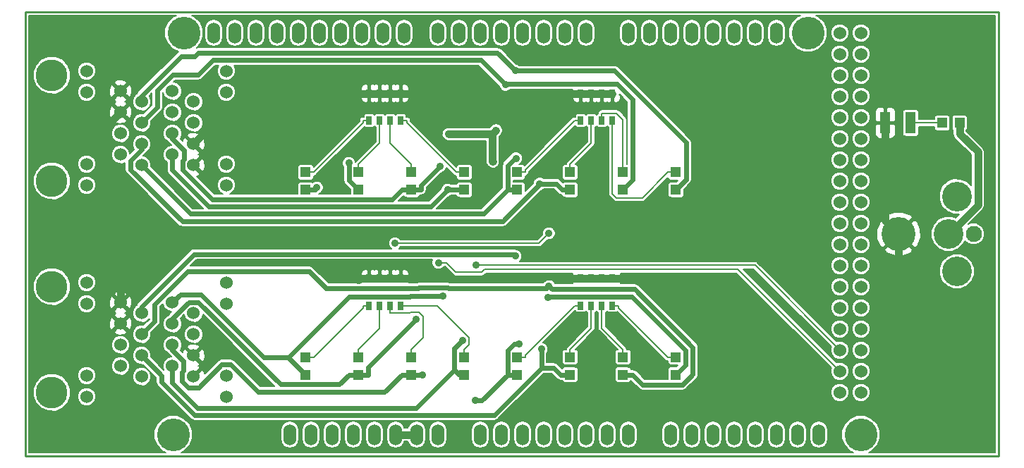
<source format=gtl>
G04 (created by PCBNEW (2013-jul-07)-stable) date Wed 20 Aug 2014 03:54:36 PM EDT*
%MOIN*%
G04 Gerber Fmt 3.4, Leading zero omitted, Abs format*
%FSLAX34Y34*%
G01*
G70*
G90*
G04 APERTURE LIST*
%ADD10C,0.00590551*%
%ADD11C,0.009*%
%ADD12C,0.155*%
%ADD13O,0.06X0.1*%
%ADD14C,0.06*%
%ADD15C,0.076*%
%ADD16C,0.14*%
%ADD17C,0.16*%
%ADD18R,0.05X0.1*%
%ADD19R,0.028X0.041*%
%ADD20R,0.047X0.047*%
%ADD21C,0.15*%
%ADD22C,0.035*%
%ADD23C,0.036*%
%ADD24C,0.008*%
%ADD25C,0.024*%
G04 APERTURE END LIST*
G54D10*
G54D11*
X89500Y-51500D02*
X43500Y-51500D01*
X43500Y-30500D02*
X89500Y-30500D01*
X43500Y-30500D02*
X43500Y-51500D01*
X89500Y-51500D02*
X89500Y-30500D01*
G54D12*
X50500Y-50500D03*
X51000Y-31500D03*
X83000Y-50500D03*
X80500Y-31500D03*
G54D13*
X56000Y-50500D03*
X57000Y-50500D03*
X58000Y-50500D03*
X59000Y-50500D03*
X60000Y-50500D03*
X61000Y-50500D03*
X62000Y-50500D03*
X63000Y-50500D03*
X65000Y-50500D03*
X66000Y-50500D03*
X67000Y-50500D03*
X68000Y-50500D03*
X69000Y-50500D03*
X70000Y-50500D03*
X71000Y-50500D03*
X72000Y-50500D03*
X74000Y-50500D03*
X75000Y-50500D03*
X76000Y-50500D03*
X77000Y-50500D03*
X78000Y-50500D03*
X79000Y-50500D03*
X80000Y-50500D03*
X81000Y-50500D03*
X52400Y-31500D03*
X53400Y-31500D03*
X54400Y-31500D03*
X55400Y-31500D03*
X56400Y-31500D03*
X57400Y-31500D03*
X58400Y-31500D03*
X59400Y-31500D03*
X60400Y-31500D03*
X61400Y-31500D03*
X63000Y-31500D03*
X70000Y-31500D03*
X69000Y-31500D03*
X68000Y-31500D03*
X67000Y-31500D03*
X66000Y-31500D03*
X65000Y-31500D03*
X64000Y-31500D03*
X72000Y-31500D03*
X73000Y-31500D03*
X74000Y-31500D03*
X75000Y-31500D03*
X76000Y-31500D03*
X77000Y-31500D03*
X78000Y-31500D03*
X79000Y-31500D03*
G54D14*
X82000Y-31500D03*
X83000Y-31500D03*
X82000Y-32500D03*
X83000Y-32500D03*
X82000Y-33500D03*
X83000Y-33500D03*
X82000Y-34500D03*
X83000Y-34500D03*
X82000Y-35500D03*
X83000Y-35500D03*
X82000Y-36500D03*
X83000Y-36500D03*
X82000Y-37500D03*
X83000Y-37500D03*
X82000Y-38500D03*
X83000Y-38500D03*
X82000Y-39500D03*
X83000Y-39500D03*
X82000Y-40500D03*
X83000Y-40500D03*
X82000Y-41500D03*
X83000Y-41500D03*
X82000Y-42500D03*
X83000Y-42500D03*
X82000Y-43500D03*
X83000Y-43500D03*
X82000Y-44500D03*
X83000Y-44500D03*
X82000Y-45500D03*
X83000Y-45500D03*
X82000Y-46500D03*
X83000Y-46500D03*
X82000Y-47500D03*
X83000Y-47500D03*
X82000Y-48500D03*
X83000Y-48500D03*
G54D15*
X88320Y-41000D03*
G54D16*
X87140Y-41000D03*
G54D17*
X84780Y-41000D03*
G54D16*
X87530Y-39230D03*
X87530Y-42770D03*
G54D18*
X84150Y-35750D03*
X85350Y-35750D03*
G54D19*
X59750Y-35640D03*
X60250Y-35640D03*
X60750Y-35640D03*
X61250Y-35640D03*
X61250Y-34360D03*
X60750Y-34360D03*
X60250Y-34360D03*
X59750Y-34360D03*
X69750Y-44390D03*
X70250Y-44390D03*
X70750Y-44390D03*
X71250Y-44390D03*
X71250Y-43110D03*
X70750Y-43110D03*
X70250Y-43110D03*
X69750Y-43110D03*
X59750Y-44390D03*
X60250Y-44390D03*
X60750Y-44390D03*
X61250Y-44390D03*
X61250Y-43110D03*
X60750Y-43110D03*
X60250Y-43110D03*
X59750Y-43110D03*
X69750Y-35640D03*
X70250Y-35640D03*
X70750Y-35640D03*
X71250Y-35640D03*
X71250Y-34360D03*
X70750Y-34360D03*
X70250Y-34360D03*
X69750Y-34360D03*
G54D20*
X56750Y-38085D03*
X56750Y-38915D03*
X56750Y-46835D03*
X56750Y-47665D03*
X59250Y-46835D03*
X59250Y-47665D03*
X61750Y-46835D03*
X61750Y-47665D03*
X64250Y-46835D03*
X64250Y-47665D03*
X66750Y-46835D03*
X66750Y-47665D03*
X69250Y-46835D03*
X69250Y-47665D03*
X71750Y-46835D03*
X71750Y-47665D03*
X74250Y-46835D03*
X74250Y-47665D03*
X61750Y-38085D03*
X61750Y-38915D03*
X64250Y-38085D03*
X64250Y-38915D03*
X66750Y-38085D03*
X66750Y-38915D03*
X69250Y-38085D03*
X69250Y-38915D03*
X59250Y-38085D03*
X59250Y-38915D03*
X74250Y-38085D03*
X74250Y-38915D03*
X86835Y-35750D03*
X87665Y-35750D03*
X71750Y-38085D03*
X71750Y-38915D03*
G54D21*
X44750Y-43500D03*
X44750Y-48500D03*
G54D14*
X46400Y-43300D03*
X46400Y-44300D03*
X46400Y-47700D03*
X46400Y-48700D03*
X48000Y-44250D03*
X48000Y-45250D03*
X48000Y-46250D03*
X48000Y-47250D03*
X49000Y-44750D03*
X49000Y-45750D03*
X49000Y-46750D03*
X49000Y-47750D03*
X50450Y-44250D03*
X50450Y-45250D03*
X51450Y-44750D03*
X51450Y-45750D03*
X50450Y-46250D03*
X51450Y-46750D03*
X50450Y-47250D03*
X51450Y-47750D03*
X53000Y-43300D03*
X53000Y-44300D03*
X53000Y-47700D03*
X53000Y-48700D03*
G54D21*
X44750Y-33500D03*
X44750Y-38500D03*
G54D14*
X46400Y-33300D03*
X46400Y-34300D03*
X46400Y-37700D03*
X46400Y-38700D03*
X48000Y-34250D03*
X48000Y-35250D03*
X48000Y-36250D03*
X48000Y-37250D03*
X49000Y-34750D03*
X49000Y-35750D03*
X49000Y-36750D03*
X49000Y-37750D03*
X50450Y-34250D03*
X50450Y-35250D03*
X51450Y-34750D03*
X51450Y-35750D03*
X50450Y-36250D03*
X51450Y-36750D03*
X50450Y-37250D03*
X51450Y-37750D03*
X53000Y-33300D03*
X53000Y-34300D03*
X53000Y-37700D03*
X53000Y-38700D03*
G54D22*
X65598Y-37582D03*
X63501Y-36277D03*
X65751Y-36103D03*
X64794Y-42488D03*
X66665Y-33289D03*
X66188Y-33941D03*
X67888Y-46445D03*
X66841Y-46215D03*
X64772Y-48874D03*
X64157Y-46036D03*
X62267Y-47665D03*
X61977Y-45039D03*
X63226Y-43934D03*
X67811Y-38625D03*
X66692Y-37425D03*
X63458Y-38915D03*
X63101Y-37803D03*
X58794Y-37655D03*
X57277Y-38805D03*
X66665Y-42052D03*
X68215Y-44008D03*
X68252Y-43460D03*
X68250Y-40971D03*
X60971Y-41439D03*
X63022Y-42367D03*
X48380Y-39378D03*
X59202Y-43156D03*
G54D23*
X63501Y-36277D02*
X65577Y-36277D01*
X65577Y-36277D02*
X65751Y-36103D01*
X65577Y-37560D02*
X65598Y-37582D01*
X65577Y-36277D02*
X65577Y-37560D01*
G54D24*
X77988Y-42488D02*
X64794Y-42488D01*
X82000Y-46500D02*
X77988Y-42488D01*
G54D25*
X71344Y-33289D02*
X66665Y-33289D01*
X74729Y-36674D02*
X71344Y-33289D01*
X74729Y-38435D02*
X74729Y-36674D01*
X74250Y-38915D02*
X74729Y-38435D01*
X65814Y-32439D02*
X66665Y-33289D01*
X51674Y-32439D02*
X65814Y-32439D01*
X51504Y-32609D02*
X51674Y-32439D01*
X50863Y-32609D02*
X51504Y-32609D01*
X49000Y-34473D02*
X50863Y-32609D01*
X49000Y-34750D02*
X49000Y-34473D01*
X72210Y-38454D02*
X71750Y-38915D01*
X72210Y-34654D02*
X72210Y-38454D01*
X71476Y-33919D02*
X72210Y-34654D01*
X66210Y-33919D02*
X71476Y-33919D01*
X66188Y-33941D02*
X66210Y-33919D01*
X65026Y-32779D02*
X66188Y-33941D01*
X52362Y-32779D02*
X65026Y-32779D01*
X51662Y-33479D02*
X52362Y-32779D01*
X50480Y-33479D02*
X51662Y-33479D01*
X49745Y-34215D02*
X50480Y-33479D01*
X49745Y-35004D02*
X49745Y-34215D01*
X49000Y-35750D02*
X49745Y-35004D01*
X69250Y-47665D02*
X68794Y-47665D01*
X68468Y-47338D02*
X68794Y-47665D01*
X67888Y-47338D02*
X68468Y-47338D01*
X65655Y-49571D02*
X67888Y-47338D01*
X51495Y-49571D02*
X65655Y-49571D01*
X49943Y-48019D02*
X51495Y-49571D01*
X49943Y-47693D02*
X49943Y-48019D01*
X49000Y-46750D02*
X49943Y-47693D01*
X67888Y-47338D02*
X67888Y-46445D01*
X66587Y-46215D02*
X66841Y-46215D01*
X66294Y-46508D02*
X66587Y-46215D01*
X66294Y-47665D02*
X66294Y-46508D01*
X66750Y-47665D02*
X66294Y-47665D01*
X65085Y-48874D02*
X66294Y-47665D01*
X64772Y-48874D02*
X65085Y-48874D01*
X64250Y-47665D02*
X64022Y-47665D01*
X61980Y-49225D02*
X63782Y-47424D01*
X51630Y-49225D02*
X61980Y-49225D01*
X50450Y-48044D02*
X51630Y-49225D01*
X50450Y-47250D02*
X50450Y-48044D01*
X64022Y-47665D02*
X63782Y-47424D01*
X63782Y-46412D02*
X64157Y-46036D01*
X63782Y-47424D02*
X63782Y-46412D01*
X61607Y-47665D02*
X61294Y-47665D01*
X61607Y-47665D02*
X61750Y-47665D01*
X61750Y-47665D02*
X62205Y-47665D01*
X62205Y-47665D02*
X62267Y-47665D01*
X50450Y-46500D02*
X50450Y-46250D01*
X50972Y-47022D02*
X50450Y-46500D01*
X50972Y-47477D02*
X50972Y-47022D01*
X50905Y-47544D02*
X50972Y-47477D01*
X50905Y-47983D02*
X50905Y-47544D01*
X51196Y-48274D02*
X50905Y-47983D01*
X51689Y-48274D02*
X51196Y-48274D01*
X52784Y-47179D02*
X51689Y-48274D01*
X53215Y-47179D02*
X52784Y-47179D01*
X54510Y-48474D02*
X53215Y-47179D01*
X60485Y-48474D02*
X54510Y-48474D01*
X61294Y-47665D02*
X60485Y-48474D01*
X59250Y-47665D02*
X59705Y-47665D01*
X59705Y-47311D02*
X61977Y-45039D01*
X59705Y-47665D02*
X59705Y-47311D01*
X58339Y-48120D02*
X58794Y-47665D01*
X55555Y-48120D02*
X58339Y-48120D01*
X51665Y-44229D02*
X55555Y-48120D01*
X51234Y-44229D02*
X51665Y-44229D01*
X50450Y-45014D02*
X51234Y-44229D01*
X50450Y-45250D02*
X50450Y-45014D01*
X59250Y-47665D02*
X58794Y-47665D01*
X55933Y-46848D02*
X56750Y-47665D01*
X55933Y-46848D02*
X55933Y-46848D01*
X54765Y-46848D02*
X55933Y-46848D01*
X51790Y-43874D02*
X54765Y-46848D01*
X50825Y-43874D02*
X51790Y-43874D01*
X50450Y-44250D02*
X50825Y-43874D01*
X58817Y-43964D02*
X55933Y-46848D01*
X61670Y-43964D02*
X58817Y-43964D01*
X61686Y-43949D02*
X61670Y-43964D01*
X61960Y-43949D02*
X61686Y-43949D01*
X61975Y-43934D02*
X61960Y-43949D01*
X63226Y-43934D02*
X61975Y-43934D01*
X69250Y-38915D02*
X68879Y-38915D01*
X68590Y-38625D02*
X67811Y-38625D01*
X68879Y-38915D02*
X68590Y-38625D01*
X67811Y-38651D02*
X67811Y-38625D01*
X66055Y-40407D02*
X67811Y-38651D01*
X50921Y-40407D02*
X66055Y-40407D01*
X48475Y-37960D02*
X50921Y-40407D01*
X48475Y-37539D02*
X48475Y-37960D01*
X49000Y-37014D02*
X48475Y-37539D01*
X49000Y-36750D02*
X49000Y-37014D01*
X66750Y-38915D02*
X66379Y-38915D01*
X66379Y-38915D02*
X66294Y-38915D01*
X66627Y-37425D02*
X66692Y-37425D01*
X66294Y-37757D02*
X66627Y-37425D01*
X66294Y-38915D02*
X66294Y-37757D01*
X65159Y-40050D02*
X66294Y-38915D01*
X51300Y-40050D02*
X65159Y-40050D01*
X49000Y-37750D02*
X51300Y-40050D01*
X64250Y-38915D02*
X63794Y-38915D01*
X63458Y-38915D02*
X63794Y-38915D01*
X62663Y-39710D02*
X63458Y-38915D01*
X52181Y-39710D02*
X62663Y-39710D01*
X50450Y-37978D02*
X52181Y-39710D01*
X50450Y-37250D02*
X50450Y-37978D01*
X62205Y-38699D02*
X63101Y-37803D01*
X62205Y-38915D02*
X62205Y-38699D01*
X61750Y-38915D02*
X62205Y-38915D01*
X60839Y-39370D02*
X61294Y-38915D01*
X52323Y-39370D02*
X60839Y-39370D01*
X50929Y-37976D02*
X52323Y-39370D01*
X50929Y-37534D02*
X50929Y-37976D01*
X50992Y-37472D02*
X50929Y-37534D01*
X50992Y-37042D02*
X50992Y-37472D01*
X50450Y-36500D02*
X50992Y-37042D01*
X50450Y-36250D02*
X50450Y-36500D01*
X61750Y-38915D02*
X61294Y-38915D01*
X58794Y-38459D02*
X58794Y-37655D01*
X59250Y-38915D02*
X58794Y-38459D01*
X56750Y-38915D02*
X57205Y-38915D01*
X57205Y-38878D02*
X57277Y-38805D01*
X57205Y-38915D02*
X57205Y-38878D01*
X66573Y-41960D02*
X66665Y-42052D01*
X51482Y-41960D02*
X66573Y-41960D01*
X49000Y-44442D02*
X51482Y-41960D01*
X49000Y-44750D02*
X49000Y-44442D01*
X74705Y-47209D02*
X74250Y-47665D01*
X74705Y-46494D02*
X74705Y-47209D01*
X72170Y-43959D02*
X74705Y-46494D01*
X68264Y-43959D02*
X72170Y-43959D01*
X68215Y-44008D02*
X68264Y-43959D01*
X71750Y-47665D02*
X72205Y-47665D01*
X49617Y-45132D02*
X49000Y-45750D01*
X49617Y-44342D02*
X49617Y-45132D01*
X51181Y-42778D02*
X49617Y-44342D01*
X56935Y-42778D02*
X51181Y-42778D01*
X57714Y-43557D02*
X56935Y-42778D01*
X62076Y-43557D02*
X57714Y-43557D01*
X62097Y-43536D02*
X62076Y-43557D01*
X63478Y-43536D02*
X62097Y-43536D01*
X63517Y-43575D02*
X63478Y-43536D01*
X68137Y-43575D02*
X63517Y-43575D01*
X68252Y-43460D02*
X68137Y-43575D01*
X68405Y-43614D02*
X68252Y-43460D01*
X72306Y-43614D02*
X68405Y-43614D01*
X75050Y-46358D02*
X72306Y-43614D01*
X75050Y-47649D02*
X75050Y-46358D01*
X74567Y-48132D02*
X75050Y-47649D01*
X72672Y-48132D02*
X74567Y-48132D01*
X72205Y-47665D02*
X72672Y-48132D01*
G54D24*
X67782Y-41439D02*
X68250Y-40971D01*
X60971Y-41439D02*
X67782Y-41439D01*
X63395Y-42367D02*
X63022Y-42367D01*
X63848Y-42819D02*
X63395Y-42367D01*
X65077Y-42819D02*
X63848Y-42819D01*
X65219Y-42677D02*
X65077Y-42819D01*
X77177Y-42677D02*
X65219Y-42677D01*
X82000Y-47500D02*
X77177Y-42677D01*
G54D23*
X87665Y-35750D02*
X87665Y-36265D01*
X62000Y-50500D02*
X61000Y-50500D01*
X87160Y-41000D02*
X87140Y-41000D01*
X88520Y-39639D02*
X87160Y-41000D01*
X88520Y-37120D02*
X88520Y-39639D01*
X87665Y-36265D02*
X88520Y-37120D01*
G54D24*
X70250Y-45459D02*
X70250Y-44390D01*
X69250Y-46459D02*
X70250Y-45459D01*
X69250Y-46835D02*
X69250Y-46459D01*
X71530Y-44490D02*
X71530Y-44390D01*
X73874Y-46835D02*
X71530Y-44490D01*
X74250Y-46835D02*
X73874Y-46835D01*
X71250Y-44390D02*
X71530Y-44390D01*
X70750Y-45459D02*
X70750Y-44390D01*
X71750Y-46459D02*
X70750Y-45459D01*
X71750Y-46835D02*
X71750Y-46459D01*
X66750Y-46835D02*
X67125Y-46835D01*
X69750Y-44390D02*
X69469Y-44390D01*
X67125Y-46734D02*
X67125Y-46835D01*
X69469Y-44390D02*
X67125Y-46734D01*
X59469Y-35740D02*
X59469Y-35640D01*
X57125Y-38085D02*
X59469Y-35740D01*
X56750Y-38085D02*
X57125Y-38085D01*
X59750Y-35640D02*
X59469Y-35640D01*
X59250Y-38085D02*
X59250Y-37709D01*
X60250Y-36709D02*
X60250Y-35640D01*
X59250Y-37709D02*
X60250Y-36709D01*
X60750Y-36709D02*
X60750Y-35640D01*
X61750Y-37709D02*
X60750Y-36709D01*
X61750Y-38085D02*
X61750Y-37709D01*
X61530Y-35740D02*
X61530Y-35640D01*
X63874Y-38085D02*
X61530Y-35740D01*
X64250Y-38085D02*
X63874Y-38085D01*
X61250Y-35640D02*
X61530Y-35640D01*
X61750Y-46835D02*
X61750Y-46459D01*
X60750Y-44390D02*
X60750Y-44735D01*
X62295Y-45914D02*
X61750Y-46459D01*
X62295Y-44905D02*
X62295Y-45914D01*
X62097Y-44708D02*
X62295Y-44905D01*
X61695Y-44708D02*
X62097Y-44708D01*
X61668Y-44735D02*
X61695Y-44708D01*
X60750Y-44735D02*
X61668Y-44735D01*
X59469Y-44490D02*
X59469Y-44390D01*
X57125Y-46835D02*
X59469Y-44490D01*
X56750Y-46835D02*
X57125Y-46835D01*
X59750Y-44390D02*
X59469Y-44390D01*
X60250Y-45459D02*
X60250Y-44390D01*
X59250Y-46459D02*
X60250Y-45459D01*
X59250Y-46835D02*
X59250Y-46459D01*
X62956Y-44390D02*
X61250Y-44390D01*
X64472Y-45906D02*
X62956Y-44390D01*
X64472Y-46237D02*
X64472Y-45906D01*
X64250Y-46459D02*
X64472Y-46237D01*
X64250Y-46835D02*
X64250Y-46459D01*
X71250Y-39115D02*
X71250Y-35640D01*
X71424Y-39290D02*
X71250Y-39115D01*
X72669Y-39290D02*
X71424Y-39290D01*
X73874Y-38085D02*
X72669Y-39290D01*
X74250Y-38085D02*
X73874Y-38085D01*
X71448Y-35294D02*
X70750Y-35294D01*
X71750Y-35596D02*
X71448Y-35294D01*
X71750Y-38085D02*
X71750Y-35596D01*
X70750Y-35640D02*
X70750Y-35294D01*
X69250Y-38085D02*
X69250Y-37709D01*
X70250Y-36709D02*
X69250Y-37709D01*
X70250Y-35640D02*
X70250Y-36709D01*
X69750Y-35640D02*
X69469Y-35640D01*
X67125Y-37984D02*
X69469Y-35640D01*
X67125Y-38085D02*
X67125Y-37984D01*
X66750Y-38085D02*
X67125Y-38085D01*
X86835Y-35750D02*
X85350Y-35750D01*
G54D23*
X70250Y-34360D02*
X70750Y-34360D01*
X70750Y-34360D02*
X71250Y-34360D01*
X70250Y-34360D02*
X69750Y-34360D01*
X60250Y-43110D02*
X60750Y-43110D01*
X60750Y-43110D02*
X61250Y-43110D01*
X69750Y-43110D02*
X70250Y-43110D01*
X70250Y-43110D02*
X70750Y-43110D01*
X60250Y-43110D02*
X59750Y-43110D01*
X60250Y-34360D02*
X59750Y-34360D01*
X84150Y-40370D02*
X84780Y-41000D01*
X84150Y-35750D02*
X84150Y-40370D01*
X69750Y-43110D02*
X69329Y-43110D01*
X61250Y-34360D02*
X61670Y-34360D01*
X61250Y-43110D02*
X61670Y-43110D01*
X69750Y-34360D02*
X69329Y-34360D01*
X59329Y-34360D02*
X59329Y-34360D01*
X53839Y-34360D02*
X59329Y-34360D01*
X51450Y-36750D02*
X53839Y-34360D01*
X59750Y-34360D02*
X59329Y-34360D01*
X60250Y-34360D02*
X60750Y-34360D01*
X60750Y-34360D02*
X61250Y-34360D01*
X47416Y-35833D02*
X48000Y-35250D01*
X47416Y-38414D02*
X47416Y-35833D01*
X48380Y-39378D02*
X47416Y-38414D01*
X48000Y-39758D02*
X48380Y-39378D01*
X48000Y-44250D02*
X48000Y-39758D01*
X59283Y-43156D02*
X59329Y-43110D01*
X59202Y-43156D02*
X59283Y-43156D01*
X59750Y-43110D02*
X59329Y-43110D01*
X69293Y-34396D02*
X69329Y-34360D01*
X61706Y-34396D02*
X69293Y-34396D01*
X61670Y-34360D02*
X61706Y-34396D01*
X70750Y-43110D02*
X71250Y-43110D01*
X84780Y-47543D02*
X84780Y-41000D01*
X83234Y-49088D02*
X84780Y-47543D01*
X79522Y-49088D02*
X83234Y-49088D01*
X73543Y-43110D02*
X79522Y-49088D01*
X71250Y-43110D02*
X73543Y-43110D01*
X63643Y-43110D02*
X61670Y-43110D01*
X63683Y-43150D02*
X63643Y-43110D01*
X67919Y-43150D02*
X63683Y-43150D01*
X68071Y-42997D02*
X67919Y-43150D01*
X69217Y-42997D02*
X68071Y-42997D01*
X69329Y-43110D02*
X69217Y-42997D01*
G54D10*
G36*
X89335Y-51335D02*
X88840Y-51335D01*
X88840Y-39639D01*
X88840Y-37120D01*
X88816Y-36998D01*
X88747Y-36894D01*
X87985Y-36132D01*
X87985Y-36097D01*
X88018Y-36064D01*
X88039Y-36012D01*
X88040Y-35957D01*
X88040Y-35487D01*
X88018Y-35435D01*
X87979Y-35396D01*
X87927Y-35375D01*
X87872Y-35374D01*
X87402Y-35374D01*
X87350Y-35396D01*
X87311Y-35435D01*
X87290Y-35487D01*
X87289Y-35542D01*
X87289Y-36012D01*
X87311Y-36064D01*
X87345Y-36098D01*
X87345Y-36265D01*
X87369Y-36387D01*
X87438Y-36491D01*
X88200Y-37253D01*
X88200Y-38712D01*
X88006Y-38518D01*
X87697Y-38390D01*
X87363Y-38389D01*
X87210Y-38453D01*
X87210Y-35957D01*
X87210Y-35487D01*
X87188Y-35435D01*
X87149Y-35396D01*
X87097Y-35375D01*
X87042Y-35374D01*
X86572Y-35374D01*
X86520Y-35396D01*
X86481Y-35435D01*
X86460Y-35487D01*
X86459Y-35542D01*
X86459Y-35570D01*
X85740Y-35570D01*
X85740Y-35222D01*
X85718Y-35170D01*
X85679Y-35131D01*
X85627Y-35110D01*
X85572Y-35109D01*
X85072Y-35109D01*
X85020Y-35131D01*
X84981Y-35170D01*
X84960Y-35222D01*
X84959Y-35277D01*
X84959Y-36277D01*
X84981Y-36329D01*
X85020Y-36368D01*
X85072Y-36389D01*
X85127Y-36390D01*
X85627Y-36390D01*
X85679Y-36368D01*
X85718Y-36329D01*
X85739Y-36277D01*
X85740Y-36222D01*
X85740Y-35930D01*
X86459Y-35930D01*
X86459Y-36012D01*
X86481Y-36064D01*
X86520Y-36103D01*
X86572Y-36124D01*
X86627Y-36125D01*
X87097Y-36125D01*
X87149Y-36103D01*
X87188Y-36064D01*
X87209Y-36012D01*
X87210Y-35957D01*
X87210Y-38453D01*
X87054Y-38517D01*
X86818Y-38753D01*
X86690Y-39062D01*
X86689Y-39396D01*
X86817Y-39705D01*
X87053Y-39941D01*
X87362Y-40069D01*
X87637Y-40070D01*
X87477Y-40230D01*
X87307Y-40160D01*
X86973Y-40159D01*
X86664Y-40287D01*
X86428Y-40523D01*
X86300Y-40832D01*
X86299Y-41166D01*
X86427Y-41475D01*
X86663Y-41711D01*
X86972Y-41839D01*
X87306Y-41840D01*
X87615Y-41712D01*
X87851Y-41476D01*
X87913Y-41328D01*
X88025Y-41440D01*
X88216Y-41519D01*
X88422Y-41520D01*
X88614Y-41441D01*
X88760Y-41294D01*
X88839Y-41103D01*
X88840Y-40897D01*
X88761Y-40705D01*
X88614Y-40559D01*
X88423Y-40480D01*
X88217Y-40479D01*
X88074Y-40538D01*
X88747Y-39865D01*
X88747Y-39865D01*
X88816Y-39762D01*
X88840Y-39639D01*
X88840Y-39639D01*
X88840Y-51335D01*
X88370Y-51335D01*
X88370Y-42603D01*
X88242Y-42294D01*
X88006Y-42058D01*
X87697Y-41930D01*
X87363Y-41929D01*
X87054Y-42057D01*
X86818Y-42293D01*
X86690Y-42602D01*
X86689Y-42936D01*
X86817Y-43245D01*
X87053Y-43481D01*
X87362Y-43609D01*
X87696Y-43610D01*
X88005Y-43482D01*
X88241Y-43246D01*
X88369Y-42937D01*
X88370Y-42603D01*
X88370Y-51335D01*
X85823Y-51335D01*
X85823Y-41188D01*
X85816Y-40775D01*
X85671Y-40426D01*
X85528Y-40336D01*
X85443Y-40421D01*
X85443Y-40251D01*
X85353Y-40108D01*
X84968Y-39956D01*
X84640Y-39962D01*
X84640Y-36202D01*
X84640Y-35297D01*
X84639Y-35202D01*
X84603Y-35113D01*
X84535Y-35046D01*
X84447Y-35009D01*
X84270Y-35010D01*
X84210Y-35070D01*
X84210Y-35690D01*
X84580Y-35690D01*
X84640Y-35630D01*
X84640Y-35297D01*
X84640Y-36202D01*
X84640Y-35870D01*
X84580Y-35810D01*
X84210Y-35810D01*
X84210Y-36430D01*
X84270Y-36490D01*
X84447Y-36490D01*
X84535Y-36453D01*
X84603Y-36386D01*
X84639Y-36297D01*
X84640Y-36202D01*
X84640Y-39962D01*
X84555Y-39963D01*
X84206Y-40108D01*
X84116Y-40251D01*
X84780Y-40915D01*
X85443Y-40251D01*
X85443Y-40421D01*
X84864Y-41000D01*
X85528Y-41663D01*
X85671Y-41573D01*
X85823Y-41188D01*
X85823Y-51335D01*
X85443Y-51335D01*
X85443Y-41748D01*
X84780Y-41084D01*
X84695Y-41169D01*
X84695Y-41000D01*
X84090Y-40394D01*
X84090Y-36430D01*
X84090Y-35810D01*
X84090Y-35690D01*
X84090Y-35070D01*
X84030Y-35010D01*
X83852Y-35009D01*
X83764Y-35046D01*
X83696Y-35113D01*
X83660Y-35202D01*
X83659Y-35297D01*
X83660Y-35630D01*
X83720Y-35690D01*
X84090Y-35690D01*
X84090Y-35810D01*
X83720Y-35810D01*
X83660Y-35870D01*
X83659Y-36202D01*
X83660Y-36297D01*
X83696Y-36386D01*
X83764Y-36453D01*
X83852Y-36490D01*
X84030Y-36490D01*
X84090Y-36430D01*
X84090Y-40394D01*
X84031Y-40336D01*
X83888Y-40426D01*
X83736Y-40811D01*
X83743Y-41224D01*
X83888Y-41573D01*
X84031Y-41663D01*
X84695Y-41000D01*
X84695Y-41169D01*
X84116Y-41748D01*
X84206Y-41891D01*
X84591Y-42043D01*
X85004Y-42036D01*
X85353Y-41891D01*
X85443Y-41748D01*
X85443Y-51335D01*
X83375Y-51335D01*
X83517Y-51276D01*
X83775Y-51018D01*
X83914Y-50682D01*
X83915Y-50318D01*
X83776Y-49982D01*
X83518Y-49724D01*
X83440Y-49691D01*
X83440Y-48412D01*
X83440Y-47412D01*
X83440Y-46412D01*
X83440Y-45412D01*
X83440Y-44412D01*
X83440Y-43412D01*
X83440Y-42412D01*
X83440Y-41412D01*
X83440Y-40412D01*
X83440Y-39412D01*
X83440Y-38412D01*
X83440Y-37412D01*
X83440Y-36412D01*
X83440Y-35412D01*
X83440Y-34412D01*
X83440Y-33412D01*
X83440Y-32412D01*
X83440Y-31412D01*
X83373Y-31251D01*
X83249Y-31127D01*
X83087Y-31060D01*
X82912Y-31059D01*
X82751Y-31126D01*
X82627Y-31250D01*
X82560Y-31412D01*
X82559Y-31587D01*
X82626Y-31748D01*
X82750Y-31872D01*
X82912Y-31939D01*
X83087Y-31940D01*
X83248Y-31873D01*
X83372Y-31749D01*
X83439Y-31587D01*
X83440Y-31412D01*
X83440Y-32412D01*
X83373Y-32251D01*
X83249Y-32127D01*
X83087Y-32060D01*
X82912Y-32059D01*
X82751Y-32126D01*
X82627Y-32250D01*
X82560Y-32412D01*
X82559Y-32587D01*
X82626Y-32748D01*
X82750Y-32872D01*
X82912Y-32939D01*
X83087Y-32940D01*
X83248Y-32873D01*
X83372Y-32749D01*
X83439Y-32587D01*
X83440Y-32412D01*
X83440Y-33412D01*
X83373Y-33251D01*
X83249Y-33127D01*
X83087Y-33060D01*
X82912Y-33059D01*
X82751Y-33126D01*
X82627Y-33250D01*
X82560Y-33412D01*
X82559Y-33587D01*
X82626Y-33748D01*
X82750Y-33872D01*
X82912Y-33939D01*
X83087Y-33940D01*
X83248Y-33873D01*
X83372Y-33749D01*
X83439Y-33587D01*
X83440Y-33412D01*
X83440Y-34412D01*
X83373Y-34251D01*
X83249Y-34127D01*
X83087Y-34060D01*
X82912Y-34059D01*
X82751Y-34126D01*
X82627Y-34250D01*
X82560Y-34412D01*
X82559Y-34587D01*
X82626Y-34748D01*
X82750Y-34872D01*
X82912Y-34939D01*
X83087Y-34940D01*
X83248Y-34873D01*
X83372Y-34749D01*
X83439Y-34587D01*
X83440Y-34412D01*
X83440Y-35412D01*
X83373Y-35251D01*
X83249Y-35127D01*
X83087Y-35060D01*
X82912Y-35059D01*
X82751Y-35126D01*
X82627Y-35250D01*
X82560Y-35412D01*
X82559Y-35587D01*
X82626Y-35748D01*
X82750Y-35872D01*
X82912Y-35939D01*
X83087Y-35940D01*
X83248Y-35873D01*
X83372Y-35749D01*
X83439Y-35587D01*
X83440Y-35412D01*
X83440Y-36412D01*
X83373Y-36251D01*
X83249Y-36127D01*
X83087Y-36060D01*
X82912Y-36059D01*
X82751Y-36126D01*
X82627Y-36250D01*
X82560Y-36412D01*
X82559Y-36587D01*
X82626Y-36748D01*
X82750Y-36872D01*
X82912Y-36939D01*
X83087Y-36940D01*
X83248Y-36873D01*
X83372Y-36749D01*
X83439Y-36587D01*
X83440Y-36412D01*
X83440Y-37412D01*
X83373Y-37251D01*
X83249Y-37127D01*
X83087Y-37060D01*
X82912Y-37059D01*
X82751Y-37126D01*
X82627Y-37250D01*
X82560Y-37412D01*
X82559Y-37587D01*
X82626Y-37748D01*
X82750Y-37872D01*
X82912Y-37939D01*
X83087Y-37940D01*
X83248Y-37873D01*
X83372Y-37749D01*
X83439Y-37587D01*
X83440Y-37412D01*
X83440Y-38412D01*
X83373Y-38251D01*
X83249Y-38127D01*
X83087Y-38060D01*
X82912Y-38059D01*
X82751Y-38126D01*
X82627Y-38250D01*
X82560Y-38412D01*
X82559Y-38587D01*
X82626Y-38748D01*
X82750Y-38872D01*
X82912Y-38939D01*
X83087Y-38940D01*
X83248Y-38873D01*
X83372Y-38749D01*
X83439Y-38587D01*
X83440Y-38412D01*
X83440Y-39412D01*
X83373Y-39251D01*
X83249Y-39127D01*
X83087Y-39060D01*
X82912Y-39059D01*
X82751Y-39126D01*
X82627Y-39250D01*
X82560Y-39412D01*
X82559Y-39587D01*
X82626Y-39748D01*
X82750Y-39872D01*
X82912Y-39939D01*
X83087Y-39940D01*
X83248Y-39873D01*
X83372Y-39749D01*
X83439Y-39587D01*
X83440Y-39412D01*
X83440Y-40412D01*
X83373Y-40251D01*
X83249Y-40127D01*
X83087Y-40060D01*
X82912Y-40059D01*
X82751Y-40126D01*
X82627Y-40250D01*
X82560Y-40412D01*
X82559Y-40587D01*
X82626Y-40748D01*
X82750Y-40872D01*
X82912Y-40939D01*
X83087Y-40940D01*
X83248Y-40873D01*
X83372Y-40749D01*
X83439Y-40587D01*
X83440Y-40412D01*
X83440Y-41412D01*
X83373Y-41251D01*
X83249Y-41127D01*
X83087Y-41060D01*
X82912Y-41059D01*
X82751Y-41126D01*
X82627Y-41250D01*
X82560Y-41412D01*
X82559Y-41587D01*
X82626Y-41748D01*
X82750Y-41872D01*
X82912Y-41939D01*
X83087Y-41940D01*
X83248Y-41873D01*
X83372Y-41749D01*
X83439Y-41587D01*
X83440Y-41412D01*
X83440Y-42412D01*
X83373Y-42251D01*
X83249Y-42127D01*
X83087Y-42060D01*
X82912Y-42059D01*
X82751Y-42126D01*
X82627Y-42250D01*
X82560Y-42412D01*
X82559Y-42587D01*
X82626Y-42748D01*
X82750Y-42872D01*
X82912Y-42939D01*
X83087Y-42940D01*
X83248Y-42873D01*
X83372Y-42749D01*
X83439Y-42587D01*
X83440Y-42412D01*
X83440Y-43412D01*
X83373Y-43251D01*
X83249Y-43127D01*
X83087Y-43060D01*
X82912Y-43059D01*
X82751Y-43126D01*
X82627Y-43250D01*
X82560Y-43412D01*
X82559Y-43587D01*
X82626Y-43748D01*
X82750Y-43872D01*
X82912Y-43939D01*
X83087Y-43940D01*
X83248Y-43873D01*
X83372Y-43749D01*
X83439Y-43587D01*
X83440Y-43412D01*
X83440Y-44412D01*
X83373Y-44251D01*
X83249Y-44127D01*
X83087Y-44060D01*
X82912Y-44059D01*
X82751Y-44126D01*
X82627Y-44250D01*
X82560Y-44412D01*
X82559Y-44587D01*
X82626Y-44748D01*
X82750Y-44872D01*
X82912Y-44939D01*
X83087Y-44940D01*
X83248Y-44873D01*
X83372Y-44749D01*
X83439Y-44587D01*
X83440Y-44412D01*
X83440Y-45412D01*
X83373Y-45251D01*
X83249Y-45127D01*
X83087Y-45060D01*
X82912Y-45059D01*
X82751Y-45126D01*
X82627Y-45250D01*
X82560Y-45412D01*
X82559Y-45587D01*
X82626Y-45748D01*
X82750Y-45872D01*
X82912Y-45939D01*
X83087Y-45940D01*
X83248Y-45873D01*
X83372Y-45749D01*
X83439Y-45587D01*
X83440Y-45412D01*
X83440Y-46412D01*
X83373Y-46251D01*
X83249Y-46127D01*
X83087Y-46060D01*
X82912Y-46059D01*
X82751Y-46126D01*
X82627Y-46250D01*
X82560Y-46412D01*
X82559Y-46587D01*
X82626Y-46748D01*
X82750Y-46872D01*
X82912Y-46939D01*
X83087Y-46940D01*
X83248Y-46873D01*
X83372Y-46749D01*
X83439Y-46587D01*
X83440Y-46412D01*
X83440Y-47412D01*
X83373Y-47251D01*
X83249Y-47127D01*
X83087Y-47060D01*
X82912Y-47059D01*
X82751Y-47126D01*
X82627Y-47250D01*
X82560Y-47412D01*
X82559Y-47587D01*
X82626Y-47748D01*
X82750Y-47872D01*
X82912Y-47939D01*
X83087Y-47940D01*
X83248Y-47873D01*
X83372Y-47749D01*
X83439Y-47587D01*
X83440Y-47412D01*
X83440Y-48412D01*
X83373Y-48251D01*
X83249Y-48127D01*
X83087Y-48060D01*
X82912Y-48059D01*
X82751Y-48126D01*
X82627Y-48250D01*
X82560Y-48412D01*
X82559Y-48587D01*
X82626Y-48748D01*
X82750Y-48872D01*
X82912Y-48939D01*
X83087Y-48940D01*
X83248Y-48873D01*
X83372Y-48749D01*
X83439Y-48587D01*
X83440Y-48412D01*
X83440Y-49691D01*
X83182Y-49585D01*
X82818Y-49584D01*
X82482Y-49723D01*
X82440Y-49766D01*
X82440Y-48412D01*
X82440Y-47412D01*
X82373Y-47251D01*
X82249Y-47127D01*
X82087Y-47060D01*
X81912Y-47059D01*
X81843Y-47088D01*
X77423Y-42668D01*
X77914Y-42668D01*
X81588Y-46343D01*
X81560Y-46412D01*
X81559Y-46587D01*
X81626Y-46748D01*
X81750Y-46872D01*
X81912Y-46939D01*
X82087Y-46940D01*
X82248Y-46873D01*
X82372Y-46749D01*
X82439Y-46587D01*
X82440Y-46412D01*
X82440Y-45412D01*
X82440Y-44412D01*
X82440Y-43412D01*
X82440Y-42412D01*
X82440Y-41412D01*
X82440Y-40412D01*
X82440Y-39412D01*
X82440Y-38412D01*
X82440Y-37412D01*
X82440Y-36412D01*
X82440Y-35412D01*
X82440Y-34412D01*
X82440Y-33412D01*
X82440Y-32412D01*
X82440Y-31412D01*
X82373Y-31251D01*
X82249Y-31127D01*
X82087Y-31060D01*
X81912Y-31059D01*
X81751Y-31126D01*
X81627Y-31250D01*
X81560Y-31412D01*
X81559Y-31587D01*
X81626Y-31748D01*
X81750Y-31872D01*
X81912Y-31939D01*
X82087Y-31940D01*
X82248Y-31873D01*
X82372Y-31749D01*
X82439Y-31587D01*
X82440Y-31412D01*
X82440Y-32412D01*
X82373Y-32251D01*
X82249Y-32127D01*
X82087Y-32060D01*
X81912Y-32059D01*
X81751Y-32126D01*
X81627Y-32250D01*
X81560Y-32412D01*
X81559Y-32587D01*
X81626Y-32748D01*
X81750Y-32872D01*
X81912Y-32939D01*
X82087Y-32940D01*
X82248Y-32873D01*
X82372Y-32749D01*
X82439Y-32587D01*
X82440Y-32412D01*
X82440Y-33412D01*
X82373Y-33251D01*
X82249Y-33127D01*
X82087Y-33060D01*
X81912Y-33059D01*
X81751Y-33126D01*
X81627Y-33250D01*
X81560Y-33412D01*
X81559Y-33587D01*
X81626Y-33748D01*
X81750Y-33872D01*
X81912Y-33939D01*
X82087Y-33940D01*
X82248Y-33873D01*
X82372Y-33749D01*
X82439Y-33587D01*
X82440Y-33412D01*
X82440Y-34412D01*
X82373Y-34251D01*
X82249Y-34127D01*
X82087Y-34060D01*
X81912Y-34059D01*
X81751Y-34126D01*
X81627Y-34250D01*
X81560Y-34412D01*
X81559Y-34587D01*
X81626Y-34748D01*
X81750Y-34872D01*
X81912Y-34939D01*
X82087Y-34940D01*
X82248Y-34873D01*
X82372Y-34749D01*
X82439Y-34587D01*
X82440Y-34412D01*
X82440Y-35412D01*
X82373Y-35251D01*
X82249Y-35127D01*
X82087Y-35060D01*
X81912Y-35059D01*
X81751Y-35126D01*
X81627Y-35250D01*
X81560Y-35412D01*
X81559Y-35587D01*
X81626Y-35748D01*
X81750Y-35872D01*
X81912Y-35939D01*
X82087Y-35940D01*
X82248Y-35873D01*
X82372Y-35749D01*
X82439Y-35587D01*
X82440Y-35412D01*
X82440Y-36412D01*
X82373Y-36251D01*
X82249Y-36127D01*
X82087Y-36060D01*
X81912Y-36059D01*
X81751Y-36126D01*
X81627Y-36250D01*
X81560Y-36412D01*
X81559Y-36587D01*
X81626Y-36748D01*
X81750Y-36872D01*
X81912Y-36939D01*
X82087Y-36940D01*
X82248Y-36873D01*
X82372Y-36749D01*
X82439Y-36587D01*
X82440Y-36412D01*
X82440Y-37412D01*
X82373Y-37251D01*
X82249Y-37127D01*
X82087Y-37060D01*
X81912Y-37059D01*
X81751Y-37126D01*
X81627Y-37250D01*
X81560Y-37412D01*
X81559Y-37587D01*
X81626Y-37748D01*
X81750Y-37872D01*
X81912Y-37939D01*
X82087Y-37940D01*
X82248Y-37873D01*
X82372Y-37749D01*
X82439Y-37587D01*
X82440Y-37412D01*
X82440Y-38412D01*
X82373Y-38251D01*
X82249Y-38127D01*
X82087Y-38060D01*
X81912Y-38059D01*
X81751Y-38126D01*
X81627Y-38250D01*
X81560Y-38412D01*
X81559Y-38587D01*
X81626Y-38748D01*
X81750Y-38872D01*
X81912Y-38939D01*
X82087Y-38940D01*
X82248Y-38873D01*
X82372Y-38749D01*
X82439Y-38587D01*
X82440Y-38412D01*
X82440Y-39412D01*
X82373Y-39251D01*
X82249Y-39127D01*
X82087Y-39060D01*
X81912Y-39059D01*
X81751Y-39126D01*
X81627Y-39250D01*
X81560Y-39412D01*
X81559Y-39587D01*
X81626Y-39748D01*
X81750Y-39872D01*
X81912Y-39939D01*
X82087Y-39940D01*
X82248Y-39873D01*
X82372Y-39749D01*
X82439Y-39587D01*
X82440Y-39412D01*
X82440Y-40412D01*
X82373Y-40251D01*
X82249Y-40127D01*
X82087Y-40060D01*
X81912Y-40059D01*
X81751Y-40126D01*
X81627Y-40250D01*
X81560Y-40412D01*
X81559Y-40587D01*
X81626Y-40748D01*
X81750Y-40872D01*
X81912Y-40939D01*
X82087Y-40940D01*
X82248Y-40873D01*
X82372Y-40749D01*
X82439Y-40587D01*
X82440Y-40412D01*
X82440Y-41412D01*
X82373Y-41251D01*
X82249Y-41127D01*
X82087Y-41060D01*
X81912Y-41059D01*
X81751Y-41126D01*
X81627Y-41250D01*
X81560Y-41412D01*
X81559Y-41587D01*
X81626Y-41748D01*
X81750Y-41872D01*
X81912Y-41939D01*
X82087Y-41940D01*
X82248Y-41873D01*
X82372Y-41749D01*
X82439Y-41587D01*
X82440Y-41412D01*
X82440Y-42412D01*
X82373Y-42251D01*
X82249Y-42127D01*
X82087Y-42060D01*
X81912Y-42059D01*
X81751Y-42126D01*
X81627Y-42250D01*
X81560Y-42412D01*
X81559Y-42587D01*
X81626Y-42748D01*
X81750Y-42872D01*
X81912Y-42939D01*
X82087Y-42940D01*
X82248Y-42873D01*
X82372Y-42749D01*
X82439Y-42587D01*
X82440Y-42412D01*
X82440Y-43412D01*
X82373Y-43251D01*
X82249Y-43127D01*
X82087Y-43060D01*
X81912Y-43059D01*
X81751Y-43126D01*
X81627Y-43250D01*
X81560Y-43412D01*
X81559Y-43587D01*
X81626Y-43748D01*
X81750Y-43872D01*
X81912Y-43939D01*
X82087Y-43940D01*
X82248Y-43873D01*
X82372Y-43749D01*
X82439Y-43587D01*
X82440Y-43412D01*
X82440Y-44412D01*
X82373Y-44251D01*
X82249Y-44127D01*
X82087Y-44060D01*
X81912Y-44059D01*
X81751Y-44126D01*
X81627Y-44250D01*
X81560Y-44412D01*
X81559Y-44587D01*
X81626Y-44748D01*
X81750Y-44872D01*
X81912Y-44939D01*
X82087Y-44940D01*
X82248Y-44873D01*
X82372Y-44749D01*
X82439Y-44587D01*
X82440Y-44412D01*
X82440Y-45412D01*
X82373Y-45251D01*
X82249Y-45127D01*
X82087Y-45060D01*
X81912Y-45059D01*
X81751Y-45126D01*
X81627Y-45250D01*
X81560Y-45412D01*
X81559Y-45587D01*
X81626Y-45748D01*
X81750Y-45872D01*
X81912Y-45939D01*
X82087Y-45940D01*
X82248Y-45873D01*
X82372Y-45749D01*
X82439Y-45587D01*
X82440Y-45412D01*
X82440Y-46412D01*
X82373Y-46251D01*
X82249Y-46127D01*
X82087Y-46060D01*
X81912Y-46059D01*
X81843Y-46088D01*
X79440Y-43685D01*
X79440Y-31712D01*
X79440Y-31287D01*
X79406Y-31119D01*
X79311Y-30976D01*
X79168Y-30880D01*
X79000Y-30847D01*
X78831Y-30880D01*
X78688Y-30976D01*
X78593Y-31119D01*
X78560Y-31287D01*
X78560Y-31712D01*
X78593Y-31880D01*
X78688Y-32023D01*
X78831Y-32119D01*
X79000Y-32152D01*
X79168Y-32119D01*
X79311Y-32023D01*
X79406Y-31880D01*
X79440Y-31712D01*
X79440Y-43685D01*
X78440Y-42685D01*
X78440Y-31712D01*
X78440Y-31287D01*
X78406Y-31119D01*
X78311Y-30976D01*
X78168Y-30880D01*
X78000Y-30847D01*
X77831Y-30880D01*
X77688Y-30976D01*
X77593Y-31119D01*
X77560Y-31287D01*
X77560Y-31712D01*
X77593Y-31880D01*
X77688Y-32023D01*
X77831Y-32119D01*
X78000Y-32152D01*
X78168Y-32119D01*
X78311Y-32023D01*
X78406Y-31880D01*
X78440Y-31712D01*
X78440Y-42685D01*
X78116Y-42361D01*
X78057Y-42322D01*
X77988Y-42308D01*
X77440Y-42308D01*
X77440Y-31712D01*
X77440Y-31287D01*
X77406Y-31119D01*
X77311Y-30976D01*
X77168Y-30880D01*
X77000Y-30847D01*
X76831Y-30880D01*
X76688Y-30976D01*
X76593Y-31119D01*
X76560Y-31287D01*
X76560Y-31712D01*
X76593Y-31880D01*
X76688Y-32023D01*
X76831Y-32119D01*
X77000Y-32152D01*
X77168Y-32119D01*
X77311Y-32023D01*
X77406Y-31880D01*
X77440Y-31712D01*
X77440Y-42308D01*
X76440Y-42308D01*
X76440Y-31712D01*
X76440Y-31287D01*
X76406Y-31119D01*
X76311Y-30976D01*
X76168Y-30880D01*
X76000Y-30847D01*
X75831Y-30880D01*
X75688Y-30976D01*
X75593Y-31119D01*
X75560Y-31287D01*
X75560Y-31712D01*
X75593Y-31880D01*
X75688Y-32023D01*
X75831Y-32119D01*
X76000Y-32152D01*
X76168Y-32119D01*
X76311Y-32023D01*
X76406Y-31880D01*
X76440Y-31712D01*
X76440Y-42308D01*
X75440Y-42308D01*
X75440Y-31712D01*
X75440Y-31287D01*
X75406Y-31119D01*
X75311Y-30976D01*
X75168Y-30880D01*
X75000Y-30847D01*
X74831Y-30880D01*
X74688Y-30976D01*
X74593Y-31119D01*
X74560Y-31287D01*
X74560Y-31712D01*
X74593Y-31880D01*
X74688Y-32023D01*
X74831Y-32119D01*
X75000Y-32152D01*
X75168Y-32119D01*
X75311Y-32023D01*
X75406Y-31880D01*
X75440Y-31712D01*
X75440Y-42308D01*
X66853Y-42308D01*
X66931Y-42230D01*
X66979Y-42114D01*
X66980Y-41989D01*
X66932Y-41873D01*
X66843Y-41785D01*
X66727Y-41737D01*
X66698Y-41737D01*
X66672Y-41719D01*
X66573Y-41700D01*
X61156Y-41700D01*
X61237Y-41619D01*
X67782Y-41619D01*
X67851Y-41605D01*
X67909Y-41566D01*
X68189Y-41286D01*
X68312Y-41287D01*
X68428Y-41239D01*
X68516Y-41150D01*
X68564Y-41034D01*
X68565Y-40909D01*
X68517Y-40793D01*
X68428Y-40705D01*
X68312Y-40657D01*
X68187Y-40656D01*
X68071Y-40704D01*
X67983Y-40793D01*
X67935Y-40909D01*
X67934Y-41032D01*
X67707Y-41259D01*
X61237Y-41259D01*
X61150Y-41172D01*
X61034Y-41124D01*
X60909Y-41124D01*
X60793Y-41172D01*
X60704Y-41261D01*
X60656Y-41376D01*
X60656Y-41502D01*
X60704Y-41617D01*
X60786Y-41700D01*
X51482Y-41700D01*
X51382Y-41719D01*
X51298Y-41776D01*
X48816Y-44258D01*
X48759Y-44342D01*
X48753Y-44375D01*
X48751Y-44376D01*
X48627Y-44500D01*
X48560Y-44662D01*
X48559Y-44837D01*
X48626Y-44998D01*
X48750Y-45122D01*
X48912Y-45189D01*
X49087Y-45190D01*
X49248Y-45123D01*
X49357Y-45014D01*
X49357Y-45024D01*
X49072Y-45310D01*
X48912Y-45309D01*
X48751Y-45376D01*
X48627Y-45500D01*
X48560Y-45662D01*
X48559Y-45837D01*
X48626Y-45998D01*
X48750Y-46122D01*
X48912Y-46189D01*
X49087Y-46190D01*
X49248Y-46123D01*
X49372Y-45999D01*
X49439Y-45837D01*
X49440Y-45677D01*
X49801Y-45316D01*
X49801Y-45316D01*
X49839Y-45259D01*
X49857Y-45231D01*
X49857Y-45231D01*
X49877Y-45132D01*
X49877Y-45132D01*
X49877Y-44450D01*
X50009Y-44318D01*
X50009Y-44337D01*
X50076Y-44498D01*
X50200Y-44622D01*
X50362Y-44689D01*
X50406Y-44689D01*
X50266Y-44830D01*
X50248Y-44857D01*
X50201Y-44876D01*
X50077Y-45000D01*
X50010Y-45162D01*
X50009Y-45337D01*
X50076Y-45498D01*
X50200Y-45622D01*
X50362Y-45689D01*
X50537Y-45690D01*
X50698Y-45623D01*
X50822Y-45499D01*
X50889Y-45337D01*
X50890Y-45162D01*
X50825Y-45006D01*
X51009Y-44822D01*
X51009Y-44837D01*
X51076Y-44998D01*
X51200Y-45122D01*
X51362Y-45189D01*
X51537Y-45190D01*
X51698Y-45123D01*
X51822Y-44999D01*
X51889Y-44837D01*
X51889Y-44822D01*
X55282Y-48214D01*
X54617Y-48214D01*
X53399Y-46996D01*
X53314Y-46939D01*
X53215Y-46919D01*
X52784Y-46919D01*
X52685Y-46939D01*
X52657Y-46958D01*
X52600Y-46996D01*
X51996Y-47600D01*
X51996Y-46819D01*
X51981Y-46605D01*
X51928Y-46476D01*
X51890Y-46464D01*
X51890Y-45662D01*
X51823Y-45501D01*
X51699Y-45377D01*
X51537Y-45310D01*
X51362Y-45309D01*
X51201Y-45376D01*
X51077Y-45500D01*
X51010Y-45662D01*
X51009Y-45837D01*
X51076Y-45998D01*
X51200Y-46122D01*
X51362Y-46189D01*
X51537Y-46190D01*
X51698Y-46123D01*
X51822Y-45999D01*
X51889Y-45837D01*
X51890Y-45662D01*
X51890Y-46464D01*
X51836Y-46448D01*
X51751Y-46532D01*
X51751Y-46363D01*
X51723Y-46271D01*
X51519Y-46203D01*
X51305Y-46218D01*
X51176Y-46271D01*
X51148Y-46363D01*
X51450Y-46665D01*
X51751Y-46363D01*
X51751Y-46532D01*
X51534Y-46750D01*
X51836Y-47051D01*
X51928Y-47023D01*
X51996Y-46819D01*
X51996Y-47600D01*
X51981Y-47614D01*
X51981Y-47605D01*
X51928Y-47476D01*
X51836Y-47448D01*
X51534Y-47750D01*
X51540Y-47755D01*
X51455Y-47840D01*
X51450Y-47834D01*
X51444Y-47840D01*
X51359Y-47755D01*
X51365Y-47750D01*
X51359Y-47744D01*
X51444Y-47659D01*
X51450Y-47665D01*
X51751Y-47363D01*
X51723Y-47271D01*
X51664Y-47252D01*
X51723Y-47228D01*
X51751Y-47136D01*
X51450Y-46834D01*
X51444Y-46840D01*
X51359Y-46755D01*
X51365Y-46750D01*
X51063Y-46448D01*
X50971Y-46476D01*
X50927Y-46609D01*
X50820Y-46502D01*
X50822Y-46499D01*
X50889Y-46337D01*
X50890Y-46162D01*
X50823Y-46001D01*
X50699Y-45877D01*
X50537Y-45810D01*
X50362Y-45809D01*
X50201Y-45876D01*
X50077Y-46000D01*
X50010Y-46162D01*
X50009Y-46337D01*
X50076Y-46498D01*
X50200Y-46622D01*
X50234Y-46637D01*
X50266Y-46683D01*
X50392Y-46809D01*
X50362Y-46809D01*
X50201Y-46876D01*
X50077Y-47000D01*
X50010Y-47162D01*
X50009Y-47337D01*
X50048Y-47431D01*
X49439Y-46822D01*
X49440Y-46662D01*
X49373Y-46501D01*
X49249Y-46377D01*
X49087Y-46310D01*
X48912Y-46309D01*
X48751Y-46376D01*
X48627Y-46500D01*
X48560Y-46662D01*
X48559Y-46837D01*
X48626Y-46998D01*
X48750Y-47122D01*
X48912Y-47189D01*
X49072Y-47190D01*
X49683Y-47801D01*
X49683Y-48019D01*
X49703Y-48118D01*
X49759Y-48203D01*
X51311Y-49755D01*
X51311Y-49755D01*
X51396Y-49812D01*
X51495Y-49831D01*
X65655Y-49831D01*
X65754Y-49812D01*
X65838Y-49755D01*
X67995Y-47598D01*
X68360Y-47598D01*
X68611Y-47848D01*
X68611Y-47848D01*
X68695Y-47905D01*
X68794Y-47925D01*
X68874Y-47925D01*
X68874Y-47927D01*
X68896Y-47979D01*
X68935Y-48018D01*
X68987Y-48039D01*
X69042Y-48040D01*
X69512Y-48040D01*
X69564Y-48018D01*
X69603Y-47979D01*
X69624Y-47927D01*
X69625Y-47872D01*
X69625Y-47402D01*
X69603Y-47350D01*
X69564Y-47311D01*
X69512Y-47290D01*
X69457Y-47289D01*
X68987Y-47289D01*
X68935Y-47311D01*
X68896Y-47350D01*
X68882Y-47384D01*
X68652Y-47154D01*
X68568Y-47098D01*
X68468Y-47078D01*
X68148Y-47078D01*
X68148Y-46631D01*
X68154Y-46624D01*
X68202Y-46508D01*
X68203Y-46383D01*
X68155Y-46267D01*
X68066Y-46178D01*
X67974Y-46140D01*
X69491Y-44622D01*
X69508Y-44662D01*
X69541Y-44696D01*
X69586Y-44714D01*
X69633Y-44715D01*
X69913Y-44715D01*
X69957Y-44696D01*
X69991Y-44663D01*
X69999Y-44643D01*
X70008Y-44662D01*
X70041Y-44696D01*
X70070Y-44708D01*
X70070Y-45385D01*
X69122Y-46332D01*
X69083Y-46390D01*
X69070Y-46459D01*
X69070Y-46459D01*
X68987Y-46459D01*
X68935Y-46481D01*
X68896Y-46520D01*
X68875Y-46572D01*
X68874Y-46627D01*
X68874Y-47097D01*
X68896Y-47149D01*
X68935Y-47188D01*
X68987Y-47209D01*
X69042Y-47210D01*
X69512Y-47210D01*
X69564Y-47188D01*
X69603Y-47149D01*
X69624Y-47097D01*
X69625Y-47042D01*
X69625Y-46572D01*
X69603Y-46520D01*
X69564Y-46481D01*
X69512Y-46460D01*
X69504Y-46460D01*
X70377Y-45587D01*
X70377Y-45587D01*
X70416Y-45528D01*
X70429Y-45459D01*
X70430Y-45459D01*
X70430Y-44708D01*
X70457Y-44696D01*
X70491Y-44663D01*
X70499Y-44643D01*
X70508Y-44662D01*
X70541Y-44696D01*
X70570Y-44708D01*
X70570Y-45459D01*
X70583Y-45528D01*
X70622Y-45587D01*
X71495Y-46459D01*
X71487Y-46459D01*
X71435Y-46481D01*
X71396Y-46520D01*
X71375Y-46572D01*
X71374Y-46627D01*
X71374Y-47097D01*
X71396Y-47149D01*
X71435Y-47188D01*
X71487Y-47209D01*
X71542Y-47210D01*
X72012Y-47210D01*
X72064Y-47188D01*
X72103Y-47149D01*
X72124Y-47097D01*
X72125Y-47042D01*
X72125Y-46572D01*
X72103Y-46520D01*
X72064Y-46481D01*
X72012Y-46460D01*
X71957Y-46459D01*
X71930Y-46459D01*
X71930Y-46459D01*
X71916Y-46390D01*
X71877Y-46332D01*
X71877Y-46332D01*
X70930Y-45385D01*
X70930Y-44708D01*
X70957Y-44696D01*
X70991Y-44663D01*
X70999Y-44643D01*
X71008Y-44662D01*
X71041Y-44696D01*
X71086Y-44714D01*
X71133Y-44715D01*
X71413Y-44715D01*
X71457Y-44696D01*
X71470Y-44684D01*
X73747Y-46962D01*
X73747Y-46962D01*
X73805Y-47001D01*
X73874Y-47014D01*
X73874Y-47015D01*
X73874Y-47015D01*
X73874Y-47097D01*
X73896Y-47149D01*
X73935Y-47188D01*
X73987Y-47209D01*
X74042Y-47210D01*
X74337Y-47210D01*
X74257Y-47289D01*
X73987Y-47289D01*
X73935Y-47311D01*
X73896Y-47350D01*
X73875Y-47402D01*
X73874Y-47457D01*
X73874Y-47872D01*
X72779Y-47872D01*
X72388Y-47481D01*
X72304Y-47424D01*
X72205Y-47405D01*
X72125Y-47405D01*
X72125Y-47402D01*
X72103Y-47350D01*
X72064Y-47311D01*
X72012Y-47290D01*
X71957Y-47289D01*
X71487Y-47289D01*
X71435Y-47311D01*
X71396Y-47350D01*
X71375Y-47402D01*
X71374Y-47457D01*
X71374Y-47927D01*
X71396Y-47979D01*
X71435Y-48018D01*
X71487Y-48039D01*
X71542Y-48040D01*
X72012Y-48040D01*
X72064Y-48018D01*
X72103Y-47979D01*
X72117Y-47945D01*
X72488Y-48315D01*
X72572Y-48372D01*
X72672Y-48392D01*
X74567Y-48392D01*
X74666Y-48372D01*
X74751Y-48315D01*
X75233Y-47833D01*
X75233Y-47833D01*
X75290Y-47748D01*
X75290Y-47748D01*
X75293Y-47732D01*
X75310Y-47649D01*
X75310Y-47649D01*
X75310Y-46358D01*
X75310Y-46358D01*
X75290Y-46258D01*
X75290Y-46258D01*
X75271Y-46230D01*
X75233Y-46174D01*
X75233Y-46174D01*
X72490Y-43430D01*
X72405Y-43374D01*
X72306Y-43354D01*
X71629Y-43354D01*
X71630Y-43267D01*
X71630Y-43230D01*
X71570Y-43170D01*
X71310Y-43170D01*
X71310Y-43177D01*
X71190Y-43177D01*
X71190Y-43170D01*
X71070Y-43170D01*
X70930Y-43170D01*
X70810Y-43170D01*
X70810Y-43177D01*
X70690Y-43177D01*
X70690Y-43170D01*
X70570Y-43170D01*
X70430Y-43170D01*
X70310Y-43170D01*
X70310Y-43177D01*
X70190Y-43177D01*
X70190Y-43170D01*
X70070Y-43170D01*
X69930Y-43170D01*
X69810Y-43170D01*
X69810Y-43177D01*
X69690Y-43177D01*
X69690Y-43170D01*
X69430Y-43170D01*
X69370Y-43230D01*
X69369Y-43267D01*
X69370Y-43354D01*
X68549Y-43354D01*
X68519Y-43282D01*
X68430Y-43193D01*
X68315Y-43145D01*
X68189Y-43145D01*
X68074Y-43193D01*
X67985Y-43282D01*
X67971Y-43315D01*
X63607Y-43315D01*
X63577Y-43296D01*
X63478Y-43276D01*
X62097Y-43276D01*
X61998Y-43296D01*
X61996Y-43297D01*
X61630Y-43297D01*
X61630Y-43267D01*
X61630Y-42952D01*
X61629Y-42857D01*
X61593Y-42768D01*
X61525Y-42701D01*
X61437Y-42664D01*
X61370Y-42665D01*
X61310Y-42725D01*
X61310Y-43050D01*
X61570Y-43050D01*
X61630Y-42990D01*
X61630Y-42952D01*
X61630Y-43267D01*
X61630Y-43230D01*
X61570Y-43170D01*
X61310Y-43170D01*
X61310Y-43177D01*
X61190Y-43177D01*
X61190Y-43170D01*
X61190Y-43050D01*
X61190Y-42725D01*
X61130Y-42665D01*
X61062Y-42664D01*
X61000Y-42690D01*
X60937Y-42664D01*
X60870Y-42665D01*
X60810Y-42725D01*
X60810Y-43050D01*
X60930Y-43050D01*
X61070Y-43050D01*
X61190Y-43050D01*
X61190Y-43170D01*
X61070Y-43170D01*
X60930Y-43170D01*
X60810Y-43170D01*
X60810Y-43177D01*
X60690Y-43177D01*
X60690Y-43170D01*
X60690Y-43050D01*
X60690Y-42725D01*
X60630Y-42665D01*
X60562Y-42664D01*
X60500Y-42690D01*
X60437Y-42664D01*
X60370Y-42665D01*
X60310Y-42725D01*
X60310Y-43050D01*
X60430Y-43050D01*
X60570Y-43050D01*
X60690Y-43050D01*
X60690Y-43170D01*
X60570Y-43170D01*
X60430Y-43170D01*
X60310Y-43170D01*
X60310Y-43177D01*
X60190Y-43177D01*
X60190Y-43170D01*
X60190Y-43050D01*
X60190Y-42725D01*
X60130Y-42665D01*
X60062Y-42664D01*
X60000Y-42690D01*
X59937Y-42664D01*
X59870Y-42665D01*
X59810Y-42725D01*
X59810Y-43050D01*
X59930Y-43050D01*
X60070Y-43050D01*
X60190Y-43050D01*
X60190Y-43170D01*
X60070Y-43170D01*
X59930Y-43170D01*
X59810Y-43170D01*
X59810Y-43177D01*
X59690Y-43177D01*
X59690Y-43170D01*
X59690Y-43050D01*
X59690Y-42725D01*
X59630Y-42665D01*
X59562Y-42664D01*
X59474Y-42701D01*
X59406Y-42768D01*
X59370Y-42857D01*
X59369Y-42952D01*
X59370Y-42990D01*
X59430Y-43050D01*
X59690Y-43050D01*
X59690Y-43170D01*
X59430Y-43170D01*
X59370Y-43230D01*
X59369Y-43267D01*
X59369Y-43297D01*
X57821Y-43297D01*
X57119Y-42595D01*
X57035Y-42538D01*
X56935Y-42518D01*
X51291Y-42518D01*
X51589Y-42220D01*
X62742Y-42220D01*
X62707Y-42304D01*
X62707Y-42429D01*
X62755Y-42545D01*
X62843Y-42633D01*
X62959Y-42681D01*
X63084Y-42682D01*
X63200Y-42634D01*
X63287Y-42547D01*
X63320Y-42547D01*
X63720Y-42947D01*
X63720Y-42947D01*
X63744Y-42962D01*
X63779Y-42986D01*
X63848Y-42999D01*
X63848Y-42999D01*
X65077Y-42999D01*
X65146Y-42986D01*
X65204Y-42947D01*
X65293Y-42857D01*
X69370Y-42857D01*
X69369Y-42952D01*
X69370Y-42990D01*
X69430Y-43050D01*
X69690Y-43050D01*
X69690Y-43042D01*
X69810Y-43042D01*
X69810Y-43050D01*
X69930Y-43050D01*
X70070Y-43050D01*
X70190Y-43050D01*
X70190Y-43042D01*
X70310Y-43042D01*
X70310Y-43050D01*
X70430Y-43050D01*
X70570Y-43050D01*
X70690Y-43050D01*
X70690Y-43042D01*
X70810Y-43042D01*
X70810Y-43050D01*
X70930Y-43050D01*
X71070Y-43050D01*
X71190Y-43050D01*
X71190Y-43042D01*
X71310Y-43042D01*
X71310Y-43050D01*
X71570Y-43050D01*
X71630Y-42990D01*
X71630Y-42952D01*
X71629Y-42857D01*
X77103Y-42857D01*
X81588Y-47343D01*
X81560Y-47412D01*
X81559Y-47587D01*
X81626Y-47748D01*
X81750Y-47872D01*
X81912Y-47939D01*
X82087Y-47940D01*
X82248Y-47873D01*
X82372Y-47749D01*
X82439Y-47587D01*
X82440Y-47412D01*
X82440Y-48412D01*
X82373Y-48251D01*
X82249Y-48127D01*
X82087Y-48060D01*
X81912Y-48059D01*
X81751Y-48126D01*
X81627Y-48250D01*
X81560Y-48412D01*
X81559Y-48587D01*
X81626Y-48748D01*
X81750Y-48872D01*
X81912Y-48939D01*
X82087Y-48940D01*
X82248Y-48873D01*
X82372Y-48749D01*
X82439Y-48587D01*
X82440Y-48412D01*
X82440Y-49766D01*
X82224Y-49981D01*
X82085Y-50317D01*
X82084Y-50681D01*
X82223Y-51017D01*
X82481Y-51275D01*
X82624Y-51335D01*
X81440Y-51335D01*
X81440Y-50712D01*
X81440Y-50287D01*
X81406Y-50119D01*
X81311Y-49976D01*
X81168Y-49880D01*
X81000Y-49847D01*
X80831Y-49880D01*
X80688Y-49976D01*
X80593Y-50119D01*
X80560Y-50287D01*
X80560Y-50712D01*
X80593Y-50880D01*
X80688Y-51023D01*
X80831Y-51119D01*
X81000Y-51152D01*
X81168Y-51119D01*
X81311Y-51023D01*
X81406Y-50880D01*
X81440Y-50712D01*
X81440Y-51335D01*
X80440Y-51335D01*
X80440Y-50712D01*
X80440Y-50287D01*
X80406Y-50119D01*
X80311Y-49976D01*
X80168Y-49880D01*
X80000Y-49847D01*
X79831Y-49880D01*
X79688Y-49976D01*
X79593Y-50119D01*
X79560Y-50287D01*
X79560Y-50712D01*
X79593Y-50880D01*
X79688Y-51023D01*
X79831Y-51119D01*
X80000Y-51152D01*
X80168Y-51119D01*
X80311Y-51023D01*
X80406Y-50880D01*
X80440Y-50712D01*
X80440Y-51335D01*
X79440Y-51335D01*
X79440Y-50712D01*
X79440Y-50287D01*
X79406Y-50119D01*
X79311Y-49976D01*
X79168Y-49880D01*
X79000Y-49847D01*
X78831Y-49880D01*
X78688Y-49976D01*
X78593Y-50119D01*
X78560Y-50287D01*
X78560Y-50712D01*
X78593Y-50880D01*
X78688Y-51023D01*
X78831Y-51119D01*
X79000Y-51152D01*
X79168Y-51119D01*
X79311Y-51023D01*
X79406Y-50880D01*
X79440Y-50712D01*
X79440Y-51335D01*
X78440Y-51335D01*
X78440Y-50712D01*
X78440Y-50287D01*
X78406Y-50119D01*
X78311Y-49976D01*
X78168Y-49880D01*
X78000Y-49847D01*
X77831Y-49880D01*
X77688Y-49976D01*
X77593Y-50119D01*
X77560Y-50287D01*
X77560Y-50712D01*
X77593Y-50880D01*
X77688Y-51023D01*
X77831Y-51119D01*
X78000Y-51152D01*
X78168Y-51119D01*
X78311Y-51023D01*
X78406Y-50880D01*
X78440Y-50712D01*
X78440Y-51335D01*
X77440Y-51335D01*
X77440Y-50712D01*
X77440Y-50287D01*
X77406Y-50119D01*
X77311Y-49976D01*
X77168Y-49880D01*
X77000Y-49847D01*
X76831Y-49880D01*
X76688Y-49976D01*
X76593Y-50119D01*
X76560Y-50287D01*
X76560Y-50712D01*
X76593Y-50880D01*
X76688Y-51023D01*
X76831Y-51119D01*
X77000Y-51152D01*
X77168Y-51119D01*
X77311Y-51023D01*
X77406Y-50880D01*
X77440Y-50712D01*
X77440Y-51335D01*
X76440Y-51335D01*
X76440Y-50712D01*
X76440Y-50287D01*
X76406Y-50119D01*
X76311Y-49976D01*
X76168Y-49880D01*
X76000Y-49847D01*
X75831Y-49880D01*
X75688Y-49976D01*
X75593Y-50119D01*
X75560Y-50287D01*
X75560Y-50712D01*
X75593Y-50880D01*
X75688Y-51023D01*
X75831Y-51119D01*
X76000Y-51152D01*
X76168Y-51119D01*
X76311Y-51023D01*
X76406Y-50880D01*
X76440Y-50712D01*
X76440Y-51335D01*
X75440Y-51335D01*
X75440Y-50712D01*
X75440Y-50287D01*
X75406Y-50119D01*
X75311Y-49976D01*
X75168Y-49880D01*
X75000Y-49847D01*
X74831Y-49880D01*
X74688Y-49976D01*
X74593Y-50119D01*
X74560Y-50287D01*
X74560Y-50712D01*
X74593Y-50880D01*
X74688Y-51023D01*
X74831Y-51119D01*
X75000Y-51152D01*
X75168Y-51119D01*
X75311Y-51023D01*
X75406Y-50880D01*
X75440Y-50712D01*
X75440Y-51335D01*
X74440Y-51335D01*
X74440Y-50712D01*
X74440Y-50287D01*
X74406Y-50119D01*
X74311Y-49976D01*
X74168Y-49880D01*
X74000Y-49847D01*
X73831Y-49880D01*
X73688Y-49976D01*
X73593Y-50119D01*
X73560Y-50287D01*
X73560Y-50712D01*
X73593Y-50880D01*
X73688Y-51023D01*
X73831Y-51119D01*
X74000Y-51152D01*
X74168Y-51119D01*
X74311Y-51023D01*
X74406Y-50880D01*
X74440Y-50712D01*
X74440Y-51335D01*
X72440Y-51335D01*
X72440Y-50712D01*
X72440Y-50287D01*
X72406Y-50119D01*
X72311Y-49976D01*
X72168Y-49880D01*
X72000Y-49847D01*
X71831Y-49880D01*
X71688Y-49976D01*
X71593Y-50119D01*
X71560Y-50287D01*
X71560Y-50712D01*
X71593Y-50880D01*
X71688Y-51023D01*
X71831Y-51119D01*
X72000Y-51152D01*
X72168Y-51119D01*
X72311Y-51023D01*
X72406Y-50880D01*
X72440Y-50712D01*
X72440Y-51335D01*
X71440Y-51335D01*
X71440Y-50712D01*
X71440Y-50287D01*
X71406Y-50119D01*
X71311Y-49976D01*
X71168Y-49880D01*
X71000Y-49847D01*
X70831Y-49880D01*
X70688Y-49976D01*
X70593Y-50119D01*
X70560Y-50287D01*
X70560Y-50712D01*
X70593Y-50880D01*
X70688Y-51023D01*
X70831Y-51119D01*
X71000Y-51152D01*
X71168Y-51119D01*
X71311Y-51023D01*
X71406Y-50880D01*
X71440Y-50712D01*
X71440Y-51335D01*
X70440Y-51335D01*
X70440Y-50712D01*
X70440Y-50287D01*
X70406Y-50119D01*
X70311Y-49976D01*
X70168Y-49880D01*
X70000Y-49847D01*
X69831Y-49880D01*
X69688Y-49976D01*
X69593Y-50119D01*
X69560Y-50287D01*
X69560Y-50712D01*
X69593Y-50880D01*
X69688Y-51023D01*
X69831Y-51119D01*
X70000Y-51152D01*
X70168Y-51119D01*
X70311Y-51023D01*
X70406Y-50880D01*
X70440Y-50712D01*
X70440Y-51335D01*
X69440Y-51335D01*
X69440Y-50712D01*
X69440Y-50287D01*
X69406Y-50119D01*
X69311Y-49976D01*
X69168Y-49880D01*
X69000Y-49847D01*
X68831Y-49880D01*
X68688Y-49976D01*
X68593Y-50119D01*
X68560Y-50287D01*
X68560Y-50712D01*
X68593Y-50880D01*
X68688Y-51023D01*
X68831Y-51119D01*
X69000Y-51152D01*
X69168Y-51119D01*
X69311Y-51023D01*
X69406Y-50880D01*
X69440Y-50712D01*
X69440Y-51335D01*
X68440Y-51335D01*
X68440Y-50712D01*
X68440Y-50287D01*
X68406Y-50119D01*
X68311Y-49976D01*
X68168Y-49880D01*
X68000Y-49847D01*
X67831Y-49880D01*
X67688Y-49976D01*
X67593Y-50119D01*
X67560Y-50287D01*
X67560Y-50712D01*
X67593Y-50880D01*
X67688Y-51023D01*
X67831Y-51119D01*
X68000Y-51152D01*
X68168Y-51119D01*
X68311Y-51023D01*
X68406Y-50880D01*
X68440Y-50712D01*
X68440Y-51335D01*
X67440Y-51335D01*
X67440Y-50712D01*
X67440Y-50287D01*
X67406Y-50119D01*
X67311Y-49976D01*
X67168Y-49880D01*
X67000Y-49847D01*
X66831Y-49880D01*
X66688Y-49976D01*
X66593Y-50119D01*
X66560Y-50287D01*
X66560Y-50712D01*
X66593Y-50880D01*
X66688Y-51023D01*
X66831Y-51119D01*
X67000Y-51152D01*
X67168Y-51119D01*
X67311Y-51023D01*
X67406Y-50880D01*
X67440Y-50712D01*
X67440Y-51335D01*
X66440Y-51335D01*
X66440Y-50712D01*
X66440Y-50287D01*
X66406Y-50119D01*
X66311Y-49976D01*
X66168Y-49880D01*
X66000Y-49847D01*
X65831Y-49880D01*
X65688Y-49976D01*
X65593Y-50119D01*
X65560Y-50287D01*
X65560Y-50712D01*
X65593Y-50880D01*
X65688Y-51023D01*
X65831Y-51119D01*
X66000Y-51152D01*
X66168Y-51119D01*
X66311Y-51023D01*
X66406Y-50880D01*
X66440Y-50712D01*
X66440Y-51335D01*
X65440Y-51335D01*
X65440Y-50712D01*
X65440Y-50287D01*
X65406Y-50119D01*
X65311Y-49976D01*
X65168Y-49880D01*
X65000Y-49847D01*
X64831Y-49880D01*
X64688Y-49976D01*
X64593Y-50119D01*
X64560Y-50287D01*
X64560Y-50712D01*
X64593Y-50880D01*
X64688Y-51023D01*
X64831Y-51119D01*
X65000Y-51152D01*
X65168Y-51119D01*
X65311Y-51023D01*
X65406Y-50880D01*
X65440Y-50712D01*
X65440Y-51335D01*
X63440Y-51335D01*
X63440Y-50712D01*
X63440Y-50287D01*
X63406Y-50119D01*
X63311Y-49976D01*
X63168Y-49880D01*
X63000Y-49847D01*
X62831Y-49880D01*
X62688Y-49976D01*
X62593Y-50119D01*
X62560Y-50287D01*
X62560Y-50712D01*
X62593Y-50880D01*
X62688Y-51023D01*
X62831Y-51119D01*
X63000Y-51152D01*
X63168Y-51119D01*
X63311Y-51023D01*
X63406Y-50880D01*
X63440Y-50712D01*
X63440Y-51335D01*
X62440Y-51335D01*
X62440Y-50712D01*
X62440Y-50287D01*
X62406Y-50119D01*
X62311Y-49976D01*
X62168Y-49880D01*
X62000Y-49847D01*
X61831Y-49880D01*
X61688Y-49976D01*
X61593Y-50119D01*
X61581Y-50180D01*
X61418Y-50180D01*
X61406Y-50119D01*
X61311Y-49976D01*
X61168Y-49880D01*
X61000Y-49847D01*
X60831Y-49880D01*
X60688Y-49976D01*
X60593Y-50119D01*
X60560Y-50287D01*
X60560Y-50712D01*
X60593Y-50880D01*
X60688Y-51023D01*
X60831Y-51119D01*
X61000Y-51152D01*
X61168Y-51119D01*
X61311Y-51023D01*
X61406Y-50880D01*
X61418Y-50820D01*
X61581Y-50820D01*
X61593Y-50880D01*
X61688Y-51023D01*
X61831Y-51119D01*
X62000Y-51152D01*
X62168Y-51119D01*
X62311Y-51023D01*
X62406Y-50880D01*
X62440Y-50712D01*
X62440Y-51335D01*
X60440Y-51335D01*
X60440Y-50712D01*
X60440Y-50287D01*
X60406Y-50119D01*
X60311Y-49976D01*
X60168Y-49880D01*
X60000Y-49847D01*
X59831Y-49880D01*
X59688Y-49976D01*
X59593Y-50119D01*
X59560Y-50287D01*
X59560Y-50712D01*
X59593Y-50880D01*
X59688Y-51023D01*
X59831Y-51119D01*
X60000Y-51152D01*
X60168Y-51119D01*
X60311Y-51023D01*
X60406Y-50880D01*
X60440Y-50712D01*
X60440Y-51335D01*
X59440Y-51335D01*
X59440Y-50712D01*
X59440Y-50287D01*
X59406Y-50119D01*
X59311Y-49976D01*
X59168Y-49880D01*
X59000Y-49847D01*
X58831Y-49880D01*
X58688Y-49976D01*
X58593Y-50119D01*
X58560Y-50287D01*
X58560Y-50712D01*
X58593Y-50880D01*
X58688Y-51023D01*
X58831Y-51119D01*
X59000Y-51152D01*
X59168Y-51119D01*
X59311Y-51023D01*
X59406Y-50880D01*
X59440Y-50712D01*
X59440Y-51335D01*
X58440Y-51335D01*
X58440Y-50712D01*
X58440Y-50287D01*
X58406Y-50119D01*
X58311Y-49976D01*
X58168Y-49880D01*
X58000Y-49847D01*
X57831Y-49880D01*
X57688Y-49976D01*
X57593Y-50119D01*
X57560Y-50287D01*
X57560Y-50712D01*
X57593Y-50880D01*
X57688Y-51023D01*
X57831Y-51119D01*
X58000Y-51152D01*
X58168Y-51119D01*
X58311Y-51023D01*
X58406Y-50880D01*
X58440Y-50712D01*
X58440Y-51335D01*
X57440Y-51335D01*
X57440Y-50712D01*
X57440Y-50287D01*
X57406Y-50119D01*
X57311Y-49976D01*
X57168Y-49880D01*
X57000Y-49847D01*
X56831Y-49880D01*
X56688Y-49976D01*
X56593Y-50119D01*
X56560Y-50287D01*
X56560Y-50712D01*
X56593Y-50880D01*
X56688Y-51023D01*
X56831Y-51119D01*
X57000Y-51152D01*
X57168Y-51119D01*
X57311Y-51023D01*
X57406Y-50880D01*
X57440Y-50712D01*
X57440Y-51335D01*
X56440Y-51335D01*
X56440Y-50712D01*
X56440Y-50287D01*
X56406Y-50119D01*
X56311Y-49976D01*
X56168Y-49880D01*
X56000Y-49847D01*
X55831Y-49880D01*
X55688Y-49976D01*
X55593Y-50119D01*
X55560Y-50287D01*
X55560Y-50712D01*
X55593Y-50880D01*
X55688Y-51023D01*
X55831Y-51119D01*
X56000Y-51152D01*
X56168Y-51119D01*
X56311Y-51023D01*
X56406Y-50880D01*
X56440Y-50712D01*
X56440Y-51335D01*
X50875Y-51335D01*
X51017Y-51276D01*
X51275Y-51018D01*
X51414Y-50682D01*
X51415Y-50318D01*
X51276Y-49982D01*
X51018Y-49724D01*
X50682Y-49585D01*
X50318Y-49584D01*
X49982Y-49723D01*
X49724Y-49981D01*
X49585Y-50317D01*
X49584Y-50681D01*
X49723Y-51017D01*
X49981Y-51275D01*
X50124Y-51335D01*
X49440Y-51335D01*
X49440Y-47662D01*
X49373Y-47501D01*
X49249Y-47377D01*
X49087Y-47310D01*
X48912Y-47309D01*
X48751Y-47376D01*
X48627Y-47500D01*
X48560Y-47662D01*
X48559Y-47837D01*
X48626Y-47998D01*
X48750Y-48122D01*
X48912Y-48189D01*
X49087Y-48190D01*
X49248Y-48123D01*
X49372Y-47999D01*
X49439Y-47837D01*
X49440Y-47662D01*
X49440Y-51335D01*
X48546Y-51335D01*
X48546Y-45319D01*
X48546Y-44319D01*
X48531Y-44105D01*
X48478Y-43976D01*
X48386Y-43948D01*
X48301Y-44032D01*
X48301Y-43863D01*
X48273Y-43771D01*
X48069Y-43703D01*
X47855Y-43718D01*
X47726Y-43771D01*
X47698Y-43863D01*
X48000Y-44165D01*
X48301Y-43863D01*
X48301Y-44032D01*
X48084Y-44250D01*
X48386Y-44551D01*
X48478Y-44523D01*
X48546Y-44319D01*
X48546Y-45319D01*
X48531Y-45105D01*
X48478Y-44976D01*
X48386Y-44948D01*
X48301Y-45032D01*
X48301Y-44863D01*
X48273Y-44771D01*
X48214Y-44752D01*
X48273Y-44728D01*
X48301Y-44636D01*
X48000Y-44334D01*
X47915Y-44419D01*
X47915Y-44250D01*
X47613Y-43948D01*
X47521Y-43976D01*
X47453Y-44180D01*
X47468Y-44394D01*
X47521Y-44523D01*
X47613Y-44551D01*
X47915Y-44250D01*
X47915Y-44419D01*
X47698Y-44636D01*
X47726Y-44728D01*
X47785Y-44747D01*
X47726Y-44771D01*
X47698Y-44863D01*
X48000Y-45165D01*
X48301Y-44863D01*
X48301Y-45032D01*
X48084Y-45250D01*
X48386Y-45551D01*
X48478Y-45523D01*
X48546Y-45319D01*
X48546Y-51335D01*
X48440Y-51335D01*
X48440Y-47162D01*
X48440Y-46162D01*
X48373Y-46001D01*
X48301Y-45929D01*
X48301Y-45636D01*
X48000Y-45334D01*
X47915Y-45419D01*
X47915Y-45250D01*
X47613Y-44948D01*
X47521Y-44976D01*
X47453Y-45180D01*
X47468Y-45394D01*
X47521Y-45523D01*
X47613Y-45551D01*
X47915Y-45250D01*
X47915Y-45419D01*
X47698Y-45636D01*
X47726Y-45728D01*
X47930Y-45796D01*
X48144Y-45781D01*
X48273Y-45728D01*
X48301Y-45636D01*
X48301Y-45929D01*
X48249Y-45877D01*
X48087Y-45810D01*
X47912Y-45809D01*
X47751Y-45876D01*
X47627Y-46000D01*
X47560Y-46162D01*
X47559Y-46337D01*
X47626Y-46498D01*
X47750Y-46622D01*
X47912Y-46689D01*
X48087Y-46690D01*
X48248Y-46623D01*
X48372Y-46499D01*
X48439Y-46337D01*
X48440Y-46162D01*
X48440Y-47162D01*
X48373Y-47001D01*
X48249Y-46877D01*
X48087Y-46810D01*
X47912Y-46809D01*
X47751Y-46876D01*
X47627Y-47000D01*
X47560Y-47162D01*
X47559Y-47337D01*
X47626Y-47498D01*
X47750Y-47622D01*
X47912Y-47689D01*
X48087Y-47690D01*
X48248Y-47623D01*
X48372Y-47499D01*
X48439Y-47337D01*
X48440Y-47162D01*
X48440Y-51335D01*
X46840Y-51335D01*
X46840Y-48612D01*
X46840Y-47612D01*
X46840Y-44212D01*
X46840Y-43212D01*
X46840Y-38612D01*
X46840Y-37612D01*
X46840Y-34212D01*
X46840Y-33212D01*
X46773Y-33051D01*
X46649Y-32927D01*
X46487Y-32860D01*
X46312Y-32859D01*
X46151Y-32926D01*
X46027Y-33050D01*
X45960Y-33212D01*
X45959Y-33387D01*
X46026Y-33548D01*
X46150Y-33672D01*
X46312Y-33739D01*
X46487Y-33740D01*
X46648Y-33673D01*
X46772Y-33549D01*
X46839Y-33387D01*
X46840Y-33212D01*
X46840Y-34212D01*
X46773Y-34051D01*
X46649Y-33927D01*
X46487Y-33860D01*
X46312Y-33859D01*
X46151Y-33926D01*
X46027Y-34050D01*
X45960Y-34212D01*
X45959Y-34387D01*
X46026Y-34548D01*
X46150Y-34672D01*
X46312Y-34739D01*
X46487Y-34740D01*
X46648Y-34673D01*
X46772Y-34549D01*
X46839Y-34387D01*
X46840Y-34212D01*
X46840Y-37612D01*
X46773Y-37451D01*
X46649Y-37327D01*
X46487Y-37260D01*
X46312Y-37259D01*
X46151Y-37326D01*
X46027Y-37450D01*
X45960Y-37612D01*
X45959Y-37787D01*
X46026Y-37948D01*
X46150Y-38072D01*
X46312Y-38139D01*
X46487Y-38140D01*
X46648Y-38073D01*
X46772Y-37949D01*
X46839Y-37787D01*
X46840Y-37612D01*
X46840Y-38612D01*
X46773Y-38451D01*
X46649Y-38327D01*
X46487Y-38260D01*
X46312Y-38259D01*
X46151Y-38326D01*
X46027Y-38450D01*
X45960Y-38612D01*
X45959Y-38787D01*
X46026Y-38948D01*
X46150Y-39072D01*
X46312Y-39139D01*
X46487Y-39140D01*
X46648Y-39073D01*
X46772Y-38949D01*
X46839Y-38787D01*
X46840Y-38612D01*
X46840Y-43212D01*
X46773Y-43051D01*
X46649Y-42927D01*
X46487Y-42860D01*
X46312Y-42859D01*
X46151Y-42926D01*
X46027Y-43050D01*
X45960Y-43212D01*
X45959Y-43387D01*
X46026Y-43548D01*
X46150Y-43672D01*
X46312Y-43739D01*
X46487Y-43740D01*
X46648Y-43673D01*
X46772Y-43549D01*
X46839Y-43387D01*
X46840Y-43212D01*
X46840Y-44212D01*
X46773Y-44051D01*
X46649Y-43927D01*
X46487Y-43860D01*
X46312Y-43859D01*
X46151Y-43926D01*
X46027Y-44050D01*
X45960Y-44212D01*
X45959Y-44387D01*
X46026Y-44548D01*
X46150Y-44672D01*
X46312Y-44739D01*
X46487Y-44740D01*
X46648Y-44673D01*
X46772Y-44549D01*
X46839Y-44387D01*
X46840Y-44212D01*
X46840Y-47612D01*
X46773Y-47451D01*
X46649Y-47327D01*
X46487Y-47260D01*
X46312Y-47259D01*
X46151Y-47326D01*
X46027Y-47450D01*
X45960Y-47612D01*
X45959Y-47787D01*
X46026Y-47948D01*
X46150Y-48072D01*
X46312Y-48139D01*
X46487Y-48140D01*
X46648Y-48073D01*
X46772Y-47949D01*
X46839Y-47787D01*
X46840Y-47612D01*
X46840Y-48612D01*
X46773Y-48451D01*
X46649Y-48327D01*
X46487Y-48260D01*
X46312Y-48259D01*
X46151Y-48326D01*
X46027Y-48450D01*
X45960Y-48612D01*
X45959Y-48787D01*
X46026Y-48948D01*
X46150Y-49072D01*
X46312Y-49139D01*
X46487Y-49140D01*
X46648Y-49073D01*
X46772Y-48949D01*
X46839Y-48787D01*
X46840Y-48612D01*
X46840Y-51335D01*
X45640Y-51335D01*
X45640Y-48323D01*
X45640Y-43323D01*
X45640Y-38323D01*
X45640Y-33323D01*
X45504Y-32996D01*
X45254Y-32745D01*
X44927Y-32610D01*
X44573Y-32609D01*
X44246Y-32745D01*
X43995Y-32995D01*
X43860Y-33322D01*
X43859Y-33676D01*
X43995Y-34003D01*
X44245Y-34254D01*
X44572Y-34389D01*
X44926Y-34390D01*
X45253Y-34254D01*
X45504Y-34004D01*
X45639Y-33677D01*
X45640Y-33323D01*
X45640Y-38323D01*
X45504Y-37996D01*
X45254Y-37745D01*
X44927Y-37610D01*
X44573Y-37609D01*
X44246Y-37745D01*
X43995Y-37995D01*
X43860Y-38322D01*
X43859Y-38676D01*
X43995Y-39003D01*
X44245Y-39254D01*
X44572Y-39389D01*
X44926Y-39390D01*
X45253Y-39254D01*
X45504Y-39004D01*
X45639Y-38677D01*
X45640Y-38323D01*
X45640Y-43323D01*
X45504Y-42996D01*
X45254Y-42745D01*
X44927Y-42610D01*
X44573Y-42609D01*
X44246Y-42745D01*
X43995Y-42995D01*
X43860Y-43322D01*
X43859Y-43676D01*
X43995Y-44003D01*
X44245Y-44254D01*
X44572Y-44389D01*
X44926Y-44390D01*
X45253Y-44254D01*
X45504Y-44004D01*
X45639Y-43677D01*
X45640Y-43323D01*
X45640Y-48323D01*
X45504Y-47996D01*
X45254Y-47745D01*
X44927Y-47610D01*
X44573Y-47609D01*
X44246Y-47745D01*
X43995Y-47995D01*
X43860Y-48322D01*
X43859Y-48676D01*
X43995Y-49003D01*
X44245Y-49254D01*
X44572Y-49389D01*
X44926Y-49390D01*
X45253Y-49254D01*
X45504Y-49004D01*
X45639Y-48677D01*
X45640Y-48323D01*
X45640Y-51335D01*
X43665Y-51335D01*
X43665Y-30665D01*
X50624Y-30665D01*
X50482Y-30723D01*
X50224Y-30981D01*
X50085Y-31317D01*
X50084Y-31681D01*
X50223Y-32017D01*
X50481Y-32275D01*
X50742Y-32383D01*
X50679Y-32425D01*
X48816Y-34289D01*
X48760Y-34373D01*
X48751Y-34376D01*
X48627Y-34500D01*
X48560Y-34662D01*
X48559Y-34837D01*
X48626Y-34998D01*
X48750Y-35122D01*
X48912Y-35189D01*
X49087Y-35190D01*
X49248Y-35123D01*
X49372Y-34999D01*
X49439Y-34837D01*
X49440Y-34662D01*
X49373Y-34501D01*
X49356Y-34484D01*
X49485Y-34355D01*
X49485Y-34897D01*
X49072Y-35310D01*
X48912Y-35309D01*
X48751Y-35376D01*
X48627Y-35500D01*
X48560Y-35662D01*
X48559Y-35837D01*
X48626Y-35998D01*
X48750Y-36122D01*
X48912Y-36189D01*
X49087Y-36190D01*
X49248Y-36123D01*
X49372Y-35999D01*
X49439Y-35837D01*
X49440Y-35677D01*
X49929Y-35188D01*
X49929Y-35188D01*
X49985Y-35104D01*
X49985Y-35104D01*
X49988Y-35087D01*
X50005Y-35004D01*
X50005Y-35004D01*
X50005Y-34322D01*
X50009Y-34318D01*
X50009Y-34337D01*
X50076Y-34498D01*
X50200Y-34622D01*
X50362Y-34689D01*
X50537Y-34690D01*
X50698Y-34623D01*
X50822Y-34499D01*
X50889Y-34337D01*
X50890Y-34162D01*
X50823Y-34001D01*
X50699Y-33877D01*
X50537Y-33810D01*
X50518Y-33810D01*
X50588Y-33739D01*
X51662Y-33739D01*
X51761Y-33720D01*
X51846Y-33663D01*
X52470Y-33039D01*
X52637Y-33039D01*
X52627Y-33050D01*
X52560Y-33212D01*
X52559Y-33387D01*
X52626Y-33548D01*
X52750Y-33672D01*
X52912Y-33739D01*
X53087Y-33740D01*
X53248Y-33673D01*
X53372Y-33549D01*
X53439Y-33387D01*
X53440Y-33212D01*
X53373Y-33051D01*
X53362Y-33039D01*
X64918Y-33039D01*
X65873Y-33994D01*
X65873Y-34004D01*
X65920Y-34119D01*
X66009Y-34208D01*
X66125Y-34256D01*
X66250Y-34256D01*
X66366Y-34208D01*
X66395Y-34179D01*
X69369Y-34179D01*
X69369Y-34202D01*
X69370Y-34240D01*
X69430Y-34300D01*
X69690Y-34300D01*
X69690Y-34292D01*
X69810Y-34292D01*
X69810Y-34300D01*
X69930Y-34300D01*
X70070Y-34300D01*
X70190Y-34300D01*
X70190Y-34292D01*
X70310Y-34292D01*
X70310Y-34300D01*
X70430Y-34300D01*
X70570Y-34300D01*
X70690Y-34300D01*
X70690Y-34292D01*
X70810Y-34292D01*
X70810Y-34300D01*
X70930Y-34300D01*
X71070Y-34300D01*
X71190Y-34300D01*
X71190Y-34292D01*
X71310Y-34292D01*
X71310Y-34300D01*
X71317Y-34300D01*
X71317Y-34420D01*
X71310Y-34420D01*
X71310Y-34745D01*
X71370Y-34805D01*
X71437Y-34805D01*
X71525Y-34768D01*
X71593Y-34701D01*
X71629Y-34612D01*
X71630Y-34517D01*
X71630Y-34480D01*
X71570Y-34420D01*
X71609Y-34420D01*
X71950Y-34761D01*
X71950Y-37709D01*
X71930Y-37709D01*
X71930Y-35596D01*
X71916Y-35527D01*
X71877Y-35469D01*
X71630Y-35222D01*
X71575Y-35167D01*
X71517Y-35128D01*
X71448Y-35114D01*
X71190Y-35114D01*
X71190Y-34745D01*
X71190Y-34420D01*
X71070Y-34420D01*
X70930Y-34420D01*
X70810Y-34420D01*
X70810Y-34745D01*
X70870Y-34805D01*
X70937Y-34805D01*
X71000Y-34779D01*
X71062Y-34805D01*
X71130Y-34805D01*
X71190Y-34745D01*
X71190Y-35114D01*
X70750Y-35114D01*
X70690Y-35126D01*
X70690Y-34745D01*
X70690Y-34420D01*
X70570Y-34420D01*
X70430Y-34420D01*
X70310Y-34420D01*
X70310Y-34745D01*
X70370Y-34805D01*
X70437Y-34805D01*
X70500Y-34779D01*
X70562Y-34805D01*
X70630Y-34805D01*
X70690Y-34745D01*
X70690Y-35126D01*
X70681Y-35128D01*
X70622Y-35167D01*
X70583Y-35225D01*
X70570Y-35294D01*
X70570Y-35321D01*
X70542Y-35333D01*
X70508Y-35366D01*
X70500Y-35386D01*
X70491Y-35367D01*
X70458Y-35333D01*
X70413Y-35315D01*
X70366Y-35314D01*
X70190Y-35314D01*
X70190Y-34745D01*
X70190Y-34420D01*
X70070Y-34420D01*
X69930Y-34420D01*
X69810Y-34420D01*
X69810Y-34745D01*
X69870Y-34805D01*
X69937Y-34805D01*
X70000Y-34779D01*
X70062Y-34805D01*
X70130Y-34805D01*
X70190Y-34745D01*
X70190Y-35314D01*
X70086Y-35314D01*
X70042Y-35333D01*
X70008Y-35366D01*
X70000Y-35386D01*
X69991Y-35367D01*
X69958Y-35333D01*
X69913Y-35315D01*
X69866Y-35314D01*
X69690Y-35314D01*
X69690Y-34745D01*
X69690Y-34420D01*
X69430Y-34420D01*
X69370Y-34480D01*
X69369Y-34517D01*
X69370Y-34612D01*
X69406Y-34701D01*
X69474Y-34768D01*
X69562Y-34805D01*
X69630Y-34805D01*
X69690Y-34745D01*
X69690Y-35314D01*
X69586Y-35314D01*
X69542Y-35333D01*
X69508Y-35366D01*
X69490Y-35411D01*
X69489Y-35458D01*
X69489Y-35460D01*
X69469Y-35460D01*
X69400Y-35473D01*
X69342Y-35512D01*
X67094Y-37761D01*
X67064Y-37731D01*
X67012Y-37710D01*
X66957Y-37709D01*
X66827Y-37709D01*
X66870Y-37692D01*
X66959Y-37603D01*
X67007Y-37487D01*
X67007Y-37362D01*
X66959Y-37246D01*
X66871Y-37158D01*
X66755Y-37110D01*
X66630Y-37109D01*
X66514Y-37157D01*
X66425Y-37246D01*
X66416Y-37268D01*
X66111Y-37573D01*
X66071Y-37633D01*
X66071Y-36103D01*
X66066Y-36078D01*
X66066Y-36041D01*
X66051Y-36006D01*
X66046Y-35981D01*
X66032Y-35960D01*
X66018Y-35925D01*
X65991Y-35898D01*
X65977Y-35877D01*
X65956Y-35863D01*
X65929Y-35836D01*
X65894Y-35822D01*
X65873Y-35808D01*
X65848Y-35803D01*
X65813Y-35788D01*
X65776Y-35788D01*
X65751Y-35783D01*
X65726Y-35788D01*
X65688Y-35788D01*
X65653Y-35803D01*
X65628Y-35808D01*
X65607Y-35822D01*
X65572Y-35836D01*
X65546Y-35863D01*
X65524Y-35877D01*
X65444Y-35957D01*
X63501Y-35957D01*
X63475Y-35962D01*
X63438Y-35962D01*
X63403Y-35977D01*
X63378Y-35982D01*
X63357Y-35996D01*
X63322Y-36010D01*
X63296Y-36037D01*
X63274Y-36051D01*
X63260Y-36072D01*
X63234Y-36099D01*
X63219Y-36133D01*
X63205Y-36155D01*
X63200Y-36180D01*
X63186Y-36214D01*
X63186Y-36252D01*
X63181Y-36277D01*
X63186Y-36302D01*
X63185Y-36340D01*
X63200Y-36375D01*
X63205Y-36400D01*
X63219Y-36421D01*
X63233Y-36455D01*
X63260Y-36482D01*
X63274Y-36504D01*
X63295Y-36518D01*
X63322Y-36544D01*
X63357Y-36559D01*
X63378Y-36573D01*
X63403Y-36578D01*
X63438Y-36592D01*
X63475Y-36592D01*
X63501Y-36597D01*
X65257Y-36597D01*
X65257Y-37560D01*
X65281Y-37683D01*
X65328Y-37753D01*
X65331Y-37760D01*
X65336Y-37765D01*
X65350Y-37786D01*
X65372Y-37808D01*
X65393Y-37822D01*
X65420Y-37849D01*
X65454Y-37863D01*
X65476Y-37877D01*
X65501Y-37882D01*
X65535Y-37897D01*
X65573Y-37897D01*
X65598Y-37902D01*
X65623Y-37897D01*
X65661Y-37897D01*
X65695Y-37882D01*
X65721Y-37877D01*
X65742Y-37863D01*
X65776Y-37849D01*
X65803Y-37822D01*
X65824Y-37808D01*
X65839Y-37787D01*
X65865Y-37760D01*
X65880Y-37725D01*
X65894Y-37704D01*
X65899Y-37679D01*
X65913Y-37645D01*
X65913Y-37607D01*
X65918Y-37582D01*
X65913Y-37557D01*
X65913Y-37519D01*
X65899Y-37484D01*
X65897Y-37473D01*
X65897Y-36410D01*
X65977Y-36330D01*
X65991Y-36308D01*
X66017Y-36282D01*
X66032Y-36247D01*
X66046Y-36226D01*
X66051Y-36201D01*
X66066Y-36166D01*
X66066Y-36129D01*
X66071Y-36103D01*
X66071Y-37633D01*
X66054Y-37657D01*
X66034Y-37757D01*
X66034Y-38807D01*
X65051Y-39790D01*
X62950Y-39790D01*
X63510Y-39230D01*
X63520Y-39230D01*
X63636Y-39182D01*
X63643Y-39175D01*
X63794Y-39175D01*
X63874Y-39175D01*
X63874Y-39177D01*
X63896Y-39229D01*
X63935Y-39268D01*
X63987Y-39289D01*
X64042Y-39290D01*
X64512Y-39290D01*
X64564Y-39268D01*
X64603Y-39229D01*
X64624Y-39177D01*
X64625Y-39122D01*
X64625Y-38652D01*
X64603Y-38600D01*
X64564Y-38561D01*
X64512Y-38540D01*
X64457Y-38539D01*
X63987Y-38539D01*
X63935Y-38561D01*
X63896Y-38600D01*
X63875Y-38652D01*
X63875Y-38655D01*
X63794Y-38655D01*
X63643Y-38655D01*
X63636Y-38648D01*
X63521Y-38600D01*
X63395Y-38599D01*
X63280Y-38647D01*
X63191Y-38736D01*
X63143Y-38852D01*
X63143Y-38862D01*
X62555Y-39450D01*
X61127Y-39450D01*
X61382Y-39195D01*
X61396Y-39229D01*
X61435Y-39268D01*
X61487Y-39289D01*
X61542Y-39290D01*
X62012Y-39290D01*
X62064Y-39268D01*
X62103Y-39229D01*
X62124Y-39177D01*
X62124Y-39175D01*
X62205Y-39175D01*
X62304Y-39155D01*
X62388Y-39098D01*
X62445Y-39014D01*
X62465Y-38915D01*
X62465Y-38807D01*
X63153Y-38118D01*
X63163Y-38118D01*
X63279Y-38070D01*
X63368Y-37981D01*
X63411Y-37876D01*
X63747Y-38212D01*
X63747Y-38212D01*
X63805Y-38251D01*
X63874Y-38264D01*
X63874Y-38265D01*
X63874Y-38265D01*
X63874Y-38347D01*
X63896Y-38399D01*
X63935Y-38438D01*
X63987Y-38459D01*
X64042Y-38460D01*
X64512Y-38460D01*
X64564Y-38438D01*
X64603Y-38399D01*
X64624Y-38347D01*
X64625Y-38292D01*
X64625Y-37822D01*
X64603Y-37770D01*
X64564Y-37731D01*
X64512Y-37710D01*
X64457Y-37709D01*
X63987Y-37709D01*
X63935Y-37731D01*
X63896Y-37770D01*
X63875Y-37822D01*
X63875Y-37830D01*
X61710Y-35665D01*
X61710Y-35640D01*
X61696Y-35571D01*
X61657Y-35512D01*
X61630Y-35494D01*
X61630Y-34517D01*
X61630Y-34202D01*
X61629Y-34107D01*
X61593Y-34018D01*
X61525Y-33951D01*
X61437Y-33914D01*
X61370Y-33915D01*
X61310Y-33975D01*
X61310Y-34300D01*
X61570Y-34300D01*
X61630Y-34240D01*
X61630Y-34202D01*
X61630Y-34517D01*
X61630Y-34480D01*
X61570Y-34420D01*
X61310Y-34420D01*
X61310Y-34745D01*
X61370Y-34805D01*
X61437Y-34805D01*
X61525Y-34768D01*
X61593Y-34701D01*
X61629Y-34612D01*
X61630Y-34517D01*
X61630Y-35494D01*
X61599Y-35473D01*
X61530Y-35460D01*
X61510Y-35460D01*
X61510Y-35411D01*
X61491Y-35367D01*
X61458Y-35333D01*
X61413Y-35315D01*
X61366Y-35314D01*
X61190Y-35314D01*
X61190Y-34745D01*
X61190Y-34420D01*
X61190Y-34300D01*
X61190Y-33975D01*
X61130Y-33915D01*
X61062Y-33914D01*
X61000Y-33940D01*
X60937Y-33914D01*
X60870Y-33915D01*
X60810Y-33975D01*
X60810Y-34300D01*
X60930Y-34300D01*
X61070Y-34300D01*
X61190Y-34300D01*
X61190Y-34420D01*
X61070Y-34420D01*
X60930Y-34420D01*
X60810Y-34420D01*
X60810Y-34745D01*
X60870Y-34805D01*
X60937Y-34805D01*
X61000Y-34779D01*
X61062Y-34805D01*
X61130Y-34805D01*
X61190Y-34745D01*
X61190Y-35314D01*
X61086Y-35314D01*
X61042Y-35333D01*
X61008Y-35366D01*
X61000Y-35386D01*
X60991Y-35367D01*
X60958Y-35333D01*
X60913Y-35315D01*
X60866Y-35314D01*
X60690Y-35314D01*
X60690Y-34745D01*
X60690Y-34420D01*
X60690Y-34300D01*
X60690Y-33975D01*
X60630Y-33915D01*
X60562Y-33914D01*
X60500Y-33940D01*
X60437Y-33914D01*
X60370Y-33915D01*
X60310Y-33975D01*
X60310Y-34300D01*
X60430Y-34300D01*
X60570Y-34300D01*
X60690Y-34300D01*
X60690Y-34420D01*
X60570Y-34420D01*
X60430Y-34420D01*
X60310Y-34420D01*
X60310Y-34745D01*
X60370Y-34805D01*
X60437Y-34805D01*
X60500Y-34779D01*
X60562Y-34805D01*
X60630Y-34805D01*
X60690Y-34745D01*
X60690Y-35314D01*
X60586Y-35314D01*
X60542Y-35333D01*
X60508Y-35366D01*
X60500Y-35386D01*
X60491Y-35367D01*
X60458Y-35333D01*
X60413Y-35315D01*
X60366Y-35314D01*
X60190Y-35314D01*
X60190Y-34745D01*
X60190Y-34420D01*
X60190Y-34300D01*
X60190Y-33975D01*
X60130Y-33915D01*
X60062Y-33914D01*
X60000Y-33940D01*
X59937Y-33914D01*
X59870Y-33915D01*
X59810Y-33975D01*
X59810Y-34300D01*
X59930Y-34300D01*
X60070Y-34300D01*
X60190Y-34300D01*
X60190Y-34420D01*
X60070Y-34420D01*
X59930Y-34420D01*
X59810Y-34420D01*
X59810Y-34745D01*
X59870Y-34805D01*
X59937Y-34805D01*
X60000Y-34779D01*
X60062Y-34805D01*
X60130Y-34805D01*
X60190Y-34745D01*
X60190Y-35314D01*
X60086Y-35314D01*
X60042Y-35333D01*
X60008Y-35366D01*
X60000Y-35386D01*
X59991Y-35367D01*
X59958Y-35333D01*
X59913Y-35315D01*
X59866Y-35314D01*
X59690Y-35314D01*
X59690Y-34745D01*
X59690Y-34420D01*
X59690Y-34300D01*
X59690Y-33975D01*
X59630Y-33915D01*
X59562Y-33914D01*
X59474Y-33951D01*
X59406Y-34018D01*
X59370Y-34107D01*
X59369Y-34202D01*
X59370Y-34240D01*
X59430Y-34300D01*
X59690Y-34300D01*
X59690Y-34420D01*
X59430Y-34420D01*
X59370Y-34480D01*
X59369Y-34517D01*
X59370Y-34612D01*
X59406Y-34701D01*
X59474Y-34768D01*
X59562Y-34805D01*
X59630Y-34805D01*
X59690Y-34745D01*
X59690Y-35314D01*
X59586Y-35314D01*
X59542Y-35333D01*
X59508Y-35366D01*
X59490Y-35411D01*
X59489Y-35458D01*
X59489Y-35460D01*
X59469Y-35460D01*
X59400Y-35473D01*
X59342Y-35512D01*
X59303Y-35571D01*
X59289Y-35640D01*
X59289Y-35665D01*
X57125Y-37830D01*
X57125Y-37822D01*
X57103Y-37770D01*
X57064Y-37731D01*
X57012Y-37710D01*
X56957Y-37709D01*
X56487Y-37709D01*
X56435Y-37731D01*
X56396Y-37770D01*
X56375Y-37822D01*
X56374Y-37877D01*
X56374Y-38347D01*
X56396Y-38399D01*
X56435Y-38438D01*
X56487Y-38459D01*
X56542Y-38460D01*
X57012Y-38460D01*
X57064Y-38438D01*
X57103Y-38399D01*
X57124Y-38347D01*
X57125Y-38292D01*
X57125Y-38265D01*
X57125Y-38265D01*
X57194Y-38251D01*
X57252Y-38212D01*
X59529Y-35934D01*
X59541Y-35946D01*
X59586Y-35964D01*
X59633Y-35965D01*
X59913Y-35965D01*
X59957Y-35946D01*
X59991Y-35913D01*
X59999Y-35893D01*
X60008Y-35912D01*
X60041Y-35946D01*
X60070Y-35958D01*
X60070Y-36635D01*
X59122Y-37582D01*
X59109Y-37601D01*
X59109Y-37593D01*
X59062Y-37477D01*
X58973Y-37389D01*
X58857Y-37340D01*
X58732Y-37340D01*
X58616Y-37388D01*
X58527Y-37477D01*
X58479Y-37592D01*
X58479Y-37718D01*
X58527Y-37834D01*
X58534Y-37841D01*
X58534Y-38459D01*
X58554Y-38559D01*
X58610Y-38643D01*
X58874Y-38907D01*
X58874Y-39110D01*
X57372Y-39110D01*
X57382Y-39103D01*
X57455Y-39072D01*
X57544Y-38984D01*
X57592Y-38868D01*
X57592Y-38743D01*
X57544Y-38627D01*
X57456Y-38538D01*
X57340Y-38490D01*
X57215Y-38490D01*
X57099Y-38538D01*
X57070Y-38567D01*
X57064Y-38561D01*
X57012Y-38540D01*
X56957Y-38539D01*
X56487Y-38539D01*
X56435Y-38561D01*
X56396Y-38600D01*
X56375Y-38652D01*
X56374Y-38707D01*
X56374Y-39110D01*
X53159Y-39110D01*
X53248Y-39073D01*
X53372Y-38949D01*
X53439Y-38787D01*
X53440Y-38612D01*
X53440Y-37612D01*
X53440Y-34212D01*
X53373Y-34051D01*
X53249Y-33927D01*
X53087Y-33860D01*
X52912Y-33859D01*
X52751Y-33926D01*
X52627Y-34050D01*
X52560Y-34212D01*
X52559Y-34387D01*
X52626Y-34548D01*
X52750Y-34672D01*
X52912Y-34739D01*
X53087Y-34740D01*
X53248Y-34673D01*
X53372Y-34549D01*
X53439Y-34387D01*
X53440Y-34212D01*
X53440Y-37612D01*
X53373Y-37451D01*
X53249Y-37327D01*
X53087Y-37260D01*
X52912Y-37259D01*
X52751Y-37326D01*
X52627Y-37450D01*
X52560Y-37612D01*
X52559Y-37787D01*
X52626Y-37948D01*
X52750Y-38072D01*
X52912Y-38139D01*
X53087Y-38140D01*
X53248Y-38073D01*
X53372Y-37949D01*
X53439Y-37787D01*
X53440Y-37612D01*
X53440Y-38612D01*
X53373Y-38451D01*
X53249Y-38327D01*
X53087Y-38260D01*
X52912Y-38259D01*
X52751Y-38326D01*
X52627Y-38450D01*
X52560Y-38612D01*
X52559Y-38787D01*
X52626Y-38948D01*
X52750Y-39072D01*
X52840Y-39110D01*
X52430Y-39110D01*
X51996Y-38675D01*
X51996Y-37819D01*
X51996Y-36819D01*
X51981Y-36605D01*
X51928Y-36476D01*
X51890Y-36464D01*
X51890Y-35662D01*
X51890Y-34662D01*
X51823Y-34501D01*
X51699Y-34377D01*
X51537Y-34310D01*
X51362Y-34309D01*
X51201Y-34376D01*
X51077Y-34500D01*
X51010Y-34662D01*
X51009Y-34837D01*
X51076Y-34998D01*
X51200Y-35122D01*
X51362Y-35189D01*
X51537Y-35190D01*
X51698Y-35123D01*
X51822Y-34999D01*
X51889Y-34837D01*
X51890Y-34662D01*
X51890Y-35662D01*
X51823Y-35501D01*
X51699Y-35377D01*
X51537Y-35310D01*
X51362Y-35309D01*
X51201Y-35376D01*
X51077Y-35500D01*
X51010Y-35662D01*
X51009Y-35837D01*
X51076Y-35998D01*
X51200Y-36122D01*
X51362Y-36189D01*
X51537Y-36190D01*
X51698Y-36123D01*
X51822Y-35999D01*
X51889Y-35837D01*
X51890Y-35662D01*
X51890Y-36464D01*
X51836Y-36448D01*
X51751Y-36532D01*
X51751Y-36363D01*
X51723Y-36271D01*
X51519Y-36203D01*
X51305Y-36218D01*
X51176Y-36271D01*
X51148Y-36363D01*
X51450Y-36665D01*
X51751Y-36363D01*
X51751Y-36532D01*
X51534Y-36750D01*
X51836Y-37051D01*
X51928Y-37023D01*
X51996Y-36819D01*
X51996Y-37819D01*
X51981Y-37605D01*
X51928Y-37476D01*
X51836Y-37448D01*
X51534Y-37750D01*
X51836Y-38051D01*
X51928Y-38023D01*
X51996Y-37819D01*
X51996Y-38675D01*
X51599Y-38279D01*
X51723Y-38228D01*
X51751Y-38136D01*
X51450Y-37834D01*
X51444Y-37840D01*
X51359Y-37755D01*
X51365Y-37750D01*
X51359Y-37744D01*
X51444Y-37659D01*
X51450Y-37665D01*
X51751Y-37363D01*
X51723Y-37271D01*
X51664Y-37252D01*
X51723Y-37228D01*
X51751Y-37136D01*
X51450Y-36834D01*
X51444Y-36840D01*
X51359Y-36755D01*
X51365Y-36750D01*
X51063Y-36448D01*
X50971Y-36476D01*
X50927Y-36609D01*
X50820Y-36502D01*
X50822Y-36499D01*
X50889Y-36337D01*
X50890Y-36162D01*
X50890Y-35162D01*
X50823Y-35001D01*
X50699Y-34877D01*
X50537Y-34810D01*
X50362Y-34809D01*
X50201Y-34876D01*
X50077Y-35000D01*
X50010Y-35162D01*
X50009Y-35337D01*
X50076Y-35498D01*
X50200Y-35622D01*
X50362Y-35689D01*
X50537Y-35690D01*
X50698Y-35623D01*
X50822Y-35499D01*
X50889Y-35337D01*
X50890Y-35162D01*
X50890Y-36162D01*
X50823Y-36001D01*
X50699Y-35877D01*
X50537Y-35810D01*
X50362Y-35809D01*
X50201Y-35876D01*
X50077Y-36000D01*
X50010Y-36162D01*
X50009Y-36337D01*
X50076Y-36498D01*
X50200Y-36622D01*
X50234Y-36637D01*
X50266Y-36683D01*
X50392Y-36809D01*
X50362Y-36809D01*
X50201Y-36876D01*
X50077Y-37000D01*
X50010Y-37162D01*
X50009Y-37337D01*
X50076Y-37498D01*
X50190Y-37612D01*
X50190Y-37978D01*
X50209Y-38077D01*
X50266Y-38162D01*
X51894Y-39790D01*
X51408Y-39790D01*
X49439Y-37822D01*
X49440Y-37662D01*
X49373Y-37501D01*
X49249Y-37377D01*
X49087Y-37310D01*
X49072Y-37310D01*
X49183Y-37198D01*
X49183Y-37198D01*
X49228Y-37131D01*
X49228Y-37131D01*
X49248Y-37123D01*
X49372Y-36999D01*
X49439Y-36837D01*
X49440Y-36662D01*
X49373Y-36501D01*
X49249Y-36377D01*
X49087Y-36310D01*
X48912Y-36309D01*
X48751Y-36376D01*
X48627Y-36500D01*
X48560Y-36662D01*
X48559Y-36837D01*
X48626Y-36998D01*
X48637Y-37009D01*
X48546Y-37100D01*
X48546Y-35319D01*
X48546Y-34319D01*
X48531Y-34105D01*
X48478Y-33976D01*
X48386Y-33948D01*
X48301Y-34032D01*
X48301Y-33863D01*
X48273Y-33771D01*
X48069Y-33703D01*
X47855Y-33718D01*
X47726Y-33771D01*
X47698Y-33863D01*
X48000Y-34165D01*
X48301Y-33863D01*
X48301Y-34032D01*
X48084Y-34250D01*
X48386Y-34551D01*
X48478Y-34523D01*
X48546Y-34319D01*
X48546Y-35319D01*
X48531Y-35105D01*
X48478Y-34976D01*
X48386Y-34948D01*
X48301Y-35032D01*
X48301Y-34863D01*
X48273Y-34771D01*
X48214Y-34752D01*
X48273Y-34728D01*
X48301Y-34636D01*
X48000Y-34334D01*
X47915Y-34419D01*
X47915Y-34250D01*
X47613Y-33948D01*
X47521Y-33976D01*
X47453Y-34180D01*
X47468Y-34394D01*
X47521Y-34523D01*
X47613Y-34551D01*
X47915Y-34250D01*
X47915Y-34419D01*
X47698Y-34636D01*
X47726Y-34728D01*
X47785Y-34747D01*
X47726Y-34771D01*
X47698Y-34863D01*
X48000Y-35165D01*
X48301Y-34863D01*
X48301Y-35032D01*
X48084Y-35250D01*
X48386Y-35551D01*
X48478Y-35523D01*
X48546Y-35319D01*
X48546Y-37100D01*
X48440Y-37206D01*
X48440Y-37162D01*
X48440Y-36162D01*
X48373Y-36001D01*
X48301Y-35929D01*
X48301Y-35636D01*
X48000Y-35334D01*
X47915Y-35419D01*
X47915Y-35250D01*
X47613Y-34948D01*
X47521Y-34976D01*
X47453Y-35180D01*
X47468Y-35394D01*
X47521Y-35523D01*
X47613Y-35551D01*
X47915Y-35250D01*
X47915Y-35419D01*
X47698Y-35636D01*
X47726Y-35728D01*
X47930Y-35796D01*
X48144Y-35781D01*
X48273Y-35728D01*
X48301Y-35636D01*
X48301Y-35929D01*
X48249Y-35877D01*
X48087Y-35810D01*
X47912Y-35809D01*
X47751Y-35876D01*
X47627Y-36000D01*
X47560Y-36162D01*
X47559Y-36337D01*
X47626Y-36498D01*
X47750Y-36622D01*
X47912Y-36689D01*
X48087Y-36690D01*
X48248Y-36623D01*
X48372Y-36499D01*
X48439Y-36337D01*
X48440Y-36162D01*
X48440Y-37162D01*
X48373Y-37001D01*
X48249Y-36877D01*
X48087Y-36810D01*
X47912Y-36809D01*
X47751Y-36876D01*
X47627Y-37000D01*
X47560Y-37162D01*
X47559Y-37337D01*
X47626Y-37498D01*
X47750Y-37622D01*
X47912Y-37689D01*
X48087Y-37690D01*
X48215Y-37637D01*
X48215Y-37960D01*
X48234Y-38060D01*
X48291Y-38144D01*
X50738Y-40591D01*
X50738Y-40591D01*
X50794Y-40629D01*
X50822Y-40647D01*
X50822Y-40647D01*
X50921Y-40667D01*
X50921Y-40667D01*
X66055Y-40667D01*
X66154Y-40647D01*
X66239Y-40591D01*
X67901Y-38929D01*
X67989Y-38892D01*
X67996Y-38885D01*
X68482Y-38885D01*
X68696Y-39098D01*
X68696Y-39098D01*
X68752Y-39136D01*
X68780Y-39155D01*
X68780Y-39155D01*
X68874Y-39174D01*
X68874Y-39177D01*
X68896Y-39229D01*
X68935Y-39268D01*
X68987Y-39289D01*
X69042Y-39290D01*
X69512Y-39290D01*
X69564Y-39268D01*
X69603Y-39229D01*
X69624Y-39177D01*
X69625Y-39122D01*
X69625Y-38652D01*
X69603Y-38600D01*
X69564Y-38561D01*
X69512Y-38540D01*
X69457Y-38539D01*
X68987Y-38539D01*
X68935Y-38561D01*
X68914Y-38582D01*
X68774Y-38441D01*
X68689Y-38385D01*
X68590Y-38365D01*
X67996Y-38365D01*
X67990Y-38358D01*
X67874Y-38310D01*
X67749Y-38310D01*
X67633Y-38358D01*
X67544Y-38446D01*
X67496Y-38562D01*
X67496Y-38598D01*
X67125Y-38970D01*
X67125Y-38652D01*
X67103Y-38600D01*
X67064Y-38561D01*
X67012Y-38540D01*
X66957Y-38539D01*
X66554Y-38539D01*
X66554Y-38460D01*
X67012Y-38460D01*
X67064Y-38438D01*
X67103Y-38399D01*
X67124Y-38347D01*
X67125Y-38292D01*
X67125Y-38265D01*
X67125Y-38265D01*
X67194Y-38251D01*
X67252Y-38212D01*
X67291Y-38153D01*
X67305Y-38085D01*
X67305Y-38059D01*
X69491Y-35872D01*
X69508Y-35912D01*
X69541Y-35946D01*
X69586Y-35964D01*
X69633Y-35965D01*
X69913Y-35965D01*
X69957Y-35946D01*
X69991Y-35913D01*
X69999Y-35893D01*
X70008Y-35912D01*
X70041Y-35946D01*
X70070Y-35958D01*
X70070Y-36635D01*
X69122Y-37582D01*
X69083Y-37640D01*
X69070Y-37709D01*
X69070Y-37709D01*
X68987Y-37709D01*
X68935Y-37731D01*
X68896Y-37770D01*
X68875Y-37822D01*
X68874Y-37877D01*
X68874Y-38347D01*
X68896Y-38399D01*
X68935Y-38438D01*
X68987Y-38459D01*
X69042Y-38460D01*
X69512Y-38460D01*
X69564Y-38438D01*
X69603Y-38399D01*
X69624Y-38347D01*
X69625Y-38292D01*
X69625Y-37822D01*
X69603Y-37770D01*
X69564Y-37731D01*
X69512Y-37710D01*
X69504Y-37710D01*
X70377Y-36837D01*
X70377Y-36837D01*
X70416Y-36778D01*
X70429Y-36709D01*
X70430Y-36709D01*
X70430Y-35958D01*
X70457Y-35946D01*
X70491Y-35913D01*
X70499Y-35893D01*
X70508Y-35912D01*
X70541Y-35946D01*
X70586Y-35964D01*
X70633Y-35965D01*
X70913Y-35965D01*
X70957Y-35946D01*
X70991Y-35913D01*
X70999Y-35893D01*
X71008Y-35912D01*
X71041Y-35946D01*
X71070Y-35958D01*
X71070Y-39115D01*
X71083Y-39184D01*
X71122Y-39243D01*
X71296Y-39417D01*
X71296Y-39417D01*
X71355Y-39456D01*
X71424Y-39470D01*
X72669Y-39470D01*
X72738Y-39456D01*
X72797Y-39417D01*
X73874Y-38339D01*
X73874Y-38347D01*
X73896Y-38399D01*
X73935Y-38438D01*
X73987Y-38459D01*
X74042Y-38460D01*
X74337Y-38460D01*
X74257Y-38539D01*
X73987Y-38539D01*
X73935Y-38561D01*
X73896Y-38600D01*
X73875Y-38652D01*
X73874Y-38707D01*
X73874Y-39177D01*
X73896Y-39229D01*
X73935Y-39268D01*
X73987Y-39289D01*
X74042Y-39290D01*
X74512Y-39290D01*
X74564Y-39268D01*
X74603Y-39229D01*
X74624Y-39177D01*
X74625Y-39122D01*
X74625Y-38907D01*
X74913Y-38619D01*
X74913Y-38619D01*
X74950Y-38562D01*
X74969Y-38535D01*
X74969Y-38535D01*
X74989Y-38435D01*
X74989Y-38435D01*
X74989Y-36674D01*
X74969Y-36575D01*
X74913Y-36491D01*
X74913Y-36491D01*
X74440Y-36017D01*
X74440Y-31712D01*
X74440Y-31287D01*
X74406Y-31119D01*
X74311Y-30976D01*
X74168Y-30880D01*
X74000Y-30847D01*
X73831Y-30880D01*
X73688Y-30976D01*
X73593Y-31119D01*
X73560Y-31287D01*
X73560Y-31712D01*
X73593Y-31880D01*
X73688Y-32023D01*
X73831Y-32119D01*
X74000Y-32152D01*
X74168Y-32119D01*
X74311Y-32023D01*
X74406Y-31880D01*
X74440Y-31712D01*
X74440Y-36017D01*
X73440Y-35017D01*
X73440Y-31712D01*
X73440Y-31287D01*
X73406Y-31119D01*
X73311Y-30976D01*
X73168Y-30880D01*
X73000Y-30847D01*
X72831Y-30880D01*
X72688Y-30976D01*
X72593Y-31119D01*
X72560Y-31287D01*
X72560Y-31712D01*
X72593Y-31880D01*
X72688Y-32023D01*
X72831Y-32119D01*
X73000Y-32152D01*
X73168Y-32119D01*
X73311Y-32023D01*
X73406Y-31880D01*
X73440Y-31712D01*
X73440Y-35017D01*
X72440Y-34017D01*
X72440Y-31712D01*
X72440Y-31287D01*
X72406Y-31119D01*
X72311Y-30976D01*
X72168Y-30880D01*
X72000Y-30847D01*
X71831Y-30880D01*
X71688Y-30976D01*
X71593Y-31119D01*
X71560Y-31287D01*
X71560Y-31712D01*
X71593Y-31880D01*
X71688Y-32023D01*
X71831Y-32119D01*
X72000Y-32152D01*
X72168Y-32119D01*
X72311Y-32023D01*
X72406Y-31880D01*
X72440Y-31712D01*
X72440Y-34017D01*
X71528Y-33105D01*
X71443Y-33049D01*
X71344Y-33029D01*
X70440Y-33029D01*
X70440Y-31712D01*
X70440Y-31287D01*
X70406Y-31119D01*
X70311Y-30976D01*
X70168Y-30880D01*
X70000Y-30847D01*
X69831Y-30880D01*
X69688Y-30976D01*
X69593Y-31119D01*
X69560Y-31287D01*
X69560Y-31712D01*
X69593Y-31880D01*
X69688Y-32023D01*
X69831Y-32119D01*
X70000Y-32152D01*
X70168Y-32119D01*
X70311Y-32023D01*
X70406Y-31880D01*
X70440Y-31712D01*
X70440Y-33029D01*
X69440Y-33029D01*
X69440Y-31712D01*
X69440Y-31287D01*
X69406Y-31119D01*
X69311Y-30976D01*
X69168Y-30880D01*
X69000Y-30847D01*
X68831Y-30880D01*
X68688Y-30976D01*
X68593Y-31119D01*
X68560Y-31287D01*
X68560Y-31712D01*
X68593Y-31880D01*
X68688Y-32023D01*
X68831Y-32119D01*
X69000Y-32152D01*
X69168Y-32119D01*
X69311Y-32023D01*
X69406Y-31880D01*
X69440Y-31712D01*
X69440Y-33029D01*
X68440Y-33029D01*
X68440Y-31712D01*
X68440Y-31287D01*
X68406Y-31119D01*
X68311Y-30976D01*
X68168Y-30880D01*
X68000Y-30847D01*
X67831Y-30880D01*
X67688Y-30976D01*
X67593Y-31119D01*
X67560Y-31287D01*
X67560Y-31712D01*
X67593Y-31880D01*
X67688Y-32023D01*
X67831Y-32119D01*
X68000Y-32152D01*
X68168Y-32119D01*
X68311Y-32023D01*
X68406Y-31880D01*
X68440Y-31712D01*
X68440Y-33029D01*
X67440Y-33029D01*
X67440Y-31712D01*
X67440Y-31287D01*
X67406Y-31119D01*
X67311Y-30976D01*
X67168Y-30880D01*
X67000Y-30847D01*
X66831Y-30880D01*
X66688Y-30976D01*
X66593Y-31119D01*
X66560Y-31287D01*
X66560Y-31712D01*
X66593Y-31880D01*
X66688Y-32023D01*
X66831Y-32119D01*
X67000Y-32152D01*
X67168Y-32119D01*
X67311Y-32023D01*
X67406Y-31880D01*
X67440Y-31712D01*
X67440Y-33029D01*
X66850Y-33029D01*
X66843Y-33022D01*
X66728Y-32974D01*
X66718Y-32974D01*
X66440Y-32696D01*
X66440Y-31712D01*
X66440Y-31287D01*
X66406Y-31119D01*
X66311Y-30976D01*
X66168Y-30880D01*
X66000Y-30847D01*
X65831Y-30880D01*
X65688Y-30976D01*
X65593Y-31119D01*
X65560Y-31287D01*
X65560Y-31712D01*
X65593Y-31880D01*
X65688Y-32023D01*
X65831Y-32119D01*
X66000Y-32152D01*
X66168Y-32119D01*
X66311Y-32023D01*
X66406Y-31880D01*
X66440Y-31712D01*
X66440Y-32696D01*
X65998Y-32255D01*
X65914Y-32199D01*
X65814Y-32179D01*
X65440Y-32179D01*
X65440Y-31712D01*
X65440Y-31287D01*
X65406Y-31119D01*
X65311Y-30976D01*
X65168Y-30880D01*
X65000Y-30847D01*
X64831Y-30880D01*
X64688Y-30976D01*
X64593Y-31119D01*
X64560Y-31287D01*
X64560Y-31712D01*
X64593Y-31880D01*
X64688Y-32023D01*
X64831Y-32119D01*
X65000Y-32152D01*
X65168Y-32119D01*
X65311Y-32023D01*
X65406Y-31880D01*
X65440Y-31712D01*
X65440Y-32179D01*
X64440Y-32179D01*
X64440Y-31712D01*
X64440Y-31287D01*
X64406Y-31119D01*
X64311Y-30976D01*
X64168Y-30880D01*
X64000Y-30847D01*
X63831Y-30880D01*
X63688Y-30976D01*
X63593Y-31119D01*
X63560Y-31287D01*
X63560Y-31712D01*
X63593Y-31880D01*
X63688Y-32023D01*
X63831Y-32119D01*
X64000Y-32152D01*
X64168Y-32119D01*
X64311Y-32023D01*
X64406Y-31880D01*
X64440Y-31712D01*
X64440Y-32179D01*
X63440Y-32179D01*
X63440Y-31712D01*
X63440Y-31287D01*
X63406Y-31119D01*
X63311Y-30976D01*
X63168Y-30880D01*
X63000Y-30847D01*
X62831Y-30880D01*
X62688Y-30976D01*
X62593Y-31119D01*
X62560Y-31287D01*
X62560Y-31712D01*
X62593Y-31880D01*
X62688Y-32023D01*
X62831Y-32119D01*
X63000Y-32152D01*
X63168Y-32119D01*
X63311Y-32023D01*
X63406Y-31880D01*
X63440Y-31712D01*
X63440Y-32179D01*
X61840Y-32179D01*
X61840Y-31712D01*
X61840Y-31287D01*
X61806Y-31119D01*
X61711Y-30976D01*
X61568Y-30880D01*
X61400Y-30847D01*
X61231Y-30880D01*
X61088Y-30976D01*
X60993Y-31119D01*
X60960Y-31287D01*
X60960Y-31712D01*
X60993Y-31880D01*
X61088Y-32023D01*
X61231Y-32119D01*
X61400Y-32152D01*
X61568Y-32119D01*
X61711Y-32023D01*
X61806Y-31880D01*
X61840Y-31712D01*
X61840Y-32179D01*
X60840Y-32179D01*
X60840Y-31712D01*
X60840Y-31287D01*
X60806Y-31119D01*
X60711Y-30976D01*
X60568Y-30880D01*
X60400Y-30847D01*
X60231Y-30880D01*
X60088Y-30976D01*
X59993Y-31119D01*
X59960Y-31287D01*
X59960Y-31712D01*
X59993Y-31880D01*
X60088Y-32023D01*
X60231Y-32119D01*
X60400Y-32152D01*
X60568Y-32119D01*
X60711Y-32023D01*
X60806Y-31880D01*
X60840Y-31712D01*
X60840Y-32179D01*
X59840Y-32179D01*
X59840Y-31712D01*
X59840Y-31287D01*
X59806Y-31119D01*
X59711Y-30976D01*
X59568Y-30880D01*
X59400Y-30847D01*
X59231Y-30880D01*
X59088Y-30976D01*
X58993Y-31119D01*
X58960Y-31287D01*
X58960Y-31712D01*
X58993Y-31880D01*
X59088Y-32023D01*
X59231Y-32119D01*
X59400Y-32152D01*
X59568Y-32119D01*
X59711Y-32023D01*
X59806Y-31880D01*
X59840Y-31712D01*
X59840Y-32179D01*
X58840Y-32179D01*
X58840Y-31712D01*
X58840Y-31287D01*
X58806Y-31119D01*
X58711Y-30976D01*
X58568Y-30880D01*
X58400Y-30847D01*
X58231Y-30880D01*
X58088Y-30976D01*
X57993Y-31119D01*
X57960Y-31287D01*
X57960Y-31712D01*
X57993Y-31880D01*
X58088Y-32023D01*
X58231Y-32119D01*
X58400Y-32152D01*
X58568Y-32119D01*
X58711Y-32023D01*
X58806Y-31880D01*
X58840Y-31712D01*
X58840Y-32179D01*
X57840Y-32179D01*
X57840Y-31712D01*
X57840Y-31287D01*
X57806Y-31119D01*
X57711Y-30976D01*
X57568Y-30880D01*
X57400Y-30847D01*
X57231Y-30880D01*
X57088Y-30976D01*
X56993Y-31119D01*
X56960Y-31287D01*
X56960Y-31712D01*
X56993Y-31880D01*
X57088Y-32023D01*
X57231Y-32119D01*
X57400Y-32152D01*
X57568Y-32119D01*
X57711Y-32023D01*
X57806Y-31880D01*
X57840Y-31712D01*
X57840Y-32179D01*
X56840Y-32179D01*
X56840Y-31712D01*
X56840Y-31287D01*
X56806Y-31119D01*
X56711Y-30976D01*
X56568Y-30880D01*
X56400Y-30847D01*
X56231Y-30880D01*
X56088Y-30976D01*
X55993Y-31119D01*
X55960Y-31287D01*
X55960Y-31712D01*
X55993Y-31880D01*
X56088Y-32023D01*
X56231Y-32119D01*
X56400Y-32152D01*
X56568Y-32119D01*
X56711Y-32023D01*
X56806Y-31880D01*
X56840Y-31712D01*
X56840Y-32179D01*
X55840Y-32179D01*
X55840Y-31712D01*
X55840Y-31287D01*
X55806Y-31119D01*
X55711Y-30976D01*
X55568Y-30880D01*
X55400Y-30847D01*
X55231Y-30880D01*
X55088Y-30976D01*
X54993Y-31119D01*
X54960Y-31287D01*
X54960Y-31712D01*
X54993Y-31880D01*
X55088Y-32023D01*
X55231Y-32119D01*
X55400Y-32152D01*
X55568Y-32119D01*
X55711Y-32023D01*
X55806Y-31880D01*
X55840Y-31712D01*
X55840Y-32179D01*
X54840Y-32179D01*
X54840Y-31712D01*
X54840Y-31287D01*
X54806Y-31119D01*
X54711Y-30976D01*
X54568Y-30880D01*
X54400Y-30847D01*
X54231Y-30880D01*
X54088Y-30976D01*
X53993Y-31119D01*
X53960Y-31287D01*
X53960Y-31712D01*
X53993Y-31880D01*
X54088Y-32023D01*
X54231Y-32119D01*
X54400Y-32152D01*
X54568Y-32119D01*
X54711Y-32023D01*
X54806Y-31880D01*
X54840Y-31712D01*
X54840Y-32179D01*
X53840Y-32179D01*
X53840Y-31712D01*
X53840Y-31287D01*
X53806Y-31119D01*
X53711Y-30976D01*
X53568Y-30880D01*
X53400Y-30847D01*
X53231Y-30880D01*
X53088Y-30976D01*
X52993Y-31119D01*
X52960Y-31287D01*
X52960Y-31712D01*
X52993Y-31880D01*
X53088Y-32023D01*
X53231Y-32119D01*
X53400Y-32152D01*
X53568Y-32119D01*
X53711Y-32023D01*
X53806Y-31880D01*
X53840Y-31712D01*
X53840Y-32179D01*
X52840Y-32179D01*
X52840Y-31712D01*
X52840Y-31287D01*
X52806Y-31119D01*
X52711Y-30976D01*
X52568Y-30880D01*
X52400Y-30847D01*
X52231Y-30880D01*
X52088Y-30976D01*
X51993Y-31119D01*
X51960Y-31287D01*
X51960Y-31712D01*
X51993Y-31880D01*
X52088Y-32023D01*
X52231Y-32119D01*
X52400Y-32152D01*
X52568Y-32119D01*
X52711Y-32023D01*
X52806Y-31880D01*
X52840Y-31712D01*
X52840Y-32179D01*
X51674Y-32179D01*
X51599Y-32194D01*
X51775Y-32018D01*
X51914Y-31682D01*
X51915Y-31318D01*
X51776Y-30982D01*
X51518Y-30724D01*
X51375Y-30665D01*
X80124Y-30665D01*
X79982Y-30723D01*
X79724Y-30981D01*
X79585Y-31317D01*
X79584Y-31681D01*
X79723Y-32017D01*
X79981Y-32275D01*
X80317Y-32414D01*
X80681Y-32415D01*
X81017Y-32276D01*
X81275Y-32018D01*
X81414Y-31682D01*
X81415Y-31318D01*
X81276Y-30982D01*
X81018Y-30724D01*
X80875Y-30665D01*
X89335Y-30665D01*
X89335Y-51335D01*
X89335Y-51335D01*
G37*
G54D24*
X89335Y-51335D02*
X88840Y-51335D01*
X88840Y-39639D01*
X88840Y-37120D01*
X88816Y-36998D01*
X88747Y-36894D01*
X87985Y-36132D01*
X87985Y-36097D01*
X88018Y-36064D01*
X88039Y-36012D01*
X88040Y-35957D01*
X88040Y-35487D01*
X88018Y-35435D01*
X87979Y-35396D01*
X87927Y-35375D01*
X87872Y-35374D01*
X87402Y-35374D01*
X87350Y-35396D01*
X87311Y-35435D01*
X87290Y-35487D01*
X87289Y-35542D01*
X87289Y-36012D01*
X87311Y-36064D01*
X87345Y-36098D01*
X87345Y-36265D01*
X87369Y-36387D01*
X87438Y-36491D01*
X88200Y-37253D01*
X88200Y-38712D01*
X88006Y-38518D01*
X87697Y-38390D01*
X87363Y-38389D01*
X87210Y-38453D01*
X87210Y-35957D01*
X87210Y-35487D01*
X87188Y-35435D01*
X87149Y-35396D01*
X87097Y-35375D01*
X87042Y-35374D01*
X86572Y-35374D01*
X86520Y-35396D01*
X86481Y-35435D01*
X86460Y-35487D01*
X86459Y-35542D01*
X86459Y-35570D01*
X85740Y-35570D01*
X85740Y-35222D01*
X85718Y-35170D01*
X85679Y-35131D01*
X85627Y-35110D01*
X85572Y-35109D01*
X85072Y-35109D01*
X85020Y-35131D01*
X84981Y-35170D01*
X84960Y-35222D01*
X84959Y-35277D01*
X84959Y-36277D01*
X84981Y-36329D01*
X85020Y-36368D01*
X85072Y-36389D01*
X85127Y-36390D01*
X85627Y-36390D01*
X85679Y-36368D01*
X85718Y-36329D01*
X85739Y-36277D01*
X85740Y-36222D01*
X85740Y-35930D01*
X86459Y-35930D01*
X86459Y-36012D01*
X86481Y-36064D01*
X86520Y-36103D01*
X86572Y-36124D01*
X86627Y-36125D01*
X87097Y-36125D01*
X87149Y-36103D01*
X87188Y-36064D01*
X87209Y-36012D01*
X87210Y-35957D01*
X87210Y-38453D01*
X87054Y-38517D01*
X86818Y-38753D01*
X86690Y-39062D01*
X86689Y-39396D01*
X86817Y-39705D01*
X87053Y-39941D01*
X87362Y-40069D01*
X87637Y-40070D01*
X87477Y-40230D01*
X87307Y-40160D01*
X86973Y-40159D01*
X86664Y-40287D01*
X86428Y-40523D01*
X86300Y-40832D01*
X86299Y-41166D01*
X86427Y-41475D01*
X86663Y-41711D01*
X86972Y-41839D01*
X87306Y-41840D01*
X87615Y-41712D01*
X87851Y-41476D01*
X87913Y-41328D01*
X88025Y-41440D01*
X88216Y-41519D01*
X88422Y-41520D01*
X88614Y-41441D01*
X88760Y-41294D01*
X88839Y-41103D01*
X88840Y-40897D01*
X88761Y-40705D01*
X88614Y-40559D01*
X88423Y-40480D01*
X88217Y-40479D01*
X88074Y-40538D01*
X88747Y-39865D01*
X88747Y-39865D01*
X88816Y-39762D01*
X88840Y-39639D01*
X88840Y-39639D01*
X88840Y-51335D01*
X88370Y-51335D01*
X88370Y-42603D01*
X88242Y-42294D01*
X88006Y-42058D01*
X87697Y-41930D01*
X87363Y-41929D01*
X87054Y-42057D01*
X86818Y-42293D01*
X86690Y-42602D01*
X86689Y-42936D01*
X86817Y-43245D01*
X87053Y-43481D01*
X87362Y-43609D01*
X87696Y-43610D01*
X88005Y-43482D01*
X88241Y-43246D01*
X88369Y-42937D01*
X88370Y-42603D01*
X88370Y-51335D01*
X85823Y-51335D01*
X85823Y-41188D01*
X85816Y-40775D01*
X85671Y-40426D01*
X85528Y-40336D01*
X85443Y-40421D01*
X85443Y-40251D01*
X85353Y-40108D01*
X84968Y-39956D01*
X84640Y-39962D01*
X84640Y-36202D01*
X84640Y-35297D01*
X84639Y-35202D01*
X84603Y-35113D01*
X84535Y-35046D01*
X84447Y-35009D01*
X84270Y-35010D01*
X84210Y-35070D01*
X84210Y-35690D01*
X84580Y-35690D01*
X84640Y-35630D01*
X84640Y-35297D01*
X84640Y-36202D01*
X84640Y-35870D01*
X84580Y-35810D01*
X84210Y-35810D01*
X84210Y-36430D01*
X84270Y-36490D01*
X84447Y-36490D01*
X84535Y-36453D01*
X84603Y-36386D01*
X84639Y-36297D01*
X84640Y-36202D01*
X84640Y-39962D01*
X84555Y-39963D01*
X84206Y-40108D01*
X84116Y-40251D01*
X84780Y-40915D01*
X85443Y-40251D01*
X85443Y-40421D01*
X84864Y-41000D01*
X85528Y-41663D01*
X85671Y-41573D01*
X85823Y-41188D01*
X85823Y-51335D01*
X85443Y-51335D01*
X85443Y-41748D01*
X84780Y-41084D01*
X84695Y-41169D01*
X84695Y-41000D01*
X84090Y-40394D01*
X84090Y-36430D01*
X84090Y-35810D01*
X84090Y-35690D01*
X84090Y-35070D01*
X84030Y-35010D01*
X83852Y-35009D01*
X83764Y-35046D01*
X83696Y-35113D01*
X83660Y-35202D01*
X83659Y-35297D01*
X83660Y-35630D01*
X83720Y-35690D01*
X84090Y-35690D01*
X84090Y-35810D01*
X83720Y-35810D01*
X83660Y-35870D01*
X83659Y-36202D01*
X83660Y-36297D01*
X83696Y-36386D01*
X83764Y-36453D01*
X83852Y-36490D01*
X84030Y-36490D01*
X84090Y-36430D01*
X84090Y-40394D01*
X84031Y-40336D01*
X83888Y-40426D01*
X83736Y-40811D01*
X83743Y-41224D01*
X83888Y-41573D01*
X84031Y-41663D01*
X84695Y-41000D01*
X84695Y-41169D01*
X84116Y-41748D01*
X84206Y-41891D01*
X84591Y-42043D01*
X85004Y-42036D01*
X85353Y-41891D01*
X85443Y-41748D01*
X85443Y-51335D01*
X83375Y-51335D01*
X83517Y-51276D01*
X83775Y-51018D01*
X83914Y-50682D01*
X83915Y-50318D01*
X83776Y-49982D01*
X83518Y-49724D01*
X83440Y-49691D01*
X83440Y-48412D01*
X83440Y-47412D01*
X83440Y-46412D01*
X83440Y-45412D01*
X83440Y-44412D01*
X83440Y-43412D01*
X83440Y-42412D01*
X83440Y-41412D01*
X83440Y-40412D01*
X83440Y-39412D01*
X83440Y-38412D01*
X83440Y-37412D01*
X83440Y-36412D01*
X83440Y-35412D01*
X83440Y-34412D01*
X83440Y-33412D01*
X83440Y-32412D01*
X83440Y-31412D01*
X83373Y-31251D01*
X83249Y-31127D01*
X83087Y-31060D01*
X82912Y-31059D01*
X82751Y-31126D01*
X82627Y-31250D01*
X82560Y-31412D01*
X82559Y-31587D01*
X82626Y-31748D01*
X82750Y-31872D01*
X82912Y-31939D01*
X83087Y-31940D01*
X83248Y-31873D01*
X83372Y-31749D01*
X83439Y-31587D01*
X83440Y-31412D01*
X83440Y-32412D01*
X83373Y-32251D01*
X83249Y-32127D01*
X83087Y-32060D01*
X82912Y-32059D01*
X82751Y-32126D01*
X82627Y-32250D01*
X82560Y-32412D01*
X82559Y-32587D01*
X82626Y-32748D01*
X82750Y-32872D01*
X82912Y-32939D01*
X83087Y-32940D01*
X83248Y-32873D01*
X83372Y-32749D01*
X83439Y-32587D01*
X83440Y-32412D01*
X83440Y-33412D01*
X83373Y-33251D01*
X83249Y-33127D01*
X83087Y-33060D01*
X82912Y-33059D01*
X82751Y-33126D01*
X82627Y-33250D01*
X82560Y-33412D01*
X82559Y-33587D01*
X82626Y-33748D01*
X82750Y-33872D01*
X82912Y-33939D01*
X83087Y-33940D01*
X83248Y-33873D01*
X83372Y-33749D01*
X83439Y-33587D01*
X83440Y-33412D01*
X83440Y-34412D01*
X83373Y-34251D01*
X83249Y-34127D01*
X83087Y-34060D01*
X82912Y-34059D01*
X82751Y-34126D01*
X82627Y-34250D01*
X82560Y-34412D01*
X82559Y-34587D01*
X82626Y-34748D01*
X82750Y-34872D01*
X82912Y-34939D01*
X83087Y-34940D01*
X83248Y-34873D01*
X83372Y-34749D01*
X83439Y-34587D01*
X83440Y-34412D01*
X83440Y-35412D01*
X83373Y-35251D01*
X83249Y-35127D01*
X83087Y-35060D01*
X82912Y-35059D01*
X82751Y-35126D01*
X82627Y-35250D01*
X82560Y-35412D01*
X82559Y-35587D01*
X82626Y-35748D01*
X82750Y-35872D01*
X82912Y-35939D01*
X83087Y-35940D01*
X83248Y-35873D01*
X83372Y-35749D01*
X83439Y-35587D01*
X83440Y-35412D01*
X83440Y-36412D01*
X83373Y-36251D01*
X83249Y-36127D01*
X83087Y-36060D01*
X82912Y-36059D01*
X82751Y-36126D01*
X82627Y-36250D01*
X82560Y-36412D01*
X82559Y-36587D01*
X82626Y-36748D01*
X82750Y-36872D01*
X82912Y-36939D01*
X83087Y-36940D01*
X83248Y-36873D01*
X83372Y-36749D01*
X83439Y-36587D01*
X83440Y-36412D01*
X83440Y-37412D01*
X83373Y-37251D01*
X83249Y-37127D01*
X83087Y-37060D01*
X82912Y-37059D01*
X82751Y-37126D01*
X82627Y-37250D01*
X82560Y-37412D01*
X82559Y-37587D01*
X82626Y-37748D01*
X82750Y-37872D01*
X82912Y-37939D01*
X83087Y-37940D01*
X83248Y-37873D01*
X83372Y-37749D01*
X83439Y-37587D01*
X83440Y-37412D01*
X83440Y-38412D01*
X83373Y-38251D01*
X83249Y-38127D01*
X83087Y-38060D01*
X82912Y-38059D01*
X82751Y-38126D01*
X82627Y-38250D01*
X82560Y-38412D01*
X82559Y-38587D01*
X82626Y-38748D01*
X82750Y-38872D01*
X82912Y-38939D01*
X83087Y-38940D01*
X83248Y-38873D01*
X83372Y-38749D01*
X83439Y-38587D01*
X83440Y-38412D01*
X83440Y-39412D01*
X83373Y-39251D01*
X83249Y-39127D01*
X83087Y-39060D01*
X82912Y-39059D01*
X82751Y-39126D01*
X82627Y-39250D01*
X82560Y-39412D01*
X82559Y-39587D01*
X82626Y-39748D01*
X82750Y-39872D01*
X82912Y-39939D01*
X83087Y-39940D01*
X83248Y-39873D01*
X83372Y-39749D01*
X83439Y-39587D01*
X83440Y-39412D01*
X83440Y-40412D01*
X83373Y-40251D01*
X83249Y-40127D01*
X83087Y-40060D01*
X82912Y-40059D01*
X82751Y-40126D01*
X82627Y-40250D01*
X82560Y-40412D01*
X82559Y-40587D01*
X82626Y-40748D01*
X82750Y-40872D01*
X82912Y-40939D01*
X83087Y-40940D01*
X83248Y-40873D01*
X83372Y-40749D01*
X83439Y-40587D01*
X83440Y-40412D01*
X83440Y-41412D01*
X83373Y-41251D01*
X83249Y-41127D01*
X83087Y-41060D01*
X82912Y-41059D01*
X82751Y-41126D01*
X82627Y-41250D01*
X82560Y-41412D01*
X82559Y-41587D01*
X82626Y-41748D01*
X82750Y-41872D01*
X82912Y-41939D01*
X83087Y-41940D01*
X83248Y-41873D01*
X83372Y-41749D01*
X83439Y-41587D01*
X83440Y-41412D01*
X83440Y-42412D01*
X83373Y-42251D01*
X83249Y-42127D01*
X83087Y-42060D01*
X82912Y-42059D01*
X82751Y-42126D01*
X82627Y-42250D01*
X82560Y-42412D01*
X82559Y-42587D01*
X82626Y-42748D01*
X82750Y-42872D01*
X82912Y-42939D01*
X83087Y-42940D01*
X83248Y-42873D01*
X83372Y-42749D01*
X83439Y-42587D01*
X83440Y-42412D01*
X83440Y-43412D01*
X83373Y-43251D01*
X83249Y-43127D01*
X83087Y-43060D01*
X82912Y-43059D01*
X82751Y-43126D01*
X82627Y-43250D01*
X82560Y-43412D01*
X82559Y-43587D01*
X82626Y-43748D01*
X82750Y-43872D01*
X82912Y-43939D01*
X83087Y-43940D01*
X83248Y-43873D01*
X83372Y-43749D01*
X83439Y-43587D01*
X83440Y-43412D01*
X83440Y-44412D01*
X83373Y-44251D01*
X83249Y-44127D01*
X83087Y-44060D01*
X82912Y-44059D01*
X82751Y-44126D01*
X82627Y-44250D01*
X82560Y-44412D01*
X82559Y-44587D01*
X82626Y-44748D01*
X82750Y-44872D01*
X82912Y-44939D01*
X83087Y-44940D01*
X83248Y-44873D01*
X83372Y-44749D01*
X83439Y-44587D01*
X83440Y-44412D01*
X83440Y-45412D01*
X83373Y-45251D01*
X83249Y-45127D01*
X83087Y-45060D01*
X82912Y-45059D01*
X82751Y-45126D01*
X82627Y-45250D01*
X82560Y-45412D01*
X82559Y-45587D01*
X82626Y-45748D01*
X82750Y-45872D01*
X82912Y-45939D01*
X83087Y-45940D01*
X83248Y-45873D01*
X83372Y-45749D01*
X83439Y-45587D01*
X83440Y-45412D01*
X83440Y-46412D01*
X83373Y-46251D01*
X83249Y-46127D01*
X83087Y-46060D01*
X82912Y-46059D01*
X82751Y-46126D01*
X82627Y-46250D01*
X82560Y-46412D01*
X82559Y-46587D01*
X82626Y-46748D01*
X82750Y-46872D01*
X82912Y-46939D01*
X83087Y-46940D01*
X83248Y-46873D01*
X83372Y-46749D01*
X83439Y-46587D01*
X83440Y-46412D01*
X83440Y-47412D01*
X83373Y-47251D01*
X83249Y-47127D01*
X83087Y-47060D01*
X82912Y-47059D01*
X82751Y-47126D01*
X82627Y-47250D01*
X82560Y-47412D01*
X82559Y-47587D01*
X82626Y-47748D01*
X82750Y-47872D01*
X82912Y-47939D01*
X83087Y-47940D01*
X83248Y-47873D01*
X83372Y-47749D01*
X83439Y-47587D01*
X83440Y-47412D01*
X83440Y-48412D01*
X83373Y-48251D01*
X83249Y-48127D01*
X83087Y-48060D01*
X82912Y-48059D01*
X82751Y-48126D01*
X82627Y-48250D01*
X82560Y-48412D01*
X82559Y-48587D01*
X82626Y-48748D01*
X82750Y-48872D01*
X82912Y-48939D01*
X83087Y-48940D01*
X83248Y-48873D01*
X83372Y-48749D01*
X83439Y-48587D01*
X83440Y-48412D01*
X83440Y-49691D01*
X83182Y-49585D01*
X82818Y-49584D01*
X82482Y-49723D01*
X82440Y-49766D01*
X82440Y-48412D01*
X82440Y-47412D01*
X82373Y-47251D01*
X82249Y-47127D01*
X82087Y-47060D01*
X81912Y-47059D01*
X81843Y-47088D01*
X77423Y-42668D01*
X77914Y-42668D01*
X81588Y-46343D01*
X81560Y-46412D01*
X81559Y-46587D01*
X81626Y-46748D01*
X81750Y-46872D01*
X81912Y-46939D01*
X82087Y-46940D01*
X82248Y-46873D01*
X82372Y-46749D01*
X82439Y-46587D01*
X82440Y-46412D01*
X82440Y-45412D01*
X82440Y-44412D01*
X82440Y-43412D01*
X82440Y-42412D01*
X82440Y-41412D01*
X82440Y-40412D01*
X82440Y-39412D01*
X82440Y-38412D01*
X82440Y-37412D01*
X82440Y-36412D01*
X82440Y-35412D01*
X82440Y-34412D01*
X82440Y-33412D01*
X82440Y-32412D01*
X82440Y-31412D01*
X82373Y-31251D01*
X82249Y-31127D01*
X82087Y-31060D01*
X81912Y-31059D01*
X81751Y-31126D01*
X81627Y-31250D01*
X81560Y-31412D01*
X81559Y-31587D01*
X81626Y-31748D01*
X81750Y-31872D01*
X81912Y-31939D01*
X82087Y-31940D01*
X82248Y-31873D01*
X82372Y-31749D01*
X82439Y-31587D01*
X82440Y-31412D01*
X82440Y-32412D01*
X82373Y-32251D01*
X82249Y-32127D01*
X82087Y-32060D01*
X81912Y-32059D01*
X81751Y-32126D01*
X81627Y-32250D01*
X81560Y-32412D01*
X81559Y-32587D01*
X81626Y-32748D01*
X81750Y-32872D01*
X81912Y-32939D01*
X82087Y-32940D01*
X82248Y-32873D01*
X82372Y-32749D01*
X82439Y-32587D01*
X82440Y-32412D01*
X82440Y-33412D01*
X82373Y-33251D01*
X82249Y-33127D01*
X82087Y-33060D01*
X81912Y-33059D01*
X81751Y-33126D01*
X81627Y-33250D01*
X81560Y-33412D01*
X81559Y-33587D01*
X81626Y-33748D01*
X81750Y-33872D01*
X81912Y-33939D01*
X82087Y-33940D01*
X82248Y-33873D01*
X82372Y-33749D01*
X82439Y-33587D01*
X82440Y-33412D01*
X82440Y-34412D01*
X82373Y-34251D01*
X82249Y-34127D01*
X82087Y-34060D01*
X81912Y-34059D01*
X81751Y-34126D01*
X81627Y-34250D01*
X81560Y-34412D01*
X81559Y-34587D01*
X81626Y-34748D01*
X81750Y-34872D01*
X81912Y-34939D01*
X82087Y-34940D01*
X82248Y-34873D01*
X82372Y-34749D01*
X82439Y-34587D01*
X82440Y-34412D01*
X82440Y-35412D01*
X82373Y-35251D01*
X82249Y-35127D01*
X82087Y-35060D01*
X81912Y-35059D01*
X81751Y-35126D01*
X81627Y-35250D01*
X81560Y-35412D01*
X81559Y-35587D01*
X81626Y-35748D01*
X81750Y-35872D01*
X81912Y-35939D01*
X82087Y-35940D01*
X82248Y-35873D01*
X82372Y-35749D01*
X82439Y-35587D01*
X82440Y-35412D01*
X82440Y-36412D01*
X82373Y-36251D01*
X82249Y-36127D01*
X82087Y-36060D01*
X81912Y-36059D01*
X81751Y-36126D01*
X81627Y-36250D01*
X81560Y-36412D01*
X81559Y-36587D01*
X81626Y-36748D01*
X81750Y-36872D01*
X81912Y-36939D01*
X82087Y-36940D01*
X82248Y-36873D01*
X82372Y-36749D01*
X82439Y-36587D01*
X82440Y-36412D01*
X82440Y-37412D01*
X82373Y-37251D01*
X82249Y-37127D01*
X82087Y-37060D01*
X81912Y-37059D01*
X81751Y-37126D01*
X81627Y-37250D01*
X81560Y-37412D01*
X81559Y-37587D01*
X81626Y-37748D01*
X81750Y-37872D01*
X81912Y-37939D01*
X82087Y-37940D01*
X82248Y-37873D01*
X82372Y-37749D01*
X82439Y-37587D01*
X82440Y-37412D01*
X82440Y-38412D01*
X82373Y-38251D01*
X82249Y-38127D01*
X82087Y-38060D01*
X81912Y-38059D01*
X81751Y-38126D01*
X81627Y-38250D01*
X81560Y-38412D01*
X81559Y-38587D01*
X81626Y-38748D01*
X81750Y-38872D01*
X81912Y-38939D01*
X82087Y-38940D01*
X82248Y-38873D01*
X82372Y-38749D01*
X82439Y-38587D01*
X82440Y-38412D01*
X82440Y-39412D01*
X82373Y-39251D01*
X82249Y-39127D01*
X82087Y-39060D01*
X81912Y-39059D01*
X81751Y-39126D01*
X81627Y-39250D01*
X81560Y-39412D01*
X81559Y-39587D01*
X81626Y-39748D01*
X81750Y-39872D01*
X81912Y-39939D01*
X82087Y-39940D01*
X82248Y-39873D01*
X82372Y-39749D01*
X82439Y-39587D01*
X82440Y-39412D01*
X82440Y-40412D01*
X82373Y-40251D01*
X82249Y-40127D01*
X82087Y-40060D01*
X81912Y-40059D01*
X81751Y-40126D01*
X81627Y-40250D01*
X81560Y-40412D01*
X81559Y-40587D01*
X81626Y-40748D01*
X81750Y-40872D01*
X81912Y-40939D01*
X82087Y-40940D01*
X82248Y-40873D01*
X82372Y-40749D01*
X82439Y-40587D01*
X82440Y-40412D01*
X82440Y-41412D01*
X82373Y-41251D01*
X82249Y-41127D01*
X82087Y-41060D01*
X81912Y-41059D01*
X81751Y-41126D01*
X81627Y-41250D01*
X81560Y-41412D01*
X81559Y-41587D01*
X81626Y-41748D01*
X81750Y-41872D01*
X81912Y-41939D01*
X82087Y-41940D01*
X82248Y-41873D01*
X82372Y-41749D01*
X82439Y-41587D01*
X82440Y-41412D01*
X82440Y-42412D01*
X82373Y-42251D01*
X82249Y-42127D01*
X82087Y-42060D01*
X81912Y-42059D01*
X81751Y-42126D01*
X81627Y-42250D01*
X81560Y-42412D01*
X81559Y-42587D01*
X81626Y-42748D01*
X81750Y-42872D01*
X81912Y-42939D01*
X82087Y-42940D01*
X82248Y-42873D01*
X82372Y-42749D01*
X82439Y-42587D01*
X82440Y-42412D01*
X82440Y-43412D01*
X82373Y-43251D01*
X82249Y-43127D01*
X82087Y-43060D01*
X81912Y-43059D01*
X81751Y-43126D01*
X81627Y-43250D01*
X81560Y-43412D01*
X81559Y-43587D01*
X81626Y-43748D01*
X81750Y-43872D01*
X81912Y-43939D01*
X82087Y-43940D01*
X82248Y-43873D01*
X82372Y-43749D01*
X82439Y-43587D01*
X82440Y-43412D01*
X82440Y-44412D01*
X82373Y-44251D01*
X82249Y-44127D01*
X82087Y-44060D01*
X81912Y-44059D01*
X81751Y-44126D01*
X81627Y-44250D01*
X81560Y-44412D01*
X81559Y-44587D01*
X81626Y-44748D01*
X81750Y-44872D01*
X81912Y-44939D01*
X82087Y-44940D01*
X82248Y-44873D01*
X82372Y-44749D01*
X82439Y-44587D01*
X82440Y-44412D01*
X82440Y-45412D01*
X82373Y-45251D01*
X82249Y-45127D01*
X82087Y-45060D01*
X81912Y-45059D01*
X81751Y-45126D01*
X81627Y-45250D01*
X81560Y-45412D01*
X81559Y-45587D01*
X81626Y-45748D01*
X81750Y-45872D01*
X81912Y-45939D01*
X82087Y-45940D01*
X82248Y-45873D01*
X82372Y-45749D01*
X82439Y-45587D01*
X82440Y-45412D01*
X82440Y-46412D01*
X82373Y-46251D01*
X82249Y-46127D01*
X82087Y-46060D01*
X81912Y-46059D01*
X81843Y-46088D01*
X79440Y-43685D01*
X79440Y-31712D01*
X79440Y-31287D01*
X79406Y-31119D01*
X79311Y-30976D01*
X79168Y-30880D01*
X79000Y-30847D01*
X78831Y-30880D01*
X78688Y-30976D01*
X78593Y-31119D01*
X78560Y-31287D01*
X78560Y-31712D01*
X78593Y-31880D01*
X78688Y-32023D01*
X78831Y-32119D01*
X79000Y-32152D01*
X79168Y-32119D01*
X79311Y-32023D01*
X79406Y-31880D01*
X79440Y-31712D01*
X79440Y-43685D01*
X78440Y-42685D01*
X78440Y-31712D01*
X78440Y-31287D01*
X78406Y-31119D01*
X78311Y-30976D01*
X78168Y-30880D01*
X78000Y-30847D01*
X77831Y-30880D01*
X77688Y-30976D01*
X77593Y-31119D01*
X77560Y-31287D01*
X77560Y-31712D01*
X77593Y-31880D01*
X77688Y-32023D01*
X77831Y-32119D01*
X78000Y-32152D01*
X78168Y-32119D01*
X78311Y-32023D01*
X78406Y-31880D01*
X78440Y-31712D01*
X78440Y-42685D01*
X78116Y-42361D01*
X78057Y-42322D01*
X77988Y-42308D01*
X77440Y-42308D01*
X77440Y-31712D01*
X77440Y-31287D01*
X77406Y-31119D01*
X77311Y-30976D01*
X77168Y-30880D01*
X77000Y-30847D01*
X76831Y-30880D01*
X76688Y-30976D01*
X76593Y-31119D01*
X76560Y-31287D01*
X76560Y-31712D01*
X76593Y-31880D01*
X76688Y-32023D01*
X76831Y-32119D01*
X77000Y-32152D01*
X77168Y-32119D01*
X77311Y-32023D01*
X77406Y-31880D01*
X77440Y-31712D01*
X77440Y-42308D01*
X76440Y-42308D01*
X76440Y-31712D01*
X76440Y-31287D01*
X76406Y-31119D01*
X76311Y-30976D01*
X76168Y-30880D01*
X76000Y-30847D01*
X75831Y-30880D01*
X75688Y-30976D01*
X75593Y-31119D01*
X75560Y-31287D01*
X75560Y-31712D01*
X75593Y-31880D01*
X75688Y-32023D01*
X75831Y-32119D01*
X76000Y-32152D01*
X76168Y-32119D01*
X76311Y-32023D01*
X76406Y-31880D01*
X76440Y-31712D01*
X76440Y-42308D01*
X75440Y-42308D01*
X75440Y-31712D01*
X75440Y-31287D01*
X75406Y-31119D01*
X75311Y-30976D01*
X75168Y-30880D01*
X75000Y-30847D01*
X74831Y-30880D01*
X74688Y-30976D01*
X74593Y-31119D01*
X74560Y-31287D01*
X74560Y-31712D01*
X74593Y-31880D01*
X74688Y-32023D01*
X74831Y-32119D01*
X75000Y-32152D01*
X75168Y-32119D01*
X75311Y-32023D01*
X75406Y-31880D01*
X75440Y-31712D01*
X75440Y-42308D01*
X66853Y-42308D01*
X66931Y-42230D01*
X66979Y-42114D01*
X66980Y-41989D01*
X66932Y-41873D01*
X66843Y-41785D01*
X66727Y-41737D01*
X66698Y-41737D01*
X66672Y-41719D01*
X66573Y-41700D01*
X61156Y-41700D01*
X61237Y-41619D01*
X67782Y-41619D01*
X67851Y-41605D01*
X67909Y-41566D01*
X68189Y-41286D01*
X68312Y-41287D01*
X68428Y-41239D01*
X68516Y-41150D01*
X68564Y-41034D01*
X68565Y-40909D01*
X68517Y-40793D01*
X68428Y-40705D01*
X68312Y-40657D01*
X68187Y-40656D01*
X68071Y-40704D01*
X67983Y-40793D01*
X67935Y-40909D01*
X67934Y-41032D01*
X67707Y-41259D01*
X61237Y-41259D01*
X61150Y-41172D01*
X61034Y-41124D01*
X60909Y-41124D01*
X60793Y-41172D01*
X60704Y-41261D01*
X60656Y-41376D01*
X60656Y-41502D01*
X60704Y-41617D01*
X60786Y-41700D01*
X51482Y-41700D01*
X51382Y-41719D01*
X51298Y-41776D01*
X48816Y-44258D01*
X48759Y-44342D01*
X48753Y-44375D01*
X48751Y-44376D01*
X48627Y-44500D01*
X48560Y-44662D01*
X48559Y-44837D01*
X48626Y-44998D01*
X48750Y-45122D01*
X48912Y-45189D01*
X49087Y-45190D01*
X49248Y-45123D01*
X49357Y-45014D01*
X49357Y-45024D01*
X49072Y-45310D01*
X48912Y-45309D01*
X48751Y-45376D01*
X48627Y-45500D01*
X48560Y-45662D01*
X48559Y-45837D01*
X48626Y-45998D01*
X48750Y-46122D01*
X48912Y-46189D01*
X49087Y-46190D01*
X49248Y-46123D01*
X49372Y-45999D01*
X49439Y-45837D01*
X49440Y-45677D01*
X49801Y-45316D01*
X49801Y-45316D01*
X49839Y-45259D01*
X49857Y-45231D01*
X49857Y-45231D01*
X49877Y-45132D01*
X49877Y-45132D01*
X49877Y-44450D01*
X50009Y-44318D01*
X50009Y-44337D01*
X50076Y-44498D01*
X50200Y-44622D01*
X50362Y-44689D01*
X50406Y-44689D01*
X50266Y-44830D01*
X50248Y-44857D01*
X50201Y-44876D01*
X50077Y-45000D01*
X50010Y-45162D01*
X50009Y-45337D01*
X50076Y-45498D01*
X50200Y-45622D01*
X50362Y-45689D01*
X50537Y-45690D01*
X50698Y-45623D01*
X50822Y-45499D01*
X50889Y-45337D01*
X50890Y-45162D01*
X50825Y-45006D01*
X51009Y-44822D01*
X51009Y-44837D01*
X51076Y-44998D01*
X51200Y-45122D01*
X51362Y-45189D01*
X51537Y-45190D01*
X51698Y-45123D01*
X51822Y-44999D01*
X51889Y-44837D01*
X51889Y-44822D01*
X55282Y-48214D01*
X54617Y-48214D01*
X53399Y-46996D01*
X53314Y-46939D01*
X53215Y-46919D01*
X52784Y-46919D01*
X52685Y-46939D01*
X52657Y-46958D01*
X52600Y-46996D01*
X51996Y-47600D01*
X51996Y-46819D01*
X51981Y-46605D01*
X51928Y-46476D01*
X51890Y-46464D01*
X51890Y-45662D01*
X51823Y-45501D01*
X51699Y-45377D01*
X51537Y-45310D01*
X51362Y-45309D01*
X51201Y-45376D01*
X51077Y-45500D01*
X51010Y-45662D01*
X51009Y-45837D01*
X51076Y-45998D01*
X51200Y-46122D01*
X51362Y-46189D01*
X51537Y-46190D01*
X51698Y-46123D01*
X51822Y-45999D01*
X51889Y-45837D01*
X51890Y-45662D01*
X51890Y-46464D01*
X51836Y-46448D01*
X51751Y-46532D01*
X51751Y-46363D01*
X51723Y-46271D01*
X51519Y-46203D01*
X51305Y-46218D01*
X51176Y-46271D01*
X51148Y-46363D01*
X51450Y-46665D01*
X51751Y-46363D01*
X51751Y-46532D01*
X51534Y-46750D01*
X51836Y-47051D01*
X51928Y-47023D01*
X51996Y-46819D01*
X51996Y-47600D01*
X51981Y-47614D01*
X51981Y-47605D01*
X51928Y-47476D01*
X51836Y-47448D01*
X51534Y-47750D01*
X51540Y-47755D01*
X51455Y-47840D01*
X51450Y-47834D01*
X51444Y-47840D01*
X51359Y-47755D01*
X51365Y-47750D01*
X51359Y-47744D01*
X51444Y-47659D01*
X51450Y-47665D01*
X51751Y-47363D01*
X51723Y-47271D01*
X51664Y-47252D01*
X51723Y-47228D01*
X51751Y-47136D01*
X51450Y-46834D01*
X51444Y-46840D01*
X51359Y-46755D01*
X51365Y-46750D01*
X51063Y-46448D01*
X50971Y-46476D01*
X50927Y-46609D01*
X50820Y-46502D01*
X50822Y-46499D01*
X50889Y-46337D01*
X50890Y-46162D01*
X50823Y-46001D01*
X50699Y-45877D01*
X50537Y-45810D01*
X50362Y-45809D01*
X50201Y-45876D01*
X50077Y-46000D01*
X50010Y-46162D01*
X50009Y-46337D01*
X50076Y-46498D01*
X50200Y-46622D01*
X50234Y-46637D01*
X50266Y-46683D01*
X50392Y-46809D01*
X50362Y-46809D01*
X50201Y-46876D01*
X50077Y-47000D01*
X50010Y-47162D01*
X50009Y-47337D01*
X50048Y-47431D01*
X49439Y-46822D01*
X49440Y-46662D01*
X49373Y-46501D01*
X49249Y-46377D01*
X49087Y-46310D01*
X48912Y-46309D01*
X48751Y-46376D01*
X48627Y-46500D01*
X48560Y-46662D01*
X48559Y-46837D01*
X48626Y-46998D01*
X48750Y-47122D01*
X48912Y-47189D01*
X49072Y-47190D01*
X49683Y-47801D01*
X49683Y-48019D01*
X49703Y-48118D01*
X49759Y-48203D01*
X51311Y-49755D01*
X51311Y-49755D01*
X51396Y-49812D01*
X51495Y-49831D01*
X65655Y-49831D01*
X65754Y-49812D01*
X65838Y-49755D01*
X67995Y-47598D01*
X68360Y-47598D01*
X68611Y-47848D01*
X68611Y-47848D01*
X68695Y-47905D01*
X68794Y-47925D01*
X68874Y-47925D01*
X68874Y-47927D01*
X68896Y-47979D01*
X68935Y-48018D01*
X68987Y-48039D01*
X69042Y-48040D01*
X69512Y-48040D01*
X69564Y-48018D01*
X69603Y-47979D01*
X69624Y-47927D01*
X69625Y-47872D01*
X69625Y-47402D01*
X69603Y-47350D01*
X69564Y-47311D01*
X69512Y-47290D01*
X69457Y-47289D01*
X68987Y-47289D01*
X68935Y-47311D01*
X68896Y-47350D01*
X68882Y-47384D01*
X68652Y-47154D01*
X68568Y-47098D01*
X68468Y-47078D01*
X68148Y-47078D01*
X68148Y-46631D01*
X68154Y-46624D01*
X68202Y-46508D01*
X68203Y-46383D01*
X68155Y-46267D01*
X68066Y-46178D01*
X67974Y-46140D01*
X69491Y-44622D01*
X69508Y-44662D01*
X69541Y-44696D01*
X69586Y-44714D01*
X69633Y-44715D01*
X69913Y-44715D01*
X69957Y-44696D01*
X69991Y-44663D01*
X69999Y-44643D01*
X70008Y-44662D01*
X70041Y-44696D01*
X70070Y-44708D01*
X70070Y-45385D01*
X69122Y-46332D01*
X69083Y-46390D01*
X69070Y-46459D01*
X69070Y-46459D01*
X68987Y-46459D01*
X68935Y-46481D01*
X68896Y-46520D01*
X68875Y-46572D01*
X68874Y-46627D01*
X68874Y-47097D01*
X68896Y-47149D01*
X68935Y-47188D01*
X68987Y-47209D01*
X69042Y-47210D01*
X69512Y-47210D01*
X69564Y-47188D01*
X69603Y-47149D01*
X69624Y-47097D01*
X69625Y-47042D01*
X69625Y-46572D01*
X69603Y-46520D01*
X69564Y-46481D01*
X69512Y-46460D01*
X69504Y-46460D01*
X70377Y-45587D01*
X70377Y-45587D01*
X70416Y-45528D01*
X70429Y-45459D01*
X70430Y-45459D01*
X70430Y-44708D01*
X70457Y-44696D01*
X70491Y-44663D01*
X70499Y-44643D01*
X70508Y-44662D01*
X70541Y-44696D01*
X70570Y-44708D01*
X70570Y-45459D01*
X70583Y-45528D01*
X70622Y-45587D01*
X71495Y-46459D01*
X71487Y-46459D01*
X71435Y-46481D01*
X71396Y-46520D01*
X71375Y-46572D01*
X71374Y-46627D01*
X71374Y-47097D01*
X71396Y-47149D01*
X71435Y-47188D01*
X71487Y-47209D01*
X71542Y-47210D01*
X72012Y-47210D01*
X72064Y-47188D01*
X72103Y-47149D01*
X72124Y-47097D01*
X72125Y-47042D01*
X72125Y-46572D01*
X72103Y-46520D01*
X72064Y-46481D01*
X72012Y-46460D01*
X71957Y-46459D01*
X71930Y-46459D01*
X71930Y-46459D01*
X71916Y-46390D01*
X71877Y-46332D01*
X71877Y-46332D01*
X70930Y-45385D01*
X70930Y-44708D01*
X70957Y-44696D01*
X70991Y-44663D01*
X70999Y-44643D01*
X71008Y-44662D01*
X71041Y-44696D01*
X71086Y-44714D01*
X71133Y-44715D01*
X71413Y-44715D01*
X71457Y-44696D01*
X71470Y-44684D01*
X73747Y-46962D01*
X73747Y-46962D01*
X73805Y-47001D01*
X73874Y-47014D01*
X73874Y-47015D01*
X73874Y-47015D01*
X73874Y-47097D01*
X73896Y-47149D01*
X73935Y-47188D01*
X73987Y-47209D01*
X74042Y-47210D01*
X74337Y-47210D01*
X74257Y-47289D01*
X73987Y-47289D01*
X73935Y-47311D01*
X73896Y-47350D01*
X73875Y-47402D01*
X73874Y-47457D01*
X73874Y-47872D01*
X72779Y-47872D01*
X72388Y-47481D01*
X72304Y-47424D01*
X72205Y-47405D01*
X72125Y-47405D01*
X72125Y-47402D01*
X72103Y-47350D01*
X72064Y-47311D01*
X72012Y-47290D01*
X71957Y-47289D01*
X71487Y-47289D01*
X71435Y-47311D01*
X71396Y-47350D01*
X71375Y-47402D01*
X71374Y-47457D01*
X71374Y-47927D01*
X71396Y-47979D01*
X71435Y-48018D01*
X71487Y-48039D01*
X71542Y-48040D01*
X72012Y-48040D01*
X72064Y-48018D01*
X72103Y-47979D01*
X72117Y-47945D01*
X72488Y-48315D01*
X72572Y-48372D01*
X72672Y-48392D01*
X74567Y-48392D01*
X74666Y-48372D01*
X74751Y-48315D01*
X75233Y-47833D01*
X75233Y-47833D01*
X75290Y-47748D01*
X75290Y-47748D01*
X75293Y-47732D01*
X75310Y-47649D01*
X75310Y-47649D01*
X75310Y-46358D01*
X75310Y-46358D01*
X75290Y-46258D01*
X75290Y-46258D01*
X75271Y-46230D01*
X75233Y-46174D01*
X75233Y-46174D01*
X72490Y-43430D01*
X72405Y-43374D01*
X72306Y-43354D01*
X71629Y-43354D01*
X71630Y-43267D01*
X71630Y-43230D01*
X71570Y-43170D01*
X71310Y-43170D01*
X71310Y-43177D01*
X71190Y-43177D01*
X71190Y-43170D01*
X71070Y-43170D01*
X70930Y-43170D01*
X70810Y-43170D01*
X70810Y-43177D01*
X70690Y-43177D01*
X70690Y-43170D01*
X70570Y-43170D01*
X70430Y-43170D01*
X70310Y-43170D01*
X70310Y-43177D01*
X70190Y-43177D01*
X70190Y-43170D01*
X70070Y-43170D01*
X69930Y-43170D01*
X69810Y-43170D01*
X69810Y-43177D01*
X69690Y-43177D01*
X69690Y-43170D01*
X69430Y-43170D01*
X69370Y-43230D01*
X69369Y-43267D01*
X69370Y-43354D01*
X68549Y-43354D01*
X68519Y-43282D01*
X68430Y-43193D01*
X68315Y-43145D01*
X68189Y-43145D01*
X68074Y-43193D01*
X67985Y-43282D01*
X67971Y-43315D01*
X63607Y-43315D01*
X63577Y-43296D01*
X63478Y-43276D01*
X62097Y-43276D01*
X61998Y-43296D01*
X61996Y-43297D01*
X61630Y-43297D01*
X61630Y-43267D01*
X61630Y-42952D01*
X61629Y-42857D01*
X61593Y-42768D01*
X61525Y-42701D01*
X61437Y-42664D01*
X61370Y-42665D01*
X61310Y-42725D01*
X61310Y-43050D01*
X61570Y-43050D01*
X61630Y-42990D01*
X61630Y-42952D01*
X61630Y-43267D01*
X61630Y-43230D01*
X61570Y-43170D01*
X61310Y-43170D01*
X61310Y-43177D01*
X61190Y-43177D01*
X61190Y-43170D01*
X61190Y-43050D01*
X61190Y-42725D01*
X61130Y-42665D01*
X61062Y-42664D01*
X61000Y-42690D01*
X60937Y-42664D01*
X60870Y-42665D01*
X60810Y-42725D01*
X60810Y-43050D01*
X60930Y-43050D01*
X61070Y-43050D01*
X61190Y-43050D01*
X61190Y-43170D01*
X61070Y-43170D01*
X60930Y-43170D01*
X60810Y-43170D01*
X60810Y-43177D01*
X60690Y-43177D01*
X60690Y-43170D01*
X60690Y-43050D01*
X60690Y-42725D01*
X60630Y-42665D01*
X60562Y-42664D01*
X60500Y-42690D01*
X60437Y-42664D01*
X60370Y-42665D01*
X60310Y-42725D01*
X60310Y-43050D01*
X60430Y-43050D01*
X60570Y-43050D01*
X60690Y-43050D01*
X60690Y-43170D01*
X60570Y-43170D01*
X60430Y-43170D01*
X60310Y-43170D01*
X60310Y-43177D01*
X60190Y-43177D01*
X60190Y-43170D01*
X60190Y-43050D01*
X60190Y-42725D01*
X60130Y-42665D01*
X60062Y-42664D01*
X60000Y-42690D01*
X59937Y-42664D01*
X59870Y-42665D01*
X59810Y-42725D01*
X59810Y-43050D01*
X59930Y-43050D01*
X60070Y-43050D01*
X60190Y-43050D01*
X60190Y-43170D01*
X60070Y-43170D01*
X59930Y-43170D01*
X59810Y-43170D01*
X59810Y-43177D01*
X59690Y-43177D01*
X59690Y-43170D01*
X59690Y-43050D01*
X59690Y-42725D01*
X59630Y-42665D01*
X59562Y-42664D01*
X59474Y-42701D01*
X59406Y-42768D01*
X59370Y-42857D01*
X59369Y-42952D01*
X59370Y-42990D01*
X59430Y-43050D01*
X59690Y-43050D01*
X59690Y-43170D01*
X59430Y-43170D01*
X59370Y-43230D01*
X59369Y-43267D01*
X59369Y-43297D01*
X57821Y-43297D01*
X57119Y-42595D01*
X57035Y-42538D01*
X56935Y-42518D01*
X51291Y-42518D01*
X51589Y-42220D01*
X62742Y-42220D01*
X62707Y-42304D01*
X62707Y-42429D01*
X62755Y-42545D01*
X62843Y-42633D01*
X62959Y-42681D01*
X63084Y-42682D01*
X63200Y-42634D01*
X63287Y-42547D01*
X63320Y-42547D01*
X63720Y-42947D01*
X63720Y-42947D01*
X63744Y-42962D01*
X63779Y-42986D01*
X63848Y-42999D01*
X63848Y-42999D01*
X65077Y-42999D01*
X65146Y-42986D01*
X65204Y-42947D01*
X65293Y-42857D01*
X69370Y-42857D01*
X69369Y-42952D01*
X69370Y-42990D01*
X69430Y-43050D01*
X69690Y-43050D01*
X69690Y-43042D01*
X69810Y-43042D01*
X69810Y-43050D01*
X69930Y-43050D01*
X70070Y-43050D01*
X70190Y-43050D01*
X70190Y-43042D01*
X70310Y-43042D01*
X70310Y-43050D01*
X70430Y-43050D01*
X70570Y-43050D01*
X70690Y-43050D01*
X70690Y-43042D01*
X70810Y-43042D01*
X70810Y-43050D01*
X70930Y-43050D01*
X71070Y-43050D01*
X71190Y-43050D01*
X71190Y-43042D01*
X71310Y-43042D01*
X71310Y-43050D01*
X71570Y-43050D01*
X71630Y-42990D01*
X71630Y-42952D01*
X71629Y-42857D01*
X77103Y-42857D01*
X81588Y-47343D01*
X81560Y-47412D01*
X81559Y-47587D01*
X81626Y-47748D01*
X81750Y-47872D01*
X81912Y-47939D01*
X82087Y-47940D01*
X82248Y-47873D01*
X82372Y-47749D01*
X82439Y-47587D01*
X82440Y-47412D01*
X82440Y-48412D01*
X82373Y-48251D01*
X82249Y-48127D01*
X82087Y-48060D01*
X81912Y-48059D01*
X81751Y-48126D01*
X81627Y-48250D01*
X81560Y-48412D01*
X81559Y-48587D01*
X81626Y-48748D01*
X81750Y-48872D01*
X81912Y-48939D01*
X82087Y-48940D01*
X82248Y-48873D01*
X82372Y-48749D01*
X82439Y-48587D01*
X82440Y-48412D01*
X82440Y-49766D01*
X82224Y-49981D01*
X82085Y-50317D01*
X82084Y-50681D01*
X82223Y-51017D01*
X82481Y-51275D01*
X82624Y-51335D01*
X81440Y-51335D01*
X81440Y-50712D01*
X81440Y-50287D01*
X81406Y-50119D01*
X81311Y-49976D01*
X81168Y-49880D01*
X81000Y-49847D01*
X80831Y-49880D01*
X80688Y-49976D01*
X80593Y-50119D01*
X80560Y-50287D01*
X80560Y-50712D01*
X80593Y-50880D01*
X80688Y-51023D01*
X80831Y-51119D01*
X81000Y-51152D01*
X81168Y-51119D01*
X81311Y-51023D01*
X81406Y-50880D01*
X81440Y-50712D01*
X81440Y-51335D01*
X80440Y-51335D01*
X80440Y-50712D01*
X80440Y-50287D01*
X80406Y-50119D01*
X80311Y-49976D01*
X80168Y-49880D01*
X80000Y-49847D01*
X79831Y-49880D01*
X79688Y-49976D01*
X79593Y-50119D01*
X79560Y-50287D01*
X79560Y-50712D01*
X79593Y-50880D01*
X79688Y-51023D01*
X79831Y-51119D01*
X80000Y-51152D01*
X80168Y-51119D01*
X80311Y-51023D01*
X80406Y-50880D01*
X80440Y-50712D01*
X80440Y-51335D01*
X79440Y-51335D01*
X79440Y-50712D01*
X79440Y-50287D01*
X79406Y-50119D01*
X79311Y-49976D01*
X79168Y-49880D01*
X79000Y-49847D01*
X78831Y-49880D01*
X78688Y-49976D01*
X78593Y-50119D01*
X78560Y-50287D01*
X78560Y-50712D01*
X78593Y-50880D01*
X78688Y-51023D01*
X78831Y-51119D01*
X79000Y-51152D01*
X79168Y-51119D01*
X79311Y-51023D01*
X79406Y-50880D01*
X79440Y-50712D01*
X79440Y-51335D01*
X78440Y-51335D01*
X78440Y-50712D01*
X78440Y-50287D01*
X78406Y-50119D01*
X78311Y-49976D01*
X78168Y-49880D01*
X78000Y-49847D01*
X77831Y-49880D01*
X77688Y-49976D01*
X77593Y-50119D01*
X77560Y-50287D01*
X77560Y-50712D01*
X77593Y-50880D01*
X77688Y-51023D01*
X77831Y-51119D01*
X78000Y-51152D01*
X78168Y-51119D01*
X78311Y-51023D01*
X78406Y-50880D01*
X78440Y-50712D01*
X78440Y-51335D01*
X77440Y-51335D01*
X77440Y-50712D01*
X77440Y-50287D01*
X77406Y-50119D01*
X77311Y-49976D01*
X77168Y-49880D01*
X77000Y-49847D01*
X76831Y-49880D01*
X76688Y-49976D01*
X76593Y-50119D01*
X76560Y-50287D01*
X76560Y-50712D01*
X76593Y-50880D01*
X76688Y-51023D01*
X76831Y-51119D01*
X77000Y-51152D01*
X77168Y-51119D01*
X77311Y-51023D01*
X77406Y-50880D01*
X77440Y-50712D01*
X77440Y-51335D01*
X76440Y-51335D01*
X76440Y-50712D01*
X76440Y-50287D01*
X76406Y-50119D01*
X76311Y-49976D01*
X76168Y-49880D01*
X76000Y-49847D01*
X75831Y-49880D01*
X75688Y-49976D01*
X75593Y-50119D01*
X75560Y-50287D01*
X75560Y-50712D01*
X75593Y-50880D01*
X75688Y-51023D01*
X75831Y-51119D01*
X76000Y-51152D01*
X76168Y-51119D01*
X76311Y-51023D01*
X76406Y-50880D01*
X76440Y-50712D01*
X76440Y-51335D01*
X75440Y-51335D01*
X75440Y-50712D01*
X75440Y-50287D01*
X75406Y-50119D01*
X75311Y-49976D01*
X75168Y-49880D01*
X75000Y-49847D01*
X74831Y-49880D01*
X74688Y-49976D01*
X74593Y-50119D01*
X74560Y-50287D01*
X74560Y-50712D01*
X74593Y-50880D01*
X74688Y-51023D01*
X74831Y-51119D01*
X75000Y-51152D01*
X75168Y-51119D01*
X75311Y-51023D01*
X75406Y-50880D01*
X75440Y-50712D01*
X75440Y-51335D01*
X74440Y-51335D01*
X74440Y-50712D01*
X74440Y-50287D01*
X74406Y-50119D01*
X74311Y-49976D01*
X74168Y-49880D01*
X74000Y-49847D01*
X73831Y-49880D01*
X73688Y-49976D01*
X73593Y-50119D01*
X73560Y-50287D01*
X73560Y-50712D01*
X73593Y-50880D01*
X73688Y-51023D01*
X73831Y-51119D01*
X74000Y-51152D01*
X74168Y-51119D01*
X74311Y-51023D01*
X74406Y-50880D01*
X74440Y-50712D01*
X74440Y-51335D01*
X72440Y-51335D01*
X72440Y-50712D01*
X72440Y-50287D01*
X72406Y-50119D01*
X72311Y-49976D01*
X72168Y-49880D01*
X72000Y-49847D01*
X71831Y-49880D01*
X71688Y-49976D01*
X71593Y-50119D01*
X71560Y-50287D01*
X71560Y-50712D01*
X71593Y-50880D01*
X71688Y-51023D01*
X71831Y-51119D01*
X72000Y-51152D01*
X72168Y-51119D01*
X72311Y-51023D01*
X72406Y-50880D01*
X72440Y-50712D01*
X72440Y-51335D01*
X71440Y-51335D01*
X71440Y-50712D01*
X71440Y-50287D01*
X71406Y-50119D01*
X71311Y-49976D01*
X71168Y-49880D01*
X71000Y-49847D01*
X70831Y-49880D01*
X70688Y-49976D01*
X70593Y-50119D01*
X70560Y-50287D01*
X70560Y-50712D01*
X70593Y-50880D01*
X70688Y-51023D01*
X70831Y-51119D01*
X71000Y-51152D01*
X71168Y-51119D01*
X71311Y-51023D01*
X71406Y-50880D01*
X71440Y-50712D01*
X71440Y-51335D01*
X70440Y-51335D01*
X70440Y-50712D01*
X70440Y-50287D01*
X70406Y-50119D01*
X70311Y-49976D01*
X70168Y-49880D01*
X70000Y-49847D01*
X69831Y-49880D01*
X69688Y-49976D01*
X69593Y-50119D01*
X69560Y-50287D01*
X69560Y-50712D01*
X69593Y-50880D01*
X69688Y-51023D01*
X69831Y-51119D01*
X70000Y-51152D01*
X70168Y-51119D01*
X70311Y-51023D01*
X70406Y-50880D01*
X70440Y-50712D01*
X70440Y-51335D01*
X69440Y-51335D01*
X69440Y-50712D01*
X69440Y-50287D01*
X69406Y-50119D01*
X69311Y-49976D01*
X69168Y-49880D01*
X69000Y-49847D01*
X68831Y-49880D01*
X68688Y-49976D01*
X68593Y-50119D01*
X68560Y-50287D01*
X68560Y-50712D01*
X68593Y-50880D01*
X68688Y-51023D01*
X68831Y-51119D01*
X69000Y-51152D01*
X69168Y-51119D01*
X69311Y-51023D01*
X69406Y-50880D01*
X69440Y-50712D01*
X69440Y-51335D01*
X68440Y-51335D01*
X68440Y-50712D01*
X68440Y-50287D01*
X68406Y-50119D01*
X68311Y-49976D01*
X68168Y-49880D01*
X68000Y-49847D01*
X67831Y-49880D01*
X67688Y-49976D01*
X67593Y-50119D01*
X67560Y-50287D01*
X67560Y-50712D01*
X67593Y-50880D01*
X67688Y-51023D01*
X67831Y-51119D01*
X68000Y-51152D01*
X68168Y-51119D01*
X68311Y-51023D01*
X68406Y-50880D01*
X68440Y-50712D01*
X68440Y-51335D01*
X67440Y-51335D01*
X67440Y-50712D01*
X67440Y-50287D01*
X67406Y-50119D01*
X67311Y-49976D01*
X67168Y-49880D01*
X67000Y-49847D01*
X66831Y-49880D01*
X66688Y-49976D01*
X66593Y-50119D01*
X66560Y-50287D01*
X66560Y-50712D01*
X66593Y-50880D01*
X66688Y-51023D01*
X66831Y-51119D01*
X67000Y-51152D01*
X67168Y-51119D01*
X67311Y-51023D01*
X67406Y-50880D01*
X67440Y-50712D01*
X67440Y-51335D01*
X66440Y-51335D01*
X66440Y-50712D01*
X66440Y-50287D01*
X66406Y-50119D01*
X66311Y-49976D01*
X66168Y-49880D01*
X66000Y-49847D01*
X65831Y-49880D01*
X65688Y-49976D01*
X65593Y-50119D01*
X65560Y-50287D01*
X65560Y-50712D01*
X65593Y-50880D01*
X65688Y-51023D01*
X65831Y-51119D01*
X66000Y-51152D01*
X66168Y-51119D01*
X66311Y-51023D01*
X66406Y-50880D01*
X66440Y-50712D01*
X66440Y-51335D01*
X65440Y-51335D01*
X65440Y-50712D01*
X65440Y-50287D01*
X65406Y-50119D01*
X65311Y-49976D01*
X65168Y-49880D01*
X65000Y-49847D01*
X64831Y-49880D01*
X64688Y-49976D01*
X64593Y-50119D01*
X64560Y-50287D01*
X64560Y-50712D01*
X64593Y-50880D01*
X64688Y-51023D01*
X64831Y-51119D01*
X65000Y-51152D01*
X65168Y-51119D01*
X65311Y-51023D01*
X65406Y-50880D01*
X65440Y-50712D01*
X65440Y-51335D01*
X63440Y-51335D01*
X63440Y-50712D01*
X63440Y-50287D01*
X63406Y-50119D01*
X63311Y-49976D01*
X63168Y-49880D01*
X63000Y-49847D01*
X62831Y-49880D01*
X62688Y-49976D01*
X62593Y-50119D01*
X62560Y-50287D01*
X62560Y-50712D01*
X62593Y-50880D01*
X62688Y-51023D01*
X62831Y-51119D01*
X63000Y-51152D01*
X63168Y-51119D01*
X63311Y-51023D01*
X63406Y-50880D01*
X63440Y-50712D01*
X63440Y-51335D01*
X62440Y-51335D01*
X62440Y-50712D01*
X62440Y-50287D01*
X62406Y-50119D01*
X62311Y-49976D01*
X62168Y-49880D01*
X62000Y-49847D01*
X61831Y-49880D01*
X61688Y-49976D01*
X61593Y-50119D01*
X61581Y-50180D01*
X61418Y-50180D01*
X61406Y-50119D01*
X61311Y-49976D01*
X61168Y-49880D01*
X61000Y-49847D01*
X60831Y-49880D01*
X60688Y-49976D01*
X60593Y-50119D01*
X60560Y-50287D01*
X60560Y-50712D01*
X60593Y-50880D01*
X60688Y-51023D01*
X60831Y-51119D01*
X61000Y-51152D01*
X61168Y-51119D01*
X61311Y-51023D01*
X61406Y-50880D01*
X61418Y-50820D01*
X61581Y-50820D01*
X61593Y-50880D01*
X61688Y-51023D01*
X61831Y-51119D01*
X62000Y-51152D01*
X62168Y-51119D01*
X62311Y-51023D01*
X62406Y-50880D01*
X62440Y-50712D01*
X62440Y-51335D01*
X60440Y-51335D01*
X60440Y-50712D01*
X60440Y-50287D01*
X60406Y-50119D01*
X60311Y-49976D01*
X60168Y-49880D01*
X60000Y-49847D01*
X59831Y-49880D01*
X59688Y-49976D01*
X59593Y-50119D01*
X59560Y-50287D01*
X59560Y-50712D01*
X59593Y-50880D01*
X59688Y-51023D01*
X59831Y-51119D01*
X60000Y-51152D01*
X60168Y-51119D01*
X60311Y-51023D01*
X60406Y-50880D01*
X60440Y-50712D01*
X60440Y-51335D01*
X59440Y-51335D01*
X59440Y-50712D01*
X59440Y-50287D01*
X59406Y-50119D01*
X59311Y-49976D01*
X59168Y-49880D01*
X59000Y-49847D01*
X58831Y-49880D01*
X58688Y-49976D01*
X58593Y-50119D01*
X58560Y-50287D01*
X58560Y-50712D01*
X58593Y-50880D01*
X58688Y-51023D01*
X58831Y-51119D01*
X59000Y-51152D01*
X59168Y-51119D01*
X59311Y-51023D01*
X59406Y-50880D01*
X59440Y-50712D01*
X59440Y-51335D01*
X58440Y-51335D01*
X58440Y-50712D01*
X58440Y-50287D01*
X58406Y-50119D01*
X58311Y-49976D01*
X58168Y-49880D01*
X58000Y-49847D01*
X57831Y-49880D01*
X57688Y-49976D01*
X57593Y-50119D01*
X57560Y-50287D01*
X57560Y-50712D01*
X57593Y-50880D01*
X57688Y-51023D01*
X57831Y-51119D01*
X58000Y-51152D01*
X58168Y-51119D01*
X58311Y-51023D01*
X58406Y-50880D01*
X58440Y-50712D01*
X58440Y-51335D01*
X57440Y-51335D01*
X57440Y-50712D01*
X57440Y-50287D01*
X57406Y-50119D01*
X57311Y-49976D01*
X57168Y-49880D01*
X57000Y-49847D01*
X56831Y-49880D01*
X56688Y-49976D01*
X56593Y-50119D01*
X56560Y-50287D01*
X56560Y-50712D01*
X56593Y-50880D01*
X56688Y-51023D01*
X56831Y-51119D01*
X57000Y-51152D01*
X57168Y-51119D01*
X57311Y-51023D01*
X57406Y-50880D01*
X57440Y-50712D01*
X57440Y-51335D01*
X56440Y-51335D01*
X56440Y-50712D01*
X56440Y-50287D01*
X56406Y-50119D01*
X56311Y-49976D01*
X56168Y-49880D01*
X56000Y-49847D01*
X55831Y-49880D01*
X55688Y-49976D01*
X55593Y-50119D01*
X55560Y-50287D01*
X55560Y-50712D01*
X55593Y-50880D01*
X55688Y-51023D01*
X55831Y-51119D01*
X56000Y-51152D01*
X56168Y-51119D01*
X56311Y-51023D01*
X56406Y-50880D01*
X56440Y-50712D01*
X56440Y-51335D01*
X50875Y-51335D01*
X51017Y-51276D01*
X51275Y-51018D01*
X51414Y-50682D01*
X51415Y-50318D01*
X51276Y-49982D01*
X51018Y-49724D01*
X50682Y-49585D01*
X50318Y-49584D01*
X49982Y-49723D01*
X49724Y-49981D01*
X49585Y-50317D01*
X49584Y-50681D01*
X49723Y-51017D01*
X49981Y-51275D01*
X50124Y-51335D01*
X49440Y-51335D01*
X49440Y-47662D01*
X49373Y-47501D01*
X49249Y-47377D01*
X49087Y-47310D01*
X48912Y-47309D01*
X48751Y-47376D01*
X48627Y-47500D01*
X48560Y-47662D01*
X48559Y-47837D01*
X48626Y-47998D01*
X48750Y-48122D01*
X48912Y-48189D01*
X49087Y-48190D01*
X49248Y-48123D01*
X49372Y-47999D01*
X49439Y-47837D01*
X49440Y-47662D01*
X49440Y-51335D01*
X48546Y-51335D01*
X48546Y-45319D01*
X48546Y-44319D01*
X48531Y-44105D01*
X48478Y-43976D01*
X48386Y-43948D01*
X48301Y-44032D01*
X48301Y-43863D01*
X48273Y-43771D01*
X48069Y-43703D01*
X47855Y-43718D01*
X47726Y-43771D01*
X47698Y-43863D01*
X48000Y-44165D01*
X48301Y-43863D01*
X48301Y-44032D01*
X48084Y-44250D01*
X48386Y-44551D01*
X48478Y-44523D01*
X48546Y-44319D01*
X48546Y-45319D01*
X48531Y-45105D01*
X48478Y-44976D01*
X48386Y-44948D01*
X48301Y-45032D01*
X48301Y-44863D01*
X48273Y-44771D01*
X48214Y-44752D01*
X48273Y-44728D01*
X48301Y-44636D01*
X48000Y-44334D01*
X47915Y-44419D01*
X47915Y-44250D01*
X47613Y-43948D01*
X47521Y-43976D01*
X47453Y-44180D01*
X47468Y-44394D01*
X47521Y-44523D01*
X47613Y-44551D01*
X47915Y-44250D01*
X47915Y-44419D01*
X47698Y-44636D01*
X47726Y-44728D01*
X47785Y-44747D01*
X47726Y-44771D01*
X47698Y-44863D01*
X48000Y-45165D01*
X48301Y-44863D01*
X48301Y-45032D01*
X48084Y-45250D01*
X48386Y-45551D01*
X48478Y-45523D01*
X48546Y-45319D01*
X48546Y-51335D01*
X48440Y-51335D01*
X48440Y-47162D01*
X48440Y-46162D01*
X48373Y-46001D01*
X48301Y-45929D01*
X48301Y-45636D01*
X48000Y-45334D01*
X47915Y-45419D01*
X47915Y-45250D01*
X47613Y-44948D01*
X47521Y-44976D01*
X47453Y-45180D01*
X47468Y-45394D01*
X47521Y-45523D01*
X47613Y-45551D01*
X47915Y-45250D01*
X47915Y-45419D01*
X47698Y-45636D01*
X47726Y-45728D01*
X47930Y-45796D01*
X48144Y-45781D01*
X48273Y-45728D01*
X48301Y-45636D01*
X48301Y-45929D01*
X48249Y-45877D01*
X48087Y-45810D01*
X47912Y-45809D01*
X47751Y-45876D01*
X47627Y-46000D01*
X47560Y-46162D01*
X47559Y-46337D01*
X47626Y-46498D01*
X47750Y-46622D01*
X47912Y-46689D01*
X48087Y-46690D01*
X48248Y-46623D01*
X48372Y-46499D01*
X48439Y-46337D01*
X48440Y-46162D01*
X48440Y-47162D01*
X48373Y-47001D01*
X48249Y-46877D01*
X48087Y-46810D01*
X47912Y-46809D01*
X47751Y-46876D01*
X47627Y-47000D01*
X47560Y-47162D01*
X47559Y-47337D01*
X47626Y-47498D01*
X47750Y-47622D01*
X47912Y-47689D01*
X48087Y-47690D01*
X48248Y-47623D01*
X48372Y-47499D01*
X48439Y-47337D01*
X48440Y-47162D01*
X48440Y-51335D01*
X46840Y-51335D01*
X46840Y-48612D01*
X46840Y-47612D01*
X46840Y-44212D01*
X46840Y-43212D01*
X46840Y-38612D01*
X46840Y-37612D01*
X46840Y-34212D01*
X46840Y-33212D01*
X46773Y-33051D01*
X46649Y-32927D01*
X46487Y-32860D01*
X46312Y-32859D01*
X46151Y-32926D01*
X46027Y-33050D01*
X45960Y-33212D01*
X45959Y-33387D01*
X46026Y-33548D01*
X46150Y-33672D01*
X46312Y-33739D01*
X46487Y-33740D01*
X46648Y-33673D01*
X46772Y-33549D01*
X46839Y-33387D01*
X46840Y-33212D01*
X46840Y-34212D01*
X46773Y-34051D01*
X46649Y-33927D01*
X46487Y-33860D01*
X46312Y-33859D01*
X46151Y-33926D01*
X46027Y-34050D01*
X45960Y-34212D01*
X45959Y-34387D01*
X46026Y-34548D01*
X46150Y-34672D01*
X46312Y-34739D01*
X46487Y-34740D01*
X46648Y-34673D01*
X46772Y-34549D01*
X46839Y-34387D01*
X46840Y-34212D01*
X46840Y-37612D01*
X46773Y-37451D01*
X46649Y-37327D01*
X46487Y-37260D01*
X46312Y-37259D01*
X46151Y-37326D01*
X46027Y-37450D01*
X45960Y-37612D01*
X45959Y-37787D01*
X46026Y-37948D01*
X46150Y-38072D01*
X46312Y-38139D01*
X46487Y-38140D01*
X46648Y-38073D01*
X46772Y-37949D01*
X46839Y-37787D01*
X46840Y-37612D01*
X46840Y-38612D01*
X46773Y-38451D01*
X46649Y-38327D01*
X46487Y-38260D01*
X46312Y-38259D01*
X46151Y-38326D01*
X46027Y-38450D01*
X45960Y-38612D01*
X45959Y-38787D01*
X46026Y-38948D01*
X46150Y-39072D01*
X46312Y-39139D01*
X46487Y-39140D01*
X46648Y-39073D01*
X46772Y-38949D01*
X46839Y-38787D01*
X46840Y-38612D01*
X46840Y-43212D01*
X46773Y-43051D01*
X46649Y-42927D01*
X46487Y-42860D01*
X46312Y-42859D01*
X46151Y-42926D01*
X46027Y-43050D01*
X45960Y-43212D01*
X45959Y-43387D01*
X46026Y-43548D01*
X46150Y-43672D01*
X46312Y-43739D01*
X46487Y-43740D01*
X46648Y-43673D01*
X46772Y-43549D01*
X46839Y-43387D01*
X46840Y-43212D01*
X46840Y-44212D01*
X46773Y-44051D01*
X46649Y-43927D01*
X46487Y-43860D01*
X46312Y-43859D01*
X46151Y-43926D01*
X46027Y-44050D01*
X45960Y-44212D01*
X45959Y-44387D01*
X46026Y-44548D01*
X46150Y-44672D01*
X46312Y-44739D01*
X46487Y-44740D01*
X46648Y-44673D01*
X46772Y-44549D01*
X46839Y-44387D01*
X46840Y-44212D01*
X46840Y-47612D01*
X46773Y-47451D01*
X46649Y-47327D01*
X46487Y-47260D01*
X46312Y-47259D01*
X46151Y-47326D01*
X46027Y-47450D01*
X45960Y-47612D01*
X45959Y-47787D01*
X46026Y-47948D01*
X46150Y-48072D01*
X46312Y-48139D01*
X46487Y-48140D01*
X46648Y-48073D01*
X46772Y-47949D01*
X46839Y-47787D01*
X46840Y-47612D01*
X46840Y-48612D01*
X46773Y-48451D01*
X46649Y-48327D01*
X46487Y-48260D01*
X46312Y-48259D01*
X46151Y-48326D01*
X46027Y-48450D01*
X45960Y-48612D01*
X45959Y-48787D01*
X46026Y-48948D01*
X46150Y-49072D01*
X46312Y-49139D01*
X46487Y-49140D01*
X46648Y-49073D01*
X46772Y-48949D01*
X46839Y-48787D01*
X46840Y-48612D01*
X46840Y-51335D01*
X45640Y-51335D01*
X45640Y-48323D01*
X45640Y-43323D01*
X45640Y-38323D01*
X45640Y-33323D01*
X45504Y-32996D01*
X45254Y-32745D01*
X44927Y-32610D01*
X44573Y-32609D01*
X44246Y-32745D01*
X43995Y-32995D01*
X43860Y-33322D01*
X43859Y-33676D01*
X43995Y-34003D01*
X44245Y-34254D01*
X44572Y-34389D01*
X44926Y-34390D01*
X45253Y-34254D01*
X45504Y-34004D01*
X45639Y-33677D01*
X45640Y-33323D01*
X45640Y-38323D01*
X45504Y-37996D01*
X45254Y-37745D01*
X44927Y-37610D01*
X44573Y-37609D01*
X44246Y-37745D01*
X43995Y-37995D01*
X43860Y-38322D01*
X43859Y-38676D01*
X43995Y-39003D01*
X44245Y-39254D01*
X44572Y-39389D01*
X44926Y-39390D01*
X45253Y-39254D01*
X45504Y-39004D01*
X45639Y-38677D01*
X45640Y-38323D01*
X45640Y-43323D01*
X45504Y-42996D01*
X45254Y-42745D01*
X44927Y-42610D01*
X44573Y-42609D01*
X44246Y-42745D01*
X43995Y-42995D01*
X43860Y-43322D01*
X43859Y-43676D01*
X43995Y-44003D01*
X44245Y-44254D01*
X44572Y-44389D01*
X44926Y-44390D01*
X45253Y-44254D01*
X45504Y-44004D01*
X45639Y-43677D01*
X45640Y-43323D01*
X45640Y-48323D01*
X45504Y-47996D01*
X45254Y-47745D01*
X44927Y-47610D01*
X44573Y-47609D01*
X44246Y-47745D01*
X43995Y-47995D01*
X43860Y-48322D01*
X43859Y-48676D01*
X43995Y-49003D01*
X44245Y-49254D01*
X44572Y-49389D01*
X44926Y-49390D01*
X45253Y-49254D01*
X45504Y-49004D01*
X45639Y-48677D01*
X45640Y-48323D01*
X45640Y-51335D01*
X43665Y-51335D01*
X43665Y-30665D01*
X50624Y-30665D01*
X50482Y-30723D01*
X50224Y-30981D01*
X50085Y-31317D01*
X50084Y-31681D01*
X50223Y-32017D01*
X50481Y-32275D01*
X50742Y-32383D01*
X50679Y-32425D01*
X48816Y-34289D01*
X48760Y-34373D01*
X48751Y-34376D01*
X48627Y-34500D01*
X48560Y-34662D01*
X48559Y-34837D01*
X48626Y-34998D01*
X48750Y-35122D01*
X48912Y-35189D01*
X49087Y-35190D01*
X49248Y-35123D01*
X49372Y-34999D01*
X49439Y-34837D01*
X49440Y-34662D01*
X49373Y-34501D01*
X49356Y-34484D01*
X49485Y-34355D01*
X49485Y-34897D01*
X49072Y-35310D01*
X48912Y-35309D01*
X48751Y-35376D01*
X48627Y-35500D01*
X48560Y-35662D01*
X48559Y-35837D01*
X48626Y-35998D01*
X48750Y-36122D01*
X48912Y-36189D01*
X49087Y-36190D01*
X49248Y-36123D01*
X49372Y-35999D01*
X49439Y-35837D01*
X49440Y-35677D01*
X49929Y-35188D01*
X49929Y-35188D01*
X49985Y-35104D01*
X49985Y-35104D01*
X49988Y-35087D01*
X50005Y-35004D01*
X50005Y-35004D01*
X50005Y-34322D01*
X50009Y-34318D01*
X50009Y-34337D01*
X50076Y-34498D01*
X50200Y-34622D01*
X50362Y-34689D01*
X50537Y-34690D01*
X50698Y-34623D01*
X50822Y-34499D01*
X50889Y-34337D01*
X50890Y-34162D01*
X50823Y-34001D01*
X50699Y-33877D01*
X50537Y-33810D01*
X50518Y-33810D01*
X50588Y-33739D01*
X51662Y-33739D01*
X51761Y-33720D01*
X51846Y-33663D01*
X52470Y-33039D01*
X52637Y-33039D01*
X52627Y-33050D01*
X52560Y-33212D01*
X52559Y-33387D01*
X52626Y-33548D01*
X52750Y-33672D01*
X52912Y-33739D01*
X53087Y-33740D01*
X53248Y-33673D01*
X53372Y-33549D01*
X53439Y-33387D01*
X53440Y-33212D01*
X53373Y-33051D01*
X53362Y-33039D01*
X64918Y-33039D01*
X65873Y-33994D01*
X65873Y-34004D01*
X65920Y-34119D01*
X66009Y-34208D01*
X66125Y-34256D01*
X66250Y-34256D01*
X66366Y-34208D01*
X66395Y-34179D01*
X69369Y-34179D01*
X69369Y-34202D01*
X69370Y-34240D01*
X69430Y-34300D01*
X69690Y-34300D01*
X69690Y-34292D01*
X69810Y-34292D01*
X69810Y-34300D01*
X69930Y-34300D01*
X70070Y-34300D01*
X70190Y-34300D01*
X70190Y-34292D01*
X70310Y-34292D01*
X70310Y-34300D01*
X70430Y-34300D01*
X70570Y-34300D01*
X70690Y-34300D01*
X70690Y-34292D01*
X70810Y-34292D01*
X70810Y-34300D01*
X70930Y-34300D01*
X71070Y-34300D01*
X71190Y-34300D01*
X71190Y-34292D01*
X71310Y-34292D01*
X71310Y-34300D01*
X71317Y-34300D01*
X71317Y-34420D01*
X71310Y-34420D01*
X71310Y-34745D01*
X71370Y-34805D01*
X71437Y-34805D01*
X71525Y-34768D01*
X71593Y-34701D01*
X71629Y-34612D01*
X71630Y-34517D01*
X71630Y-34480D01*
X71570Y-34420D01*
X71609Y-34420D01*
X71950Y-34761D01*
X71950Y-37709D01*
X71930Y-37709D01*
X71930Y-35596D01*
X71916Y-35527D01*
X71877Y-35469D01*
X71630Y-35222D01*
X71575Y-35167D01*
X71517Y-35128D01*
X71448Y-35114D01*
X71190Y-35114D01*
X71190Y-34745D01*
X71190Y-34420D01*
X71070Y-34420D01*
X70930Y-34420D01*
X70810Y-34420D01*
X70810Y-34745D01*
X70870Y-34805D01*
X70937Y-34805D01*
X71000Y-34779D01*
X71062Y-34805D01*
X71130Y-34805D01*
X71190Y-34745D01*
X71190Y-35114D01*
X70750Y-35114D01*
X70690Y-35126D01*
X70690Y-34745D01*
X70690Y-34420D01*
X70570Y-34420D01*
X70430Y-34420D01*
X70310Y-34420D01*
X70310Y-34745D01*
X70370Y-34805D01*
X70437Y-34805D01*
X70500Y-34779D01*
X70562Y-34805D01*
X70630Y-34805D01*
X70690Y-34745D01*
X70690Y-35126D01*
X70681Y-35128D01*
X70622Y-35167D01*
X70583Y-35225D01*
X70570Y-35294D01*
X70570Y-35321D01*
X70542Y-35333D01*
X70508Y-35366D01*
X70500Y-35386D01*
X70491Y-35367D01*
X70458Y-35333D01*
X70413Y-35315D01*
X70366Y-35314D01*
X70190Y-35314D01*
X70190Y-34745D01*
X70190Y-34420D01*
X70070Y-34420D01*
X69930Y-34420D01*
X69810Y-34420D01*
X69810Y-34745D01*
X69870Y-34805D01*
X69937Y-34805D01*
X70000Y-34779D01*
X70062Y-34805D01*
X70130Y-34805D01*
X70190Y-34745D01*
X70190Y-35314D01*
X70086Y-35314D01*
X70042Y-35333D01*
X70008Y-35366D01*
X70000Y-35386D01*
X69991Y-35367D01*
X69958Y-35333D01*
X69913Y-35315D01*
X69866Y-35314D01*
X69690Y-35314D01*
X69690Y-34745D01*
X69690Y-34420D01*
X69430Y-34420D01*
X69370Y-34480D01*
X69369Y-34517D01*
X69370Y-34612D01*
X69406Y-34701D01*
X69474Y-34768D01*
X69562Y-34805D01*
X69630Y-34805D01*
X69690Y-34745D01*
X69690Y-35314D01*
X69586Y-35314D01*
X69542Y-35333D01*
X69508Y-35366D01*
X69490Y-35411D01*
X69489Y-35458D01*
X69489Y-35460D01*
X69469Y-35460D01*
X69400Y-35473D01*
X69342Y-35512D01*
X67094Y-37761D01*
X67064Y-37731D01*
X67012Y-37710D01*
X66957Y-37709D01*
X66827Y-37709D01*
X66870Y-37692D01*
X66959Y-37603D01*
X67007Y-37487D01*
X67007Y-37362D01*
X66959Y-37246D01*
X66871Y-37158D01*
X66755Y-37110D01*
X66630Y-37109D01*
X66514Y-37157D01*
X66425Y-37246D01*
X66416Y-37268D01*
X66111Y-37573D01*
X66071Y-37633D01*
X66071Y-36103D01*
X66066Y-36078D01*
X66066Y-36041D01*
X66051Y-36006D01*
X66046Y-35981D01*
X66032Y-35960D01*
X66018Y-35925D01*
X65991Y-35898D01*
X65977Y-35877D01*
X65956Y-35863D01*
X65929Y-35836D01*
X65894Y-35822D01*
X65873Y-35808D01*
X65848Y-35803D01*
X65813Y-35788D01*
X65776Y-35788D01*
X65751Y-35783D01*
X65726Y-35788D01*
X65688Y-35788D01*
X65653Y-35803D01*
X65628Y-35808D01*
X65607Y-35822D01*
X65572Y-35836D01*
X65546Y-35863D01*
X65524Y-35877D01*
X65444Y-35957D01*
X63501Y-35957D01*
X63475Y-35962D01*
X63438Y-35962D01*
X63403Y-35977D01*
X63378Y-35982D01*
X63357Y-35996D01*
X63322Y-36010D01*
X63296Y-36037D01*
X63274Y-36051D01*
X63260Y-36072D01*
X63234Y-36099D01*
X63219Y-36133D01*
X63205Y-36155D01*
X63200Y-36180D01*
X63186Y-36214D01*
X63186Y-36252D01*
X63181Y-36277D01*
X63186Y-36302D01*
X63185Y-36340D01*
X63200Y-36375D01*
X63205Y-36400D01*
X63219Y-36421D01*
X63233Y-36455D01*
X63260Y-36482D01*
X63274Y-36504D01*
X63295Y-36518D01*
X63322Y-36544D01*
X63357Y-36559D01*
X63378Y-36573D01*
X63403Y-36578D01*
X63438Y-36592D01*
X63475Y-36592D01*
X63501Y-36597D01*
X65257Y-36597D01*
X65257Y-37560D01*
X65281Y-37683D01*
X65328Y-37753D01*
X65331Y-37760D01*
X65336Y-37765D01*
X65350Y-37786D01*
X65372Y-37808D01*
X65393Y-37822D01*
X65420Y-37849D01*
X65454Y-37863D01*
X65476Y-37877D01*
X65501Y-37882D01*
X65535Y-37897D01*
X65573Y-37897D01*
X65598Y-37902D01*
X65623Y-37897D01*
X65661Y-37897D01*
X65695Y-37882D01*
X65721Y-37877D01*
X65742Y-37863D01*
X65776Y-37849D01*
X65803Y-37822D01*
X65824Y-37808D01*
X65839Y-37787D01*
X65865Y-37760D01*
X65880Y-37725D01*
X65894Y-37704D01*
X65899Y-37679D01*
X65913Y-37645D01*
X65913Y-37607D01*
X65918Y-37582D01*
X65913Y-37557D01*
X65913Y-37519D01*
X65899Y-37484D01*
X65897Y-37473D01*
X65897Y-36410D01*
X65977Y-36330D01*
X65991Y-36308D01*
X66017Y-36282D01*
X66032Y-36247D01*
X66046Y-36226D01*
X66051Y-36201D01*
X66066Y-36166D01*
X66066Y-36129D01*
X66071Y-36103D01*
X66071Y-37633D01*
X66054Y-37657D01*
X66034Y-37757D01*
X66034Y-38807D01*
X65051Y-39790D01*
X62950Y-39790D01*
X63510Y-39230D01*
X63520Y-39230D01*
X63636Y-39182D01*
X63643Y-39175D01*
X63794Y-39175D01*
X63874Y-39175D01*
X63874Y-39177D01*
X63896Y-39229D01*
X63935Y-39268D01*
X63987Y-39289D01*
X64042Y-39290D01*
X64512Y-39290D01*
X64564Y-39268D01*
X64603Y-39229D01*
X64624Y-39177D01*
X64625Y-39122D01*
X64625Y-38652D01*
X64603Y-38600D01*
X64564Y-38561D01*
X64512Y-38540D01*
X64457Y-38539D01*
X63987Y-38539D01*
X63935Y-38561D01*
X63896Y-38600D01*
X63875Y-38652D01*
X63875Y-38655D01*
X63794Y-38655D01*
X63643Y-38655D01*
X63636Y-38648D01*
X63521Y-38600D01*
X63395Y-38599D01*
X63280Y-38647D01*
X63191Y-38736D01*
X63143Y-38852D01*
X63143Y-38862D01*
X62555Y-39450D01*
X61127Y-39450D01*
X61382Y-39195D01*
X61396Y-39229D01*
X61435Y-39268D01*
X61487Y-39289D01*
X61542Y-39290D01*
X62012Y-39290D01*
X62064Y-39268D01*
X62103Y-39229D01*
X62124Y-39177D01*
X62124Y-39175D01*
X62205Y-39175D01*
X62304Y-39155D01*
X62388Y-39098D01*
X62445Y-39014D01*
X62465Y-38915D01*
X62465Y-38807D01*
X63153Y-38118D01*
X63163Y-38118D01*
X63279Y-38070D01*
X63368Y-37981D01*
X63411Y-37876D01*
X63747Y-38212D01*
X63747Y-38212D01*
X63805Y-38251D01*
X63874Y-38264D01*
X63874Y-38265D01*
X63874Y-38265D01*
X63874Y-38347D01*
X63896Y-38399D01*
X63935Y-38438D01*
X63987Y-38459D01*
X64042Y-38460D01*
X64512Y-38460D01*
X64564Y-38438D01*
X64603Y-38399D01*
X64624Y-38347D01*
X64625Y-38292D01*
X64625Y-37822D01*
X64603Y-37770D01*
X64564Y-37731D01*
X64512Y-37710D01*
X64457Y-37709D01*
X63987Y-37709D01*
X63935Y-37731D01*
X63896Y-37770D01*
X63875Y-37822D01*
X63875Y-37830D01*
X61710Y-35665D01*
X61710Y-35640D01*
X61696Y-35571D01*
X61657Y-35512D01*
X61630Y-35494D01*
X61630Y-34517D01*
X61630Y-34202D01*
X61629Y-34107D01*
X61593Y-34018D01*
X61525Y-33951D01*
X61437Y-33914D01*
X61370Y-33915D01*
X61310Y-33975D01*
X61310Y-34300D01*
X61570Y-34300D01*
X61630Y-34240D01*
X61630Y-34202D01*
X61630Y-34517D01*
X61630Y-34480D01*
X61570Y-34420D01*
X61310Y-34420D01*
X61310Y-34745D01*
X61370Y-34805D01*
X61437Y-34805D01*
X61525Y-34768D01*
X61593Y-34701D01*
X61629Y-34612D01*
X61630Y-34517D01*
X61630Y-35494D01*
X61599Y-35473D01*
X61530Y-35460D01*
X61510Y-35460D01*
X61510Y-35411D01*
X61491Y-35367D01*
X61458Y-35333D01*
X61413Y-35315D01*
X61366Y-35314D01*
X61190Y-35314D01*
X61190Y-34745D01*
X61190Y-34420D01*
X61190Y-34300D01*
X61190Y-33975D01*
X61130Y-33915D01*
X61062Y-33914D01*
X61000Y-33940D01*
X60937Y-33914D01*
X60870Y-33915D01*
X60810Y-33975D01*
X60810Y-34300D01*
X60930Y-34300D01*
X61070Y-34300D01*
X61190Y-34300D01*
X61190Y-34420D01*
X61070Y-34420D01*
X60930Y-34420D01*
X60810Y-34420D01*
X60810Y-34745D01*
X60870Y-34805D01*
X60937Y-34805D01*
X61000Y-34779D01*
X61062Y-34805D01*
X61130Y-34805D01*
X61190Y-34745D01*
X61190Y-35314D01*
X61086Y-35314D01*
X61042Y-35333D01*
X61008Y-35366D01*
X61000Y-35386D01*
X60991Y-35367D01*
X60958Y-35333D01*
X60913Y-35315D01*
X60866Y-35314D01*
X60690Y-35314D01*
X60690Y-34745D01*
X60690Y-34420D01*
X60690Y-34300D01*
X60690Y-33975D01*
X60630Y-33915D01*
X60562Y-33914D01*
X60500Y-33940D01*
X60437Y-33914D01*
X60370Y-33915D01*
X60310Y-33975D01*
X60310Y-34300D01*
X60430Y-34300D01*
X60570Y-34300D01*
X60690Y-34300D01*
X60690Y-34420D01*
X60570Y-34420D01*
X60430Y-34420D01*
X60310Y-34420D01*
X60310Y-34745D01*
X60370Y-34805D01*
X60437Y-34805D01*
X60500Y-34779D01*
X60562Y-34805D01*
X60630Y-34805D01*
X60690Y-34745D01*
X60690Y-35314D01*
X60586Y-35314D01*
X60542Y-35333D01*
X60508Y-35366D01*
X60500Y-35386D01*
X60491Y-35367D01*
X60458Y-35333D01*
X60413Y-35315D01*
X60366Y-35314D01*
X60190Y-35314D01*
X60190Y-34745D01*
X60190Y-34420D01*
X60190Y-34300D01*
X60190Y-33975D01*
X60130Y-33915D01*
X60062Y-33914D01*
X60000Y-33940D01*
X59937Y-33914D01*
X59870Y-33915D01*
X59810Y-33975D01*
X59810Y-34300D01*
X59930Y-34300D01*
X60070Y-34300D01*
X60190Y-34300D01*
X60190Y-34420D01*
X60070Y-34420D01*
X59930Y-34420D01*
X59810Y-34420D01*
X59810Y-34745D01*
X59870Y-34805D01*
X59937Y-34805D01*
X60000Y-34779D01*
X60062Y-34805D01*
X60130Y-34805D01*
X60190Y-34745D01*
X60190Y-35314D01*
X60086Y-35314D01*
X60042Y-35333D01*
X60008Y-35366D01*
X60000Y-35386D01*
X59991Y-35367D01*
X59958Y-35333D01*
X59913Y-35315D01*
X59866Y-35314D01*
X59690Y-35314D01*
X59690Y-34745D01*
X59690Y-34420D01*
X59690Y-34300D01*
X59690Y-33975D01*
X59630Y-33915D01*
X59562Y-33914D01*
X59474Y-33951D01*
X59406Y-34018D01*
X59370Y-34107D01*
X59369Y-34202D01*
X59370Y-34240D01*
X59430Y-34300D01*
X59690Y-34300D01*
X59690Y-34420D01*
X59430Y-34420D01*
X59370Y-34480D01*
X59369Y-34517D01*
X59370Y-34612D01*
X59406Y-34701D01*
X59474Y-34768D01*
X59562Y-34805D01*
X59630Y-34805D01*
X59690Y-34745D01*
X59690Y-35314D01*
X59586Y-35314D01*
X59542Y-35333D01*
X59508Y-35366D01*
X59490Y-35411D01*
X59489Y-35458D01*
X59489Y-35460D01*
X59469Y-35460D01*
X59400Y-35473D01*
X59342Y-35512D01*
X59303Y-35571D01*
X59289Y-35640D01*
X59289Y-35665D01*
X57125Y-37830D01*
X57125Y-37822D01*
X57103Y-37770D01*
X57064Y-37731D01*
X57012Y-37710D01*
X56957Y-37709D01*
X56487Y-37709D01*
X56435Y-37731D01*
X56396Y-37770D01*
X56375Y-37822D01*
X56374Y-37877D01*
X56374Y-38347D01*
X56396Y-38399D01*
X56435Y-38438D01*
X56487Y-38459D01*
X56542Y-38460D01*
X57012Y-38460D01*
X57064Y-38438D01*
X57103Y-38399D01*
X57124Y-38347D01*
X57125Y-38292D01*
X57125Y-38265D01*
X57125Y-38265D01*
X57194Y-38251D01*
X57252Y-38212D01*
X59529Y-35934D01*
X59541Y-35946D01*
X59586Y-35964D01*
X59633Y-35965D01*
X59913Y-35965D01*
X59957Y-35946D01*
X59991Y-35913D01*
X59999Y-35893D01*
X60008Y-35912D01*
X60041Y-35946D01*
X60070Y-35958D01*
X60070Y-36635D01*
X59122Y-37582D01*
X59109Y-37601D01*
X59109Y-37593D01*
X59062Y-37477D01*
X58973Y-37389D01*
X58857Y-37340D01*
X58732Y-37340D01*
X58616Y-37388D01*
X58527Y-37477D01*
X58479Y-37592D01*
X58479Y-37718D01*
X58527Y-37834D01*
X58534Y-37841D01*
X58534Y-38459D01*
X58554Y-38559D01*
X58610Y-38643D01*
X58874Y-38907D01*
X58874Y-39110D01*
X57372Y-39110D01*
X57382Y-39103D01*
X57455Y-39072D01*
X57544Y-38984D01*
X57592Y-38868D01*
X57592Y-38743D01*
X57544Y-38627D01*
X57456Y-38538D01*
X57340Y-38490D01*
X57215Y-38490D01*
X57099Y-38538D01*
X57070Y-38567D01*
X57064Y-38561D01*
X57012Y-38540D01*
X56957Y-38539D01*
X56487Y-38539D01*
X56435Y-38561D01*
X56396Y-38600D01*
X56375Y-38652D01*
X56374Y-38707D01*
X56374Y-39110D01*
X53159Y-39110D01*
X53248Y-39073D01*
X53372Y-38949D01*
X53439Y-38787D01*
X53440Y-38612D01*
X53440Y-37612D01*
X53440Y-34212D01*
X53373Y-34051D01*
X53249Y-33927D01*
X53087Y-33860D01*
X52912Y-33859D01*
X52751Y-33926D01*
X52627Y-34050D01*
X52560Y-34212D01*
X52559Y-34387D01*
X52626Y-34548D01*
X52750Y-34672D01*
X52912Y-34739D01*
X53087Y-34740D01*
X53248Y-34673D01*
X53372Y-34549D01*
X53439Y-34387D01*
X53440Y-34212D01*
X53440Y-37612D01*
X53373Y-37451D01*
X53249Y-37327D01*
X53087Y-37260D01*
X52912Y-37259D01*
X52751Y-37326D01*
X52627Y-37450D01*
X52560Y-37612D01*
X52559Y-37787D01*
X52626Y-37948D01*
X52750Y-38072D01*
X52912Y-38139D01*
X53087Y-38140D01*
X53248Y-38073D01*
X53372Y-37949D01*
X53439Y-37787D01*
X53440Y-37612D01*
X53440Y-38612D01*
X53373Y-38451D01*
X53249Y-38327D01*
X53087Y-38260D01*
X52912Y-38259D01*
X52751Y-38326D01*
X52627Y-38450D01*
X52560Y-38612D01*
X52559Y-38787D01*
X52626Y-38948D01*
X52750Y-39072D01*
X52840Y-39110D01*
X52430Y-39110D01*
X51996Y-38675D01*
X51996Y-37819D01*
X51996Y-36819D01*
X51981Y-36605D01*
X51928Y-36476D01*
X51890Y-36464D01*
X51890Y-35662D01*
X51890Y-34662D01*
X51823Y-34501D01*
X51699Y-34377D01*
X51537Y-34310D01*
X51362Y-34309D01*
X51201Y-34376D01*
X51077Y-34500D01*
X51010Y-34662D01*
X51009Y-34837D01*
X51076Y-34998D01*
X51200Y-35122D01*
X51362Y-35189D01*
X51537Y-35190D01*
X51698Y-35123D01*
X51822Y-34999D01*
X51889Y-34837D01*
X51890Y-34662D01*
X51890Y-35662D01*
X51823Y-35501D01*
X51699Y-35377D01*
X51537Y-35310D01*
X51362Y-35309D01*
X51201Y-35376D01*
X51077Y-35500D01*
X51010Y-35662D01*
X51009Y-35837D01*
X51076Y-35998D01*
X51200Y-36122D01*
X51362Y-36189D01*
X51537Y-36190D01*
X51698Y-36123D01*
X51822Y-35999D01*
X51889Y-35837D01*
X51890Y-35662D01*
X51890Y-36464D01*
X51836Y-36448D01*
X51751Y-36532D01*
X51751Y-36363D01*
X51723Y-36271D01*
X51519Y-36203D01*
X51305Y-36218D01*
X51176Y-36271D01*
X51148Y-36363D01*
X51450Y-36665D01*
X51751Y-36363D01*
X51751Y-36532D01*
X51534Y-36750D01*
X51836Y-37051D01*
X51928Y-37023D01*
X51996Y-36819D01*
X51996Y-37819D01*
X51981Y-37605D01*
X51928Y-37476D01*
X51836Y-37448D01*
X51534Y-37750D01*
X51836Y-38051D01*
X51928Y-38023D01*
X51996Y-37819D01*
X51996Y-38675D01*
X51599Y-38279D01*
X51723Y-38228D01*
X51751Y-38136D01*
X51450Y-37834D01*
X51444Y-37840D01*
X51359Y-37755D01*
X51365Y-37750D01*
X51359Y-37744D01*
X51444Y-37659D01*
X51450Y-37665D01*
X51751Y-37363D01*
X51723Y-37271D01*
X51664Y-37252D01*
X51723Y-37228D01*
X51751Y-37136D01*
X51450Y-36834D01*
X51444Y-36840D01*
X51359Y-36755D01*
X51365Y-36750D01*
X51063Y-36448D01*
X50971Y-36476D01*
X50927Y-36609D01*
X50820Y-36502D01*
X50822Y-36499D01*
X50889Y-36337D01*
X50890Y-36162D01*
X50890Y-35162D01*
X50823Y-35001D01*
X50699Y-34877D01*
X50537Y-34810D01*
X50362Y-34809D01*
X50201Y-34876D01*
X50077Y-35000D01*
X50010Y-35162D01*
X50009Y-35337D01*
X50076Y-35498D01*
X50200Y-35622D01*
X50362Y-35689D01*
X50537Y-35690D01*
X50698Y-35623D01*
X50822Y-35499D01*
X50889Y-35337D01*
X50890Y-35162D01*
X50890Y-36162D01*
X50823Y-36001D01*
X50699Y-35877D01*
X50537Y-35810D01*
X50362Y-35809D01*
X50201Y-35876D01*
X50077Y-36000D01*
X50010Y-36162D01*
X50009Y-36337D01*
X50076Y-36498D01*
X50200Y-36622D01*
X50234Y-36637D01*
X50266Y-36683D01*
X50392Y-36809D01*
X50362Y-36809D01*
X50201Y-36876D01*
X50077Y-37000D01*
X50010Y-37162D01*
X50009Y-37337D01*
X50076Y-37498D01*
X50190Y-37612D01*
X50190Y-37978D01*
X50209Y-38077D01*
X50266Y-38162D01*
X51894Y-39790D01*
X51408Y-39790D01*
X49439Y-37822D01*
X49440Y-37662D01*
X49373Y-37501D01*
X49249Y-37377D01*
X49087Y-37310D01*
X49072Y-37310D01*
X49183Y-37198D01*
X49183Y-37198D01*
X49228Y-37131D01*
X49228Y-37131D01*
X49248Y-37123D01*
X49372Y-36999D01*
X49439Y-36837D01*
X49440Y-36662D01*
X49373Y-36501D01*
X49249Y-36377D01*
X49087Y-36310D01*
X48912Y-36309D01*
X48751Y-36376D01*
X48627Y-36500D01*
X48560Y-36662D01*
X48559Y-36837D01*
X48626Y-36998D01*
X48637Y-37009D01*
X48546Y-37100D01*
X48546Y-35319D01*
X48546Y-34319D01*
X48531Y-34105D01*
X48478Y-33976D01*
X48386Y-33948D01*
X48301Y-34032D01*
X48301Y-33863D01*
X48273Y-33771D01*
X48069Y-33703D01*
X47855Y-33718D01*
X47726Y-33771D01*
X47698Y-33863D01*
X48000Y-34165D01*
X48301Y-33863D01*
X48301Y-34032D01*
X48084Y-34250D01*
X48386Y-34551D01*
X48478Y-34523D01*
X48546Y-34319D01*
X48546Y-35319D01*
X48531Y-35105D01*
X48478Y-34976D01*
X48386Y-34948D01*
X48301Y-35032D01*
X48301Y-34863D01*
X48273Y-34771D01*
X48214Y-34752D01*
X48273Y-34728D01*
X48301Y-34636D01*
X48000Y-34334D01*
X47915Y-34419D01*
X47915Y-34250D01*
X47613Y-33948D01*
X47521Y-33976D01*
X47453Y-34180D01*
X47468Y-34394D01*
X47521Y-34523D01*
X47613Y-34551D01*
X47915Y-34250D01*
X47915Y-34419D01*
X47698Y-34636D01*
X47726Y-34728D01*
X47785Y-34747D01*
X47726Y-34771D01*
X47698Y-34863D01*
X48000Y-35165D01*
X48301Y-34863D01*
X48301Y-35032D01*
X48084Y-35250D01*
X48386Y-35551D01*
X48478Y-35523D01*
X48546Y-35319D01*
X48546Y-37100D01*
X48440Y-37206D01*
X48440Y-37162D01*
X48440Y-36162D01*
X48373Y-36001D01*
X48301Y-35929D01*
X48301Y-35636D01*
X48000Y-35334D01*
X47915Y-35419D01*
X47915Y-35250D01*
X47613Y-34948D01*
X47521Y-34976D01*
X47453Y-35180D01*
X47468Y-35394D01*
X47521Y-35523D01*
X47613Y-35551D01*
X47915Y-35250D01*
X47915Y-35419D01*
X47698Y-35636D01*
X47726Y-35728D01*
X47930Y-35796D01*
X48144Y-35781D01*
X48273Y-35728D01*
X48301Y-35636D01*
X48301Y-35929D01*
X48249Y-35877D01*
X48087Y-35810D01*
X47912Y-35809D01*
X47751Y-35876D01*
X47627Y-36000D01*
X47560Y-36162D01*
X47559Y-36337D01*
X47626Y-36498D01*
X47750Y-36622D01*
X47912Y-36689D01*
X48087Y-36690D01*
X48248Y-36623D01*
X48372Y-36499D01*
X48439Y-36337D01*
X48440Y-36162D01*
X48440Y-37162D01*
X48373Y-37001D01*
X48249Y-36877D01*
X48087Y-36810D01*
X47912Y-36809D01*
X47751Y-36876D01*
X47627Y-37000D01*
X47560Y-37162D01*
X47559Y-37337D01*
X47626Y-37498D01*
X47750Y-37622D01*
X47912Y-37689D01*
X48087Y-37690D01*
X48215Y-37637D01*
X48215Y-37960D01*
X48234Y-38060D01*
X48291Y-38144D01*
X50738Y-40591D01*
X50738Y-40591D01*
X50794Y-40629D01*
X50822Y-40647D01*
X50822Y-40647D01*
X50921Y-40667D01*
X50921Y-40667D01*
X66055Y-40667D01*
X66154Y-40647D01*
X66239Y-40591D01*
X67901Y-38929D01*
X67989Y-38892D01*
X67996Y-38885D01*
X68482Y-38885D01*
X68696Y-39098D01*
X68696Y-39098D01*
X68752Y-39136D01*
X68780Y-39155D01*
X68780Y-39155D01*
X68874Y-39174D01*
X68874Y-39177D01*
X68896Y-39229D01*
X68935Y-39268D01*
X68987Y-39289D01*
X69042Y-39290D01*
X69512Y-39290D01*
X69564Y-39268D01*
X69603Y-39229D01*
X69624Y-39177D01*
X69625Y-39122D01*
X69625Y-38652D01*
X69603Y-38600D01*
X69564Y-38561D01*
X69512Y-38540D01*
X69457Y-38539D01*
X68987Y-38539D01*
X68935Y-38561D01*
X68914Y-38582D01*
X68774Y-38441D01*
X68689Y-38385D01*
X68590Y-38365D01*
X67996Y-38365D01*
X67990Y-38358D01*
X67874Y-38310D01*
X67749Y-38310D01*
X67633Y-38358D01*
X67544Y-38446D01*
X67496Y-38562D01*
X67496Y-38598D01*
X67125Y-38970D01*
X67125Y-38652D01*
X67103Y-38600D01*
X67064Y-38561D01*
X67012Y-38540D01*
X66957Y-38539D01*
X66554Y-38539D01*
X66554Y-38460D01*
X67012Y-38460D01*
X67064Y-38438D01*
X67103Y-38399D01*
X67124Y-38347D01*
X67125Y-38292D01*
X67125Y-38265D01*
X67125Y-38265D01*
X67194Y-38251D01*
X67252Y-38212D01*
X67291Y-38153D01*
X67305Y-38085D01*
X67305Y-38059D01*
X69491Y-35872D01*
X69508Y-35912D01*
X69541Y-35946D01*
X69586Y-35964D01*
X69633Y-35965D01*
X69913Y-35965D01*
X69957Y-35946D01*
X69991Y-35913D01*
X69999Y-35893D01*
X70008Y-35912D01*
X70041Y-35946D01*
X70070Y-35958D01*
X70070Y-36635D01*
X69122Y-37582D01*
X69083Y-37640D01*
X69070Y-37709D01*
X69070Y-37709D01*
X68987Y-37709D01*
X68935Y-37731D01*
X68896Y-37770D01*
X68875Y-37822D01*
X68874Y-37877D01*
X68874Y-38347D01*
X68896Y-38399D01*
X68935Y-38438D01*
X68987Y-38459D01*
X69042Y-38460D01*
X69512Y-38460D01*
X69564Y-38438D01*
X69603Y-38399D01*
X69624Y-38347D01*
X69625Y-38292D01*
X69625Y-37822D01*
X69603Y-37770D01*
X69564Y-37731D01*
X69512Y-37710D01*
X69504Y-37710D01*
X70377Y-36837D01*
X70377Y-36837D01*
X70416Y-36778D01*
X70429Y-36709D01*
X70430Y-36709D01*
X70430Y-35958D01*
X70457Y-35946D01*
X70491Y-35913D01*
X70499Y-35893D01*
X70508Y-35912D01*
X70541Y-35946D01*
X70586Y-35964D01*
X70633Y-35965D01*
X70913Y-35965D01*
X70957Y-35946D01*
X70991Y-35913D01*
X70999Y-35893D01*
X71008Y-35912D01*
X71041Y-35946D01*
X71070Y-35958D01*
X71070Y-39115D01*
X71083Y-39184D01*
X71122Y-39243D01*
X71296Y-39417D01*
X71296Y-39417D01*
X71355Y-39456D01*
X71424Y-39470D01*
X72669Y-39470D01*
X72738Y-39456D01*
X72797Y-39417D01*
X73874Y-38339D01*
X73874Y-38347D01*
X73896Y-38399D01*
X73935Y-38438D01*
X73987Y-38459D01*
X74042Y-38460D01*
X74337Y-38460D01*
X74257Y-38539D01*
X73987Y-38539D01*
X73935Y-38561D01*
X73896Y-38600D01*
X73875Y-38652D01*
X73874Y-38707D01*
X73874Y-39177D01*
X73896Y-39229D01*
X73935Y-39268D01*
X73987Y-39289D01*
X74042Y-39290D01*
X74512Y-39290D01*
X74564Y-39268D01*
X74603Y-39229D01*
X74624Y-39177D01*
X74625Y-39122D01*
X74625Y-38907D01*
X74913Y-38619D01*
X74913Y-38619D01*
X74950Y-38562D01*
X74969Y-38535D01*
X74969Y-38535D01*
X74989Y-38435D01*
X74989Y-38435D01*
X74989Y-36674D01*
X74969Y-36575D01*
X74913Y-36491D01*
X74913Y-36491D01*
X74440Y-36017D01*
X74440Y-31712D01*
X74440Y-31287D01*
X74406Y-31119D01*
X74311Y-30976D01*
X74168Y-30880D01*
X74000Y-30847D01*
X73831Y-30880D01*
X73688Y-30976D01*
X73593Y-31119D01*
X73560Y-31287D01*
X73560Y-31712D01*
X73593Y-31880D01*
X73688Y-32023D01*
X73831Y-32119D01*
X74000Y-32152D01*
X74168Y-32119D01*
X74311Y-32023D01*
X74406Y-31880D01*
X74440Y-31712D01*
X74440Y-36017D01*
X73440Y-35017D01*
X73440Y-31712D01*
X73440Y-31287D01*
X73406Y-31119D01*
X73311Y-30976D01*
X73168Y-30880D01*
X73000Y-30847D01*
X72831Y-30880D01*
X72688Y-30976D01*
X72593Y-31119D01*
X72560Y-31287D01*
X72560Y-31712D01*
X72593Y-31880D01*
X72688Y-32023D01*
X72831Y-32119D01*
X73000Y-32152D01*
X73168Y-32119D01*
X73311Y-32023D01*
X73406Y-31880D01*
X73440Y-31712D01*
X73440Y-35017D01*
X72440Y-34017D01*
X72440Y-31712D01*
X72440Y-31287D01*
X72406Y-31119D01*
X72311Y-30976D01*
X72168Y-30880D01*
X72000Y-30847D01*
X71831Y-30880D01*
X71688Y-30976D01*
X71593Y-31119D01*
X71560Y-31287D01*
X71560Y-31712D01*
X71593Y-31880D01*
X71688Y-32023D01*
X71831Y-32119D01*
X72000Y-32152D01*
X72168Y-32119D01*
X72311Y-32023D01*
X72406Y-31880D01*
X72440Y-31712D01*
X72440Y-34017D01*
X71528Y-33105D01*
X71443Y-33049D01*
X71344Y-33029D01*
X70440Y-33029D01*
X70440Y-31712D01*
X70440Y-31287D01*
X70406Y-31119D01*
X70311Y-30976D01*
X70168Y-30880D01*
X70000Y-30847D01*
X69831Y-30880D01*
X69688Y-30976D01*
X69593Y-31119D01*
X69560Y-31287D01*
X69560Y-31712D01*
X69593Y-31880D01*
X69688Y-32023D01*
X69831Y-32119D01*
X70000Y-32152D01*
X70168Y-32119D01*
X70311Y-32023D01*
X70406Y-31880D01*
X70440Y-31712D01*
X70440Y-33029D01*
X69440Y-33029D01*
X69440Y-31712D01*
X69440Y-31287D01*
X69406Y-31119D01*
X69311Y-30976D01*
X69168Y-30880D01*
X69000Y-30847D01*
X68831Y-30880D01*
X68688Y-30976D01*
X68593Y-31119D01*
X68560Y-31287D01*
X68560Y-31712D01*
X68593Y-31880D01*
X68688Y-32023D01*
X68831Y-32119D01*
X69000Y-32152D01*
X69168Y-32119D01*
X69311Y-32023D01*
X69406Y-31880D01*
X69440Y-31712D01*
X69440Y-33029D01*
X68440Y-33029D01*
X68440Y-31712D01*
X68440Y-31287D01*
X68406Y-31119D01*
X68311Y-30976D01*
X68168Y-30880D01*
X68000Y-30847D01*
X67831Y-30880D01*
X67688Y-30976D01*
X67593Y-31119D01*
X67560Y-31287D01*
X67560Y-31712D01*
X67593Y-31880D01*
X67688Y-32023D01*
X67831Y-32119D01*
X68000Y-32152D01*
X68168Y-32119D01*
X68311Y-32023D01*
X68406Y-31880D01*
X68440Y-31712D01*
X68440Y-33029D01*
X67440Y-33029D01*
X67440Y-31712D01*
X67440Y-31287D01*
X67406Y-31119D01*
X67311Y-30976D01*
X67168Y-30880D01*
X67000Y-30847D01*
X66831Y-30880D01*
X66688Y-30976D01*
X66593Y-31119D01*
X66560Y-31287D01*
X66560Y-31712D01*
X66593Y-31880D01*
X66688Y-32023D01*
X66831Y-32119D01*
X67000Y-32152D01*
X67168Y-32119D01*
X67311Y-32023D01*
X67406Y-31880D01*
X67440Y-31712D01*
X67440Y-33029D01*
X66850Y-33029D01*
X66843Y-33022D01*
X66728Y-32974D01*
X66718Y-32974D01*
X66440Y-32696D01*
X66440Y-31712D01*
X66440Y-31287D01*
X66406Y-31119D01*
X66311Y-30976D01*
X66168Y-30880D01*
X66000Y-30847D01*
X65831Y-30880D01*
X65688Y-30976D01*
X65593Y-31119D01*
X65560Y-31287D01*
X65560Y-31712D01*
X65593Y-31880D01*
X65688Y-32023D01*
X65831Y-32119D01*
X66000Y-32152D01*
X66168Y-32119D01*
X66311Y-32023D01*
X66406Y-31880D01*
X66440Y-31712D01*
X66440Y-32696D01*
X65998Y-32255D01*
X65914Y-32199D01*
X65814Y-32179D01*
X65440Y-32179D01*
X65440Y-31712D01*
X65440Y-31287D01*
X65406Y-31119D01*
X65311Y-30976D01*
X65168Y-30880D01*
X65000Y-30847D01*
X64831Y-30880D01*
X64688Y-30976D01*
X64593Y-31119D01*
X64560Y-31287D01*
X64560Y-31712D01*
X64593Y-31880D01*
X64688Y-32023D01*
X64831Y-32119D01*
X65000Y-32152D01*
X65168Y-32119D01*
X65311Y-32023D01*
X65406Y-31880D01*
X65440Y-31712D01*
X65440Y-32179D01*
X64440Y-32179D01*
X64440Y-31712D01*
X64440Y-31287D01*
X64406Y-31119D01*
X64311Y-30976D01*
X64168Y-30880D01*
X64000Y-30847D01*
X63831Y-30880D01*
X63688Y-30976D01*
X63593Y-31119D01*
X63560Y-31287D01*
X63560Y-31712D01*
X63593Y-31880D01*
X63688Y-32023D01*
X63831Y-32119D01*
X64000Y-32152D01*
X64168Y-32119D01*
X64311Y-32023D01*
X64406Y-31880D01*
X64440Y-31712D01*
X64440Y-32179D01*
X63440Y-32179D01*
X63440Y-31712D01*
X63440Y-31287D01*
X63406Y-31119D01*
X63311Y-30976D01*
X63168Y-30880D01*
X63000Y-30847D01*
X62831Y-30880D01*
X62688Y-30976D01*
X62593Y-31119D01*
X62560Y-31287D01*
X62560Y-31712D01*
X62593Y-31880D01*
X62688Y-32023D01*
X62831Y-32119D01*
X63000Y-32152D01*
X63168Y-32119D01*
X63311Y-32023D01*
X63406Y-31880D01*
X63440Y-31712D01*
X63440Y-32179D01*
X61840Y-32179D01*
X61840Y-31712D01*
X61840Y-31287D01*
X61806Y-31119D01*
X61711Y-30976D01*
X61568Y-30880D01*
X61400Y-30847D01*
X61231Y-30880D01*
X61088Y-30976D01*
X60993Y-31119D01*
X60960Y-31287D01*
X60960Y-31712D01*
X60993Y-31880D01*
X61088Y-32023D01*
X61231Y-32119D01*
X61400Y-32152D01*
X61568Y-32119D01*
X61711Y-32023D01*
X61806Y-31880D01*
X61840Y-31712D01*
X61840Y-32179D01*
X60840Y-32179D01*
X60840Y-31712D01*
X60840Y-31287D01*
X60806Y-31119D01*
X60711Y-30976D01*
X60568Y-30880D01*
X60400Y-30847D01*
X60231Y-30880D01*
X60088Y-30976D01*
X59993Y-31119D01*
X59960Y-31287D01*
X59960Y-31712D01*
X59993Y-31880D01*
X60088Y-32023D01*
X60231Y-32119D01*
X60400Y-32152D01*
X60568Y-32119D01*
X60711Y-32023D01*
X60806Y-31880D01*
X60840Y-31712D01*
X60840Y-32179D01*
X59840Y-32179D01*
X59840Y-31712D01*
X59840Y-31287D01*
X59806Y-31119D01*
X59711Y-30976D01*
X59568Y-30880D01*
X59400Y-30847D01*
X59231Y-30880D01*
X59088Y-30976D01*
X58993Y-31119D01*
X58960Y-31287D01*
X58960Y-31712D01*
X58993Y-31880D01*
X59088Y-32023D01*
X59231Y-32119D01*
X59400Y-32152D01*
X59568Y-32119D01*
X59711Y-32023D01*
X59806Y-31880D01*
X59840Y-31712D01*
X59840Y-32179D01*
X58840Y-32179D01*
X58840Y-31712D01*
X58840Y-31287D01*
X58806Y-31119D01*
X58711Y-30976D01*
X58568Y-30880D01*
X58400Y-30847D01*
X58231Y-30880D01*
X58088Y-30976D01*
X57993Y-31119D01*
X57960Y-31287D01*
X57960Y-31712D01*
X57993Y-31880D01*
X58088Y-32023D01*
X58231Y-32119D01*
X58400Y-32152D01*
X58568Y-32119D01*
X58711Y-32023D01*
X58806Y-31880D01*
X58840Y-31712D01*
X58840Y-32179D01*
X57840Y-32179D01*
X57840Y-31712D01*
X57840Y-31287D01*
X57806Y-31119D01*
X57711Y-30976D01*
X57568Y-30880D01*
X57400Y-30847D01*
X57231Y-30880D01*
X57088Y-30976D01*
X56993Y-31119D01*
X56960Y-31287D01*
X56960Y-31712D01*
X56993Y-31880D01*
X57088Y-32023D01*
X57231Y-32119D01*
X57400Y-32152D01*
X57568Y-32119D01*
X57711Y-32023D01*
X57806Y-31880D01*
X57840Y-31712D01*
X57840Y-32179D01*
X56840Y-32179D01*
X56840Y-31712D01*
X56840Y-31287D01*
X56806Y-31119D01*
X56711Y-30976D01*
X56568Y-30880D01*
X56400Y-30847D01*
X56231Y-30880D01*
X56088Y-30976D01*
X55993Y-31119D01*
X55960Y-31287D01*
X55960Y-31712D01*
X55993Y-31880D01*
X56088Y-32023D01*
X56231Y-32119D01*
X56400Y-32152D01*
X56568Y-32119D01*
X56711Y-32023D01*
X56806Y-31880D01*
X56840Y-31712D01*
X56840Y-32179D01*
X55840Y-32179D01*
X55840Y-31712D01*
X55840Y-31287D01*
X55806Y-31119D01*
X55711Y-30976D01*
X55568Y-30880D01*
X55400Y-30847D01*
X55231Y-30880D01*
X55088Y-30976D01*
X54993Y-31119D01*
X54960Y-31287D01*
X54960Y-31712D01*
X54993Y-31880D01*
X55088Y-32023D01*
X55231Y-32119D01*
X55400Y-32152D01*
X55568Y-32119D01*
X55711Y-32023D01*
X55806Y-31880D01*
X55840Y-31712D01*
X55840Y-32179D01*
X54840Y-32179D01*
X54840Y-31712D01*
X54840Y-31287D01*
X54806Y-31119D01*
X54711Y-30976D01*
X54568Y-30880D01*
X54400Y-30847D01*
X54231Y-30880D01*
X54088Y-30976D01*
X53993Y-31119D01*
X53960Y-31287D01*
X53960Y-31712D01*
X53993Y-31880D01*
X54088Y-32023D01*
X54231Y-32119D01*
X54400Y-32152D01*
X54568Y-32119D01*
X54711Y-32023D01*
X54806Y-31880D01*
X54840Y-31712D01*
X54840Y-32179D01*
X53840Y-32179D01*
X53840Y-31712D01*
X53840Y-31287D01*
X53806Y-31119D01*
X53711Y-30976D01*
X53568Y-30880D01*
X53400Y-30847D01*
X53231Y-30880D01*
X53088Y-30976D01*
X52993Y-31119D01*
X52960Y-31287D01*
X52960Y-31712D01*
X52993Y-31880D01*
X53088Y-32023D01*
X53231Y-32119D01*
X53400Y-32152D01*
X53568Y-32119D01*
X53711Y-32023D01*
X53806Y-31880D01*
X53840Y-31712D01*
X53840Y-32179D01*
X52840Y-32179D01*
X52840Y-31712D01*
X52840Y-31287D01*
X52806Y-31119D01*
X52711Y-30976D01*
X52568Y-30880D01*
X52400Y-30847D01*
X52231Y-30880D01*
X52088Y-30976D01*
X51993Y-31119D01*
X51960Y-31287D01*
X51960Y-31712D01*
X51993Y-31880D01*
X52088Y-32023D01*
X52231Y-32119D01*
X52400Y-32152D01*
X52568Y-32119D01*
X52711Y-32023D01*
X52806Y-31880D01*
X52840Y-31712D01*
X52840Y-32179D01*
X51674Y-32179D01*
X51599Y-32194D01*
X51775Y-32018D01*
X51914Y-31682D01*
X51915Y-31318D01*
X51776Y-30982D01*
X51518Y-30724D01*
X51375Y-30665D01*
X80124Y-30665D01*
X79982Y-30723D01*
X79724Y-30981D01*
X79585Y-31317D01*
X79584Y-31681D01*
X79723Y-32017D01*
X79981Y-32275D01*
X80317Y-32414D01*
X80681Y-32415D01*
X81017Y-32276D01*
X81275Y-32018D01*
X81414Y-31682D01*
X81415Y-31318D01*
X81276Y-30982D01*
X81018Y-30724D01*
X80875Y-30665D01*
X89335Y-30665D01*
X89335Y-51335D01*
M02*

</source>
